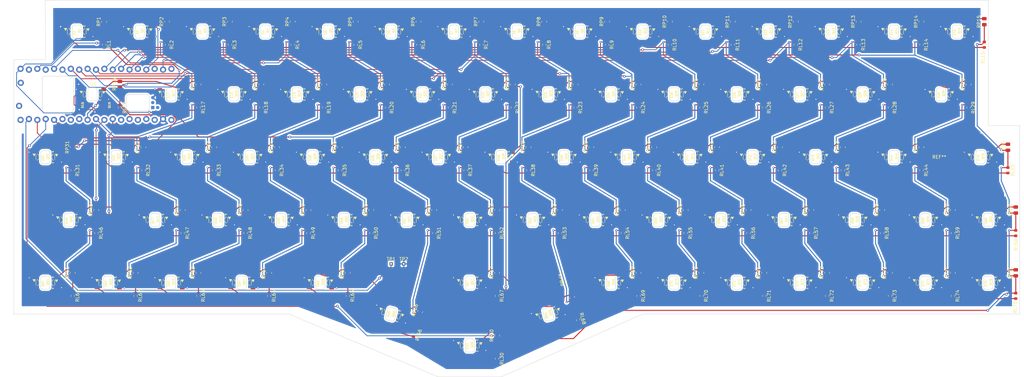
<source format=kicad_pcb>
(kicad_pcb (version 20211014) (generator pcbnew)
  (layers (0 "F.Cu" signal) (31 "B.Cu" signal) (34 "B.Paste" user) (35 "F.Paste" user) (36 "B.SilkS" user "B.Silkscreen") (37 "F.SilkS" user "F.Silkscreen") (38 "B.Mask" user) (39 "F.Mask" user) (44 "Edge.Cuts" user))
  (net 0 "")
  (net 1 "GND")
  (net 2 "Net-(D1-Pad2)")
  (net 3 "Net-(D2-Pad2)")
  (net 4 "Net-(D3-Pad2)")
  (net 5 "Net-(D4-Pad2)")
  (net 6 "Net-(D5-Pad2)")
  (net 7 "Net-(D6-Pad2)")
  (net 8 "Net-(D7-Pad2)")
  (net 9 "Net-(D8-Pad2)")
  (net 10 "Net-(D9-Pad2)")
  (net 11 "Net-(D10-Pad2)")
  (net 12 "Net-(D11-Pad2)")
  (net 13 "Net-(D12-Pad2)")
  (net 14 "Net-(D13-Pad2)")
  (net 15 "Net-(D14-Pad2)")
  (net 16 "Net-(D15-Pad2)")
  (net 17 "Net-(D16-Pad2)")
  (net 18 "Net-(D17-Pad2)")
  (net 19 "Net-(D18-Pad2)")
  (net 20 "Net-(D19-Pad2)")
  (net 21 "Net-(D20-Pad2)")
  (net 22 "Net-(D21-Pad2)")
  (net 23 "Net-(D22-Pad2)")
  (net 24 "Net-(D23-Pad2)")
  (net 25 "Net-(D24-Pad2)")
  (net 26 "Net-(D25-Pad2)")
  (net 27 "Net-(D26-Pad2)")
  (net 28 "Net-(D27-Pad2)")
  (net 29 "Net-(D28-Pad2)")
  (net 30 "Net-(D29-Pad2)")
  (net 31 "Net-(D30-Pad2)")
  (net 32 "Net-(D31-Pad2)")
  (net 33 "Net-(D32-Pad2)")
  (net 34 "Net-(D33-Pad2)")
  (net 35 "Net-(D34-Pad2)")
  (net 36 "Net-(D35-Pad2)")
  (net 37 "Net-(D36-Pad2)")
  (net 38 "Net-(D37-Pad2)")
  (net 39 "Net-(D38-Pad2)")
  (net 40 "Net-(D39-Pad2)")
  (net 41 "Net-(D40-Pad2)")
  (net 42 "Net-(D41-Pad2)")
  (net 43 "Net-(D42-Pad2)")
  (net 44 "Net-(D43-Pad2)")
  (net 45 "Net-(D44-Pad2)")
  (net 46 "Net-(D45-Pad2)")
  (net 47 "Net-(D46-Pad2)")
  (net 48 "Net-(D47-Pad2)")
  (net 49 "Net-(D48-Pad2)")
  (net 50 "Net-(D49-Pad2)")
  (net 51 "Net-(D50-Pad2)")
  (net 52 "Net-(D51-Pad2)")
  (net 53 "Net-(D52-Pad2)")
  (net 54 "Net-(D53-Pad2)")
  (net 55 "Net-(D54-Pad2)")
  (net 56 "Net-(D55-Pad2)")
  (net 57 "Net-(D56-Pad2)")
  (net 58 "Net-(D57-Pad2)")
  (net 59 "Net-(D58-Pad2)")
  (net 60 "Net-(D59-Pad2)")
  (net 61 "Net-(D60-Pad2)")
  (net 62 "Net-(D61-Pad2)")
  (net 63 "Net-(D62-Pad2)")
  (net 64 "Net-(D63-Pad2)")
  (net 65 "Net-(D64-Pad2)")
  (net 66 "Net-(D65-Pad2)")
  (net 67 "Net-(D66-Pad2)")
  (net 68 "Net-(D67-Pad2)")
  (net 69 "Net-(D68-Pad2)")
  (net 70 "Net-(D69-Pad2)")
  (net 71 "Net-(D70-Pad2)")
  (net 72 "Net-(D71-Pad2)")
  (net 73 "Net-(D72-Pad2)")
  (net 74 "Net-(D73-Pad2)")
  (net 75 "Net-(D74-Pad2)")
  (net 76 "Net-(D75-Pad2)")
  (net 77 "/row1")
  (net 78 "/row2")
  (net 79 "/row3")
  (net 80 "/row4")
  (net 81 "/row5")
  (net 82 "/col1")
  (net 83 "/col2")
  (net 84 "/col3")
  (net 85 "/col4")
  (net 86 "/col5")
  (net 87 "/col6")
  (net 88 "/col9")
  (net 89 "/col8")
  (net 90 "/col7")
  (net 91 "/col10")
  (net 92 "/col11")
  (net 93 "/col14")
  (net 94 "/col13")
  (net 95 "/col12")
  (net 96 "/col15")
  (net 97 "/Capslock_Led")
  (net 114 "+5V")
  (footprint "Resistor_SMD:R_0603_1608Metric" (layer "F.Cu") (at 301.19375 42.1 -90)
    (fp_text reference "RL45")
    (fp_text value "R_Led")
  )
  (footprint "Resistor_SMD:R_0603_1608Metric" (layer "F.Cu") (at 127.3625 61.15 -90)
    (fp_text reference "RL51")
    (fp_text value "R_Led")
  )
  (footprint "Resistor_SMD:R_0805_2012Metric" (layer "F.Cu") (at 184.5125 54.15 90)
    (fp_text reference "RP54")
    (fp_text value "R_PT")
  )
  (footprint "Resistor_SMD:R_0805_2012Metric" (layer "F.Cu") (at 70.212499 54.15 90)
    (fp_text reference "RP48")
    (fp_text value "R_PT")
  )
  (footprint "Resistor_SMD:R_0805_2012Metric" (layer "F.Cu") (at 101.16875 73.2 90)
    (fp_text reference "RP65")
    (fp_text value "R_PT")
  )
  (footprint "OpticalParts:Everlight_PT_PT12-21C_TR8" (layer "F.Cu") (at 155.8 0 90)
    (fp_text reference "Q8")
    (fp_text value "Q_Photo_NPN")
  )
  (footprint "Resistor_SMD:R_0805_2012Metric" (layer "F.Cu") (at 17.825 35.1 90)
    (fp_text reference "RP31")
    (fp_text value "R_PT")
  )
  (footprint "Resistor_SMD:R_0805_2012Metric" (layer "F.Cu") (at 263.09375 54.15 90)
    (fp_text reference "RP58")
    (fp_text value "R_PT")
  )
  (footprint "OpticalParts:Everlight_IR_IR12-21C_TR8" (layer "F.Cu") (at 134.7125 76.2 -90)
    (fp_text reference "D67")
    (fp_text value "IR_LED")
  )
  (footprint "OpticalParts:Gateron_Switch_Basic" (layer "F.Cu") (at 219.075 76.2)
    (fp_text reference "S71" hide)
    (fp_text value "Gateron_Optical")
    (fp_line (start 1.4 -1.3) (end 1.4 1.3) (layer "Edge.Cuts") (width 0.12))
    (fp_line (start -1.4 1.3) (end -1.4 -1.3) (layer "Edge.Cuts") (width 0.12))
    (fp_line (start -0.7 -2) (end 0.7 -2) (layer "Edge.Cuts") (width 0.12))
    (fp_line (start 0.7 2) (end -0.7 2) (layer "Edge.Cuts") (width 0.12))
    (fp_arc (start 0.7 -2) (mid 1.194975 -1.794975) (end 1.4 -1.3) (layer "Edge.Cuts") (width 0.12))
    (fp_arc (start -0.7 2) (mid -1.194975 1.794975) (end -1.4 1.3) (layer "Edge.Cuts") (width 0.12))
    (fp_arc (start -1.4 -1.3) (mid -1.194975 -1.794975) (end -0.7 -2) (layer "Edge.Cuts") (width 0.12))
    (fp_arc (start 1.4 1.3) (mid 1.194975 1.794975) (end 0.7 2) (layer "Edge.Cuts") (width 0.12))
  )
  (footprint "Resistor_SMD:R_0603_1608Metric" (layer "F.Cu") (at 84.5 4 -90)
    (fp_text reference "RL4")
    (fp_text value "R_Led")
  )
  (footprint "OpticalParts:Gateron_Switch_Basic" (layer "F.Cu") (at 166.6875 38.1)
    (fp_text reference "S39" hide)
    (fp_text value "Gateron_Optical")
    (fp_line (start -1.4 1.3) (end -1.4 -1.3) (layer "Edge.Cuts") (width 0.12))
    (fp_line (start -0.7 -2) (end 0.7 -2) (layer "Edge.Cuts") (width 0.12))
    (fp_line (start 0.7 2) (end -0.7 2) (layer "Edge.Cuts") (width 0.12))
    (fp_line (start 1.4 -1.3) (end 1.4 1.3) (layer "Edge.Cuts") (width 0.12))
    (fp_arc (start -1.4 -1.3) (mid -1.194975 -1.794975) (end -0.7 -2) (layer "Edge.Cuts") (width 0.12))
    (fp_arc (start -0.7 2) (mid -1.194975 1.794975) (end -1.4 1.3) (layer "Edge.Cuts") (width 0.12))
    (fp_arc (start 0.7 -2) (mid 1.194975 -1.794975) (end 1.4 -1.3) (layer "Edge.Cuts") (width 0.12))
    (fp_arc (start 1.4 1.3) (mid 1.194975 1.794975) (end 0.7 2) (layer "Edge.Cuts") (width 0.12))
  )
  (footprint "OpticalParts:Gateron_Switch_Basic" (layer "F.Cu") (at 9.525 38.1)
    (fp_text reference "S31" hide)
    (fp_text value "Gateron_Optical")
    (fp_line (start -1.4 1.3) (end -1.4 -1.3) (layer "Edge.Cuts") (width 0.12))
    (fp_line (start 1.4 -1.3) (end 1.4 1.3) (layer "Edge.Cuts") (width 0.12))
    (fp_line (start -0.7 -2) (end 0.7 -2) (layer "Edge.Cuts") (width 0.12))
    (fp_line (start 0.7 2) (end -0.7 2) (layer "Edge.Cuts") (width 0.12))
    (fp_arc (start -1.4 -1.3) (mid -1.194975 -1.794975) (end -0.7 -2) (layer "Edge.Cuts") (width 0.12))
    (fp_arc (start 0.7 -2) (mid 1.194975 -1.794975) (end 1.4 -1.3) (layer "Edge.Cuts") (width 0.12))
    (fp_arc (start 1.4 1.3) (mid 1.194975 1.794975) (end 0.7 2) (layer "Edge.Cuts") (width 0.12))
    (fp_arc (start -0.7 2) (mid -1.194975 1.794975) (end -1.4 1.3) (layer "Edge.Cuts") (width 0.12))
  )
  (footprint "Resistor_SMD:R_0805_2012Metric" (layer "F.Cu") (at 251.1875 35.1 90)
    (fp_text reference "RP43")
    (fp_text value "R_PT")
  )
  (footprint "OpticalParts:Everlight_IR_IR12-21C_TR8" (layer "F.Cu") (at 110.9 0 -90)
    (fp_text reference "D6")
    (fp_text value "IR_LED")
  )
  (footprint "OpticalParts:Gateron_Switch_Basic" (layer "F.Cu") (at 285.75 0)
    (fp_text reference "S15" hide)
    (fp_text value "Gateron_Optical")
    (fp_line (start -0.7 -2) (end 0.7 -2) (layer "Edge.Cuts") (width 0.12))
    (fp_line (start 1.4 -1.3) (end 1.4 1.3) (layer "Edge.Cuts") (width 0.12))
    (fp_line (start -1.4 1.3) (end -1.4 -1.3) (layer "Edge.Cuts") (width 0.12))
    (fp_line (start 0.7 2) (end -0.7 2) (layer "Edge.Cuts") (width 0.12))
    (fp_arc (start -0.7 2) (mid -1.194975 1.794975) (end -1.4 1.3) (layer "Edge.Cuts") (width 0.12))
    (fp_arc (start 1.4 1.3) (mid 1.194975 1.794975) (end 0.7 2) (layer "Edge.Cuts") (width 0.12))
    (fp_arc (start -1.4 -1.3) (mid -1.194975 -1.794975) (end -0.7 -2) (layer "Edge.Cuts") (width 0.12))
    (fp_arc (start 0.7 -2) (mid 1.194975 -1.794975) (end 1.4 -1.3) (layer "Edge.Cuts") (width 0.12))
  )
  (footprint "OpticalParts:Everlight_IR_IR12-21C_TR8" (layer "F.Cu") (at 196.625 19.05 -90)
    (fp_text reference "D25")
    (fp_text value "IR_LED")
  )
  (footprint "OpticalParts:Everlight_IR_IR12-21C_TR8" (layer "F.Cu") (at 234.725 19.05 -90)
    (fp_text reference "D27")
    (fp_text value "IR_LED")
  )
  (footprint "OpticalParts:Gateron_Switch_Basic" (layer "F.Cu") (at 280.9875 19.05)
    (fp_text reference "S29" hide)
    (fp_text value "Gateron_Optical")
    (fp_line (start -1.4 1.3) (end -1.4 -1.3) (layer "Edge.Cuts") (width 0.12))
    (fp_line (start 0.7 2) (end -0.7 2) (layer "Edge.Cuts") (width 0.12))
    (fp_line (start 1.4 -1.3) (end 1.4 1.3) (layer "Edge.Cuts") (width 0.12))
    (fp_line (start -0.7 -2) (end 0.7 -2) (layer "Edge.Cuts") (width 0.12))
    (fp_arc (start -1.4 -1.3) (mid -1.194975 -1.794975) (end -0.7 -2) (layer "Edge.Cuts") (width 0.12))
    (fp_arc (start -0.7 2) (mid -1.194975 1.794975) (end -1.4 1.3) (layer "Edge.Cuts") (width 0.12))
    (fp_arc (start 0.7 -2) (mid 1.194975 -1.794975) (end 1.4 -1.3) (layer "Edge.Cuts") (width 0.12))
    (fp_arc (start 1.4 1.3) (mid 1.194975 1.794975) (end 0.7 2) (layer "Edge.Cuts") (width 0.12))
  )
  (footprint "OpticalParts:Everlight_IR_IR12-21C_TR8" (layer "F.Cu") (at 15.65 0 -90)
    (fp_text reference "D1")
    (fp_text value "IR_LED")
  )
  (footprint "Resistor_SMD:R_0603_1608Metric" (layer "F.Cu") (at 217.85 4 -90)
    (fp_text reference "RL11")
    (fp_text value "R_Led")
  )
  (footprint "Resistor_SMD:R_0603_1608Metric" (layer "F.Cu") (at 189.275 80.2 -90)
    (fp_text reference "RL69")
    (fp_text value "R_Led")
  )
  (footprint "TestPoint:TestPoint_THTPad_1.0x1.0mm_Drill0.5mm" (layer "F.Cu") (at 114.3 70.485)
    (fp_text reference "TP1")
    (fp_text value "TestPoint")
  )
  (footprint "OpticalParts:Everlight_IR_IR12-21C_TR8" (layer "F.Cu") (at 111.015852 84.845015 -105)
    (fp_text reference "D66")
    (fp_text value "IR_LED")
  )
  (footprint "OpticalParts:Everlight_IR_IR12-21C_TR8" (layer "F.Cu") (at 163.2875 38.1 -90)
    (fp_text reference "D39")
    (fp_text value "IR_LED")
  )
  (footprint "OpticalParts:Everlight_IR_IR12-21C_TR8" (layer "F.Cu") (at 277.5875 19.05 -90)
    (fp_text reference "D29")
    (fp_text value "IR_LED")
  )
  (footprint "OpticalParts:Gateron_Switch_Basic" (layer "F.Cu") (at 42.8625 57.15)
    (fp_text reference "S47" hide)
    (fp_text value "Gateron_Optical")
    (fp_line (start 0.7 2) (end -0.7 2) (layer "Edge.Cuts") (width 0.12))
    (fp_line (start -0.7 -2) (end 0.7 -2) (layer "Edge.Cuts") (width 0.12))
    (fp_line (start 1.4 -1.3) (end 1.4 1.3) (layer "Edge.Cuts") (width 0.12))
    (fp_line (start -1.4 1.3) (end -1.4 -1.3) (layer "Edge.Cuts") (width 0.12))
    (fp_arc (start -1.4 -1.3) (mid -1.194975 -1.794975) (end -0.7 -2) (layer "Edge.Cuts") (width 0.12))
    (fp_arc (start -0.7 2) (mid -1.194975 1.794975) (end -1.4 1.3) (layer "Edge.Cuts") (width 0.12))
    (fp_arc (start 0.7 -2) (mid 1.194975 -1.794975) (end 1.4 -1.3) (layer "Edge.Cuts") (width 0.12))
    (fp_arc (start 1.4 1.3) (mid 1.194975 1.794975) (end 0.7 2) (layer "Edge.Cuts") (width 0.12))
  )
  (footprint "Resistor_SMD:R_0805_2012Metric" (layer "F.Cu") (at 89.2625 54.15 90)
    (fp_text reference "RP49")
    (fp_text value "R_PT")
  )
  (footprint "OpticalParts:Everlight_PT_PT12-21C_TR8" (layer "F.Cu") (at 51.025 76.2 90)
    (fp_text reference "Q63")
    (fp_text value "Q_Photo_NPN")
  )
  (footprint "Resistor_SMD:R_0603_1608Metric" (layer "F.Cu") (at 275 42.1 -90)
    (fp_text reference "RL44")
    (fp_text value "R_Led")
  )
  (footprint "Resistor_SMD:R_0603_1608Metric" (layer "F.Cu") (at 32.112499 23.05 -90)
    (fp_text reference "RL16")
    (fp_text value "R_Led")
  )
  (footprint "OpticalParts:Everlight_IR_IR12-21C_TR8" (layer "F.Cu") (at 89.46875 76.2 -90)
    (fp_text reference "D65")
    (fp_text value "IR_LED")
  )
  (footprint "OpticalParts:Gateron_Switch_Basic" (layer "F.Cu") (at 66.675 19.05)
    (fp_text reference "S18" hide)
    (fp_text value "Gateron_Optical")
    (fp_line (start -0.7 -2) (end 0.7 -2) (layer "Edge.Cuts") (width 0.12))
    (fp_line (start 0.7 2) (end -0.7 2) (layer "Edge.Cuts") (width 0.12))
    (fp_line (start 1.4 -1.3) (end 1.4 1.3) (layer "Edge.Cuts") (width 0.12))
    (fp_line (start -1.4 1.3) (end -1.4 -1.3) (layer "Edge.Cuts") (width 0.12))
    (fp_arc (start -1.4 -1.3) (mid -1.194975 -1.794975) (end -0.7 -2) (layer "Edge.Cuts") (width 0.12))
    (fp_arc (start -0.7 2) (mid -1.194975 1.794975) (end -1.4 1.3) (layer "Edge.Cuts") (width 0.12))
    (fp_arc (start 1.4 1.3) (mid 1.194975 1.794975) (end 0.7 2) (layer "Edge.Cuts") (width 0.12))
    (fp_arc (start 0.7 -2) (mid 1.194975 -1.794975) (end 1.4 -1.3) (layer "Edge.Cuts") (width 0.12))
  )
  (footprint "OpticalParts:Everlight_PT_PT12-21C_TR8" (layer "F.Cu") (at 193.9 0 90)
    (fp_text reference "Q10")
    (fp_text value "Q_Photo_NPN")
  )
  (footprint "OpticalParts:Everlight_PT_PT12-21C_TR8" (layer "F.Cu") (at 117.584148 86.604985 75)
    (fp_text reference "Q66")
    (fp_text value "Q_Photo_NPN")
  )
  (footprint "Resistor_SMD:R_0805_2012Metric" (layer "F.Cu") (at 65.45 -3 90)
    (fp_text reference "RP3")
    (fp_text value "R_PT")
  )
  (footprint "Resistor_SMD:R_0603_1608Metric" (layer "F.Cu") (at 236.9 4 -90)
    (fp_text reference "RL12")
    (fp_text value "R_Led")
  )
  (footprint "Resistor_SMD:R_0603_1608Metric" (layer "F.Cu") (at 146.4125 80.2 -90)
    (fp_text reference "RL67")
    (fp_text value "R_Led")
  )
  (footprint "Resistor_SMD:R_0603_1608Metric" (layer "F.Cu") (at 122.6 4 -90)
    (fp_text reference "RL6")
    (fp_text value "R_Led")
  )
  (footprint "Resistor_SMD:R_0805_2012Metric" (layer "F.Cu") (at 255.95 -3 90)
    (fp_text reference "RP13")
    (fp_text value "R_PT")
  )
  (footprint "Resistor_SMD:R_0805_2012Metric" (layer "F.Cu") (at 303.575 54.15 90)
    (fp_text reference "RP60")
    (fp_text value "R_PT")
  )
  (footprint "Resistor_SMD:R_0603_1608Metric" (layer "F.Cu") (at 222.6125 61.15 -90)
    (fp_text reference "RL56")
    (fp_text value "R_Led")
  )
  (footprint "OpticalParts:Gateron_Switch_Basic" (layer "F.Cu") (at 133.35 0)
    (fp_text reference "S7" hide)
    (fp_text value "Gateron_Optical")
    (fp_line (start -1.4 1.3) (end -1.4 -1.3) (layer "Edge.Cuts") (width 0.12))
    (fp_line (start 1.4 -1.3) (end 1.4 1.3) (layer "Edge.Cuts") (width 0.12))
    (fp_line (start 0.7 2) (end -0.7 2) (layer "Edge.Cuts") (width 0.12))
    (fp_line (start -0.7 -2) (end 0.7 -2) (layer "Edge.Cuts") (width 0.12))
    (fp_arc (start 0.7 -2) (mid 1.194975 -1.794975) (end 1.4 -1.3) (layer "Edge.Cuts") (width 0.12))
    (fp_arc (start -0.7 2) (mid -1.194975 1.794975) (end -1.4 1.3) (layer "Edge.Cuts") (width 0.12))
    (fp_arc (start 1.4 1.3) (mid 1.194975 1.794975) (end 0.7 2) (layer "Edge.Cuts") (width 0.12))
    (fp_arc (start -1.4 -1.3) (mid -1.194975 -1.794975) (end -0.7 -2) (layer "Edge.Cuts") (width 0.12))
  )
  (footprint "OpticalParts:Everlight_PT_PT12-21C_TR8" (layer "F.Cu") (at 179.612499 57.15 90)
    (fp_text reference "Q54")
    (fp_text value "Q_Photo_NPN")
  )
  (footprint "OpticalParts:Everlight_IR_IR12-21C_TR8" (layer "F.Cu") (at 39.4625 57.15 -90)
    (fp_text reference "D47")
    (fp_text value "IR_LED")
  )
  (footprint "Resistor_SMD:R_0805_2012Metric" (layer "F.Cu") (at 17.825 73.2 90)
    (fp_text reference "RP61")
    (fp_text value "R_PT")
  )
  (footprint "OpticalParts:Everlight_IR_IR12-21C_TR8" (layer "F.Cu") (at 34.7 0 -90)
    (fp_text reference "D2")
    (fp_text value "IR_LED")
  )
  (footprint "Resistor_SMD:R_0603_1608Metric" (layer "F.Cu") (at 89.2625 61.15 -90)
    (fp_text reference "RL49")
    (fp_text value "R_Led")
  )
  (footprint "OpticalParts:Everlight_PT_PT12-21C_TR8" (layer "F.Cu") (at 22.45 0 90)
    (fp_text reference "Q1")
    (fp_text value "Q_Photo_NPN")
  )
  (footprint "Resistor_SMD:R_0805_2012Metric" (layer "F.Cu") (at 303.575 73.2 90)
    (fp_text reference "RP75")
    (fp_text value "R_PT")
  )
  (footprint "Resistor_SMD:R_0603_1608Metric" (layer "F.Cu") (at 170.977461 87.440505 -75)
    (fp_text reference "RL68")
    (fp_text value "R_Led")
  )
  (footprint "Resistor_SMD:R_0603_1608Metric" (layer "F.Cu") (at 39.25625 42.1 -90)
    (fp_text reference "RL32")
    (fp_text value "R_Led")
  )
  (footprint "Resistor_SMD:R_0805_2012Metric" (layer "F.Cu") (at 123.093641 84.975421 75)
    (fp_text reference "RP66")
    (fp_text value "R_PT")
  )
  (footprint "OpticalParts:Everlight_PT_PT12-21C_TR8" (layer "F.Cu") (at 260.575 19.05 90)
    (fp_text reference "Q28")
    (fp_text value "Q_Photo_NPN")
  )
  (footprint "Resistor_SMD:R_0805_2012Metric" (layer "F.Cu") (at 127.3625 54.15 90)
    (fp_text reference "RP51")
    (fp_text value "R_PT")
  )
  (footprint "OpticalParts:Everlight_IR_IR12-21C_TR8" (layer "F.Cu") (at 172.812499 57.15 -90)
    (fp_text reference "D54")
    (fp_text value "IR_LED")
  )
  (footprint "OpticalParts:Gateron_Switch_Basic" (layer "F.Cu") (at 266.7 38.1)
    (fp_text reference "S44" hide)
    (fp_text value "Gateron_Optical")
    (fp_line (start 0.7 2) (end -0.7 2) (layer "Edge.Cuts") (width 0.12))
    (fp_line (start 1.4 -1.3) (end 1.4 1.3) (layer "Edge.Cuts") (width 0.12))
    (fp_line (start -1.4 1.3) (end -1.4 -1.3) (layer "Edge.Cuts") (width 0.12))
    (fp_line (start -0.7 -2) (end 0.7 -2) (layer "Edge.Cuts") (width 0.12))
    (fp_arc (start 0.7 -2) (mid 1.194975 -1.794975) (end 1.4 -1.3) (layer "Edge.Cuts") (width 0.12))
    (fp_arc (start -1.4 -1.3) (mid -1.194975 -1.794975) (end -0.7 -2) (layer "Edge.Cuts") (width 0.12))
    (fp_arc (start -0.7 2) (mid -1.194975 1.794975) (end -1.4 1.3) (layer "Edge.Cuts") (width 0.12))
    (fp_arc (start 1.4 1.3) (mid 1.194975 1.794975) (end 0.7 2) (layer "Edge.Cuts") (width 0.12))
  )
  (footprint "Resistor_SMD:R_0805_2012Metric" (layer "F.Cu") (at 217.85 -3 90)
    (fp_text reference "RP11")
    (fp_text value "R_PT")
  )
  (footprint "OpticalParts:Everlight_PT_PT12-21C_TR8" (layer "F.Cu") (at 284.3875 19.05 90)
    (fp_text reference "Q29")
    (fp_text value "Q_Photo_NPN")
  )
  (footprint "OpticalParts:Everlight_IR_IR12-21C_TR8" (layer "F.Cu") (at 63.275 19.05 -90)
    (fp_text reference "D18")
    (fp_text value "IR_LED")
  )
  (footprint "OpticalParts:Everlight_IR_IR12-21C_TR8" (layer "F.Cu") (at 234.725 76.2 -90)
    (fp_text reference "D72")
    (fp_text value "IR_LED")
  )
  (footprint "OpticalParts:Gateron_Switch_Basic" (layer "F.Cu") (at 242.8875 38.1)
    (fp_text reference "S43" hide)
    (fp_text value "Gateron_Optical")
    (fp_line (start -1.4 1.3) (end -1.4 -1.3) (layer "Edge.Cuts") (width 0.12))
    (fp_line (start 1.4 -1.3) (end 1.4 1.3) (layer "Edge.Cuts") (width 0.12))
    (fp_line (start 0.7 2) (end -0.7 2) (layer "Edge.Cuts") (width 0.12))
    (fp_line (start -0.7 -2) (end 0.7 -2) (layer "Edge.Cuts") (width 0.12))
    (fp_arc (start 0.7 -2) (mid 1.194975 -1.794975) (end 1.4 -1.3) (layer "Edge.Cuts") (width 0.12))
    (fp_arc (start -1.4 -1.3) (mid -1.194975 -1.794975) (end -0.7 -2) (layer "Edge.Cuts") (width 0.12))
    (fp_arc (start -0.7 2) (mid -1.194975 1.794975) (end -1.4 1.3) (layer "Edge.Cuts") (width 0.12))
    (fp_arc (start 1.4 1.3) (mid 1.194975 1.794975) (end 0.7 2) (layer "Edge.Cuts") (width 0.12))
  )
  (footprint "Resistor_SMD:R_0805_2012Metric" (layer "F.Cu") (at 55.925 16.05 90)
    (fp_text reference "RP17")
    (fp_text value "R_PT")
  )
  (footprint "OpticalParts:Everlight_PT_PT12-21C_TR8" (layer "F.Cu") (at 222.475 76.2 90)
    (fp_text reference "Q71")
    (fp_text value "Q_Photo_NPN")
  )
  (footprint "Resistor_SMD:R_0603_1608Metric" (layer "F.Cu") (at 79.7375 42.1 -90)
    (fp_text reference "RL34")
    (fp_text value "R_Led")
  )
  (footprint "OpticalParts:Gateron_Switch_Basic" (layer "F.Cu") (at 61.912499 57.15)
    (fp_text reference "S48" hide)
    (fp_text value "Gateron_Optical")
    (fp_line (start -1.4 1.3) (end -1.4 -1.3) (layer "Edge.Cuts") (width 0.12))
    (fp_line (start -0.7 -2) (end 0.7 -2) (layer "Edge.Cuts") (width 0.12))
    (fp_line (start 1.4 -1.3) (end 1.4 1.3) (layer "Edge.Cuts") (width 0.12))
    (fp_line (start 0.7 2) (end -0.7 2) (layer "Edge.Cuts") (width 0.12))
    (fp_arc (start 0.7 -2) (mid 1.194975 -1.794975) (end 1.4 -1.3) (layer "Edge.Cuts") (width 0.12))
    (fp_arc (start 1.4 1.3) (mid 1.194975 1.794975) (end 0.7 2) (layer "Edge.Cuts") (width 0.12))
    (fp_arc (start -1.4 -1.3) (mid -1.194975 -1.794975) (end -0.7 -2) (layer "Edge.Cuts") (width 0.12))
    (fp_arc (start -0.7 2) (mid -1.194975 1.794975) (end -1.4 1.3) (layer "Edge.Cuts") (width 0.12))
  )
  (footprint "Resistor_SMD:R_0603_1608Metric" (layer "F.Cu") (at 198.8 4 -90)
    (fp_text reference "RL10")
    (fp_text value "R_Led")
  )
  (footprint "Resistor_SMD:R_0603_1608Metric" (layer "F.Cu") (at 146.4125 99.25 -90)
    (fp_text reference "RL30")
    (fp_text value "R_Led")
  )
  (footprint "OpticalParts:Everlight_PT_PT12-21C_TR8" (layer "F.Cu") (at 184.375 19.05 90)
    (fp_text reference "Q24")
    (fp_text value "Q_Photo_NPN")
  )
  (footprint "OpticalParts:Gateron_Switch_Basic" (layer "F.Cu") (at 123.825 19.05)
    (fp_text reference "S21" hide)
    (fp_text value "Gateron_Optical")
    (fp_line (start -0.7 -2) (end 0.7 -2) (layer "Edge.Cuts") (width 0.12))
    (fp_line (start 1.4 -1.3) (end 1.4 1.3) (layer "Edge.Cuts") (width 0.12))
    (fp_line (start 0.7 2) (end -0.7 2) (layer "Edge.Cuts") (width 0.12))
    (fp_line (start -1.4 1.3) (end -1.4 -1.3) (layer "Edge.Cuts") (width 0.12))
    (fp_arc (start 1.4 1.3) (mid 1.194975 1.794975) (end 0.7 2) (layer "Edge.Cuts") (width 0.12))
    (fp_arc (start 0.7 -2) (mid 1.194975 -1.794975) (end 1.4 -1.3) (layer "Edge.Cuts") (width 0.12))
    (fp_arc (start -1.4 -1.3) (mid -1.194975 -1.794975) (end -0.7 -2) (layer "Edge.Cuts") (width 0.12))
    (fp_arc (start -0.7 2) (mid -1.194975 1.794975) (end -1.4 1.3) (layer "Edge.Cuts") (width 0.12))
  )
  (footprint "Resistor_SMD:R_0805_2012Metric" (layer "F.Cu") (at 146.4125 92.25 90)
    (fp_text reference "RP30")
    (fp_text value "R_PT")
  )
  (footprint "OpticalParts:Everlight_PT_PT12-21C_TR8" (layer "F.Cu") (at 258.19375 57.15 90)
    (fp_text reference "Q58")
    (fp_text value "Q_Photo_NPN")
  )
  (footprint "Resistor_SMD:R_0603_1608Metric" (layer "F.Cu") (at 141.65 4 -90)
    (fp_text reference "RL7")
    (fp_text value "R_Led")
  )
  (footprint "Resistor_SMD:R_0603_1608Metric" (layer "F.Cu") (at 74.975 23.05 -90)
    (fp_text reference "RL18")
    (fp_text value "R_Led")
  )
  (footprint "Resistor_SMD:R_0603_1608Metric" (layer "F.Cu") (at 194.0375 42.1 -90)
    (fp_text reference "RL40")
    (fp_text value "R_Led")
  )
  (footprint "OpticalParts:BlackPill_STLINK" (layer "F.Cu") (at 24.5745 19.05 90)
    (fp_text reference "U1")
    (fp_text value "BlackPill")
    (fp_line (start -4.5 -16) (end 4.5 -16) (layer "Edge.Cuts") (width 0.12))
    (fp_line (start 0 10.5) (end 0 15.5) (layer "Edge.Cuts") (width 0.12))
    (fp_line (start -4 9.5) (end -1 9.5) (layer "Edge.Cuts") (width 0.12))
    (fp_line (start -5.5 -7.5) (end -5.5 -15) (layer "Edge.Cuts") (width 0.12))
    (fp_line (start 4.5 -6.5) (end -4.5 -6.5) (layer "Edge.Cuts") (width 0.12))
    (fp_line (start -5 15.5) (end -5 10.5) (layer "Edge.Cuts") (width 0.12))
    (fp_line (start -1 16.5) (end -4 16.5) (layer "Edge.Cuts") (width 0.12))
    (fp_line (start 5.5 -15) (end 5.5 -7.5) (layer "Edge.Cuts") (width 0.12))
    (fp_arc (start -5.5 -15) (mid -5.207107 -15.707107) (end -4.5 -16) (layer "Edge.Cuts") (width 0.12))
    (fp_arc (start -5 10.5) (mid -4.707107 9.792893) (end -4 9.5) (layer "Edge.Cuts") (width 0.12))
    (fp_arc (start 4.5 -16) (mid 5.207107 -15.707107) (end 5.5 -15) (layer "Edge.Cuts") (width 0.12))
    (fp_arc (start -1 9.5) (mid -0.292893 9.792893) (end 0 10.5) (layer "Edge.Cuts") (width 0.12))
    (fp_arc (start 5.5 -7.5) (mid 5.207107 -6.792893) (end 4.5 -6.5) (layer "Edge.Cuts") (width 0.12))
    (fp_arc (start -4 16.5) (mid -4.707107 16.207107) (end -5 15.5) (layer "Edge.Cuts") (width 0.12))
    (fp_arc (start 0 15.5) (mid -0.292893 16.207107) (end -1 16.5) (layer "Edge.Cuts") (width 0.12))
    (fp_arc (start -4.5 -6.5) (mid -5.207107 -6.792893) (end -5.5 -7.5) (layer "Edge.Cuts") (width 0.12))
  )
  (footprint "OpticalParts:Gateron_Switch_Basic" (layer "F.Cu") (at 142.875 19.05)
    (fp_text reference "S22" hide)
    (fp_text value "Gateron_Optical")
    (fp_line (start 1.4 -1.3) (end 1.4 1.3) (layer "Edge.Cuts") (width 0.12))
    (fp_line (start 0.7 2) (end -0.7 2) (layer "Edge.Cuts") (width 0.12))
    (fp_line (start -1.4 1.3) (end -1.4 -1.3) (layer "Edge.Cuts") (width 0.12))
    (fp_line (start -0.7 -2) (end 0.7 -2) (layer "Edge.Cuts") (width 0.12))
    (fp_arc (start -1.4 -1.3) (mid -1.194975 -1.794975) (end -0.7 -2) (layer "Edge.Cuts") (width 0.12))
    (fp_arc (start 1.4 1.3) (mid 1.194975 1.794975) (end 0.7 2) (layer "Edge.Cuts") (width 0.12))
    (fp_arc (start 0.7 -2) (mid 1.194975 -1.794975) (end 1.4 -1.3) (layer "Edge.Cuts") (width 0.12))
    (fp_arc (start -0.7 2) (mid -1.194975 1.794975) (end -1.4 1.3) (layer "Edge.Cuts") (width 0.12))
  )
  (footprint "OpticalParts:Everlight_IR_IR12-21C_TR8" (layer "F.Cu") (at 225.2 0 -90)
    (fp_text reference "D12")
    (fp_text value "IR_LED")
  )
  (footprint "OpticalParts:Gateron_Switch_Basic" (layer "F.Cu") (at 295.275 57.15)
    (fp_text reference "S60" hide)
    (fp_text value "Gateron_Optical")
    (fp_line (start 1.4 -1.3) (end 1.4 1.3) (layer "Edge.Cuts") (width 0.12))
    (fp_line (start 0.7 2) (end -0.7 2) (layer "Edge.Cuts") (width 0.12))
    (fp_line (start -0.7 -2) (end 0.7 -2) (layer "Edge.Cuts") (width 0.12))
    (fp_line (start -1.4 1.3) (end -1.4 -1.3) (layer "Edge.Cuts") (width 0.12))
    (fp_arc (start -1.4 -1.3) (mid -1.194975 -1.794975) (end -0.7 -2) (layer "Edge.Cuts") (width 0.12))
    (fp_arc (start 0.7 -2) (mid 1.194975 -1.794975) (end 1.4 -1.3) (layer "Edge.Cuts") (width 0.12))
    (fp_arc (start -0.7 2) (mid -1.194975 1.794975) (end -1.4 1.3) (layer "Edge.Cuts") (width 0.12))
    (fp_arc (start 1.4 1.3) (mid 1.194975 1.794975) (end 0.7 2) (layer "Edge.Cuts") (width 0.12))
  )
  (footprint "Resistor_SMD:R_0805_2012Metric" (layer "F.Cu") (at 103.55 -3 90)
    (fp_text reference "RP5")
    (fp_text value "R_PT")
  )
  (footprint "OpticalParts:Gateron_Switch_Basic" (layer "F.Cu") (at 219.075 19.05)
    (fp_text reference "S26" hide)
    (fp_text value "Gateron_Optical")
    (fp_line (start 1.4 -1.3) (end 1.4 1.3) (layer "Edge.Cuts") (width 0.12))
    (fp_line (start 0.7 2) (end -0.7 2) (layer "Edge.Cuts") (width 0.12))
    (fp_line (start -1.4 1.3) (end -1.4 -1.3) (layer "Edge.Cuts") (width 0.12))
    (fp_line (start -0.7 -2) (end 0.7 -2) (layer "Edge.Cuts") (width 0.12))
    (fp_arc (start 0.7 -2) (mid 1.194975 -1.794975) (end 1.4 -1.3) (layer "Edge.Cuts") (width 0.12))
    (fp_arc (start 1.4 1.3) (mid 1.194975 1.794975) (end 0.7 2) (layer "Edge.Cuts") (width 0.12))
    (fp_arc (start -0.7 2) (mid -1.194975 1.794975) (end -1.4 1.3) (layer "Edge.Cuts") (width 0.12))
    (fp_arc (start -1.4 -1.3) (mid -1.194975 -1.794975) (end -0.7 -2) (layer "Edge.Cuts") (width 0.12))
  )
  (footprint "Resistor_SMD:R_0805_2012Metric" (layer "F.Cu") (at 246.425 73.2 90)
    (fp_text reference "RP72")
    (fp_text value "R_PT")
  )
  (footprint "Resistor_SMD:R_0805_2012Metric" (layer "F.Cu") (at 51.162499 54.15 90)
    (fp_text reference "RP47")
    (fp_text value "R_PT")
  )
  (footprint "Resistor_SMD:R_0603_1608Metric" (layer "F.Cu") (at 132.125 23.05 -90)
    (fp_text reference "RL21")
    (fp_text value "R_Led")
  )
  (footprint "OpticalParts:Everlight_PT_PT12-21C_TR8" (layer "F.Cu") (at 227.2375 38.1 90)
    (fp_text reference "Q42")
    (fp_text value "Q_Photo_NPN")
  )
  (footprint "Resistor_SMD:R_0805_2012Metric" (layer "F.Cu") (at 94.025 16.05 90)
    (fp_text reference "RP19")
    (fp_text value "R_PT")
  )
  (footprint "OpticalParts:Everlight_IR_IR12-21C_TR8" (layer "F.Cu") (at 27.55625 38.1 -90)
    (fp_text reference "D32")
    (fp_text value "IR_LED")
  )
  (footprint "OpticalParts:Everlight_IR_IR12-21C_TR8" (layer "F.Cu") (at 289.49375 38.1 -90)
    (fp_text reference "D45")
    (fp_text value "IR_LED")
  )
  (footprint "OpticalParts:Everlight_PT_PT12-21C_TR8" (layer "F.Cu") (at 151.0375 38.1 90)
    (fp_text reference "Q38")
    (fp_text value "Q_Photo_NPN")
  )
  (footprint "OpticalParts:Everlight_IR_IR12-21C_TR8" (layer "F.Cu") (at 187.1 0 -90)
    (fp_text reference "D10")
    (fp_text value "IR_LED")
  )
  (footprint "Resistor_SMD:R_0603_1608Metric" (layer "F.Cu") (at 70.212499 61.15 -90)
    (fp_text reference "RL48")
    (fp_text value "R_Led")
  )
  (footprint "Resistor_SMD:R_0603_1608Metric" (layer "F.Cu") (at 246.425 23.05 -90)
    (fp_text reference "RL27")
    (fp_text value "R_Led")
  )
  (footprint "OpticalParts:Everlight_PT_PT12-21C_TR8" (layer "F.Cu") (at 208.1875 38.1 90)
    (fp_text reference "Q41")
    (fp_text value "Q_Photo_NPN")
  )
  (footprint "Resistor_SMD:R_0805_2012Metric" (layer "F.Cu") (at 84.5 -3 90)
    (fp_text reference "RP4")
    (fp_text value "R_PT")
  )
  (footprint "OpticalParts:Everlight_PT_PT12-21C_TR8" (layer "F.Cu") (at 122.4625 57.15 90)
    (fp_text reference "Q51")
    (fp_text value "Q_Photo_NPN")
  )
  (footprint "OpticalParts:Gateron_Switch_Basic" (layer "F.Cu") (at 57.15 0)
    (fp_text reference "S3" hide)
    (fp_text value "Gateron_Optical")
    (fp_line (start -1.4 1.3) (end -1.4 -1.3) (layer "Edge.Cuts") (width 0.12))
    (fp_line (start 0.7 2) (end -0.7 2) (layer "Edge.Cuts") (width 0.12))
    (fp_line (start 1.4 -1.3) (end 1.4 1.3) (layer "Edge.Cuts") (width 0.12))
    (fp_line (start -0.7 -2) (end 0.7 -2) (layer "Edge.Cuts") (width 0.12))
    (fp_arc (start 0.7 -2) (mid 1.194975 -1.794975) (end 1.4 -1.3) (layer "Edge.Cuts") (width 0.12))
    (fp_arc (start -0.7 2) (mid -1.194975 1.794975) (end -1.4 1.3) (layer "Edge.Cuts") (width 0.12))
    (fp_arc (start -1.4 -1.3) (mid -1.194975 -1.794975) (end -0.7 -2) (layer "Edge.Cuts") (width 0.12))
    (fp_arc (start 1.4 1.3) (mid 1.194975 1.794975) (end 0.7 2) (layer "Edge.Cuts") (width 0.12))
  )
  (footprint "OpticalParts:Everlight_PT_PT12-21C_TR8" (layer "F.Cu") (at 74.8375 38.1 90)
    (fp_text reference "Q34")
    (fp_text value "Q_Photo_NPN")
  )
  (footprint "Resistor_SMD:R_0805_2012Metric" (layer "F.Cu") (at 170.225 16.05 90)
    (fp_text reference "RP23")
    (fp_text value "R_PT")
  )
  (footprint "OpticalParts:Everlight_PT_PT12-21C_TR8" (layer "F.Cu") (at 232 0 90)
    (fp_text reference "Q12")
    (fp_text value "Q_Photo_NPN")
  )
  (footprint "OpticalParts:Everlight_PT_PT12-21C_TR8" (layer "F.Cu") (at 34.35625 38.1 90)
    (fp_text reference "Q32")
    (fp_text value "Q_Photo_NPN")
  )
  (footprint "OpticalParts:Gateron_Switch_Basic" (layer "F.Cu") (at 28.575 76.2)
    (fp_text reference "S62" hide)
    (fp_text value "Gateron_Optical")
    (fp_line (start 0.7 2) (end -0.7 2) (layer "Edge.Cuts") (width 0.12))
    (fp_line (start 1.4 -1.3) (end 1.4 1.3) (layer "Edge.Cuts") (width 0.12))
    (fp_line (start -0.7 -2) (end 0.7 -2) (layer "Edge.Cuts") (width 0.12))
    (fp_line (start -1.4 1.3) (end -1.4 -1.3) (layer "Edge.Cuts") (width 0.12))
    (fp_arc (start -0.7 2) (mid -1.194975 1.794975) (end -1.4 1.3) (layer "Edge.Cuts") (width 0.12))
    (fp_arc (start -1.4 -1.3) (mid -1.194975 -1.794975) (end -0.7 -2) (layer "Edge.Cuts") (width 0.12))
    (fp_arc (start 0.7 -2) (mid 1.194975 -1.794975) (end 1.4 -1.3) (layer "Edge.Cuts") (width 0.12))
    (fp_arc (start 1.4 1.3) (mid 1.194975 1.794975) (end 0.7 2) (layer "Edge.Cuts") (width 0.12))
  )
  (footprint "OpticalParts:Everlight_PT_PT12-21C_TR8" (layer "F.Cu") (at 89.125 19.05 90)
    (fp_text reference "Q19")
    (fp_text value "Q_Photo_NPN")
  )
  (footprint "Resistor_SMD:R_0805_2012Metric" (layer "F.Cu") (at 24.96875 54.15 90)
    (fp_text reference "RP46")
    (fp_text value "R_PT")
  )
  (footprint "Resistor_SMD:R_0603_1608Metric" (layer "F.Cu") (at 65.45 4 -90)
    (fp_text reference "RL3")
    (fp_text value "R_Led")
  )
  (footprint "Resistor_SMD:R_0805_2012Metric" (layer "F.Cu") (at 275 35.1 90)
    (fp_text reference "RP44")
    (fp_text value "R_PT")
  )
  (footprint "Resistor_SMD:R_0805_2012Metric" (layer "F.Cu") (at 194.0375 35.1 90)
    (fp_text reference "RP40")
    (fp_text value "R_PT")
  )
  (footprint "Resistor_SMD:R_0805_2012Metric" (layer "F.Cu") (at 203.5625 54.15 90)
    (fp_text reference "RP55")
    (fp_text value "R_PT")
  )
  (footprint "Resistor_SMD:R_0603_1608Metric" (layer "F.Cu") (at 146.4125 61.15 -90)
    (fp_text reference "RL52")
    (fp_text value "R_Led")
  )
  (footprint "OpticalParts:Everlight_IR_IR12-21C_TR8" (layer "F.Cu") (at 282.35 0 -90)
    (fp_text reference "D15")
    (fp_text value "IR_LED")
  )
  (footprint "Resistor_SMD:R_0805_2012Metric" (layer "F.Cu") (at 146.4125 73.2 90)
    (fp_text reference "RP67")
    (fp_text value "R_PT")
  )
  (footprint "OpticalParts:Gateron_Switch_Basic" (layer "F.Cu") (at 109.5375 38.1)
    (fp_text reference "S36" hide)
    (fp_text value "Gateron_Optical")
    (fp_line (start -1.4 1.3) (end -1.4 -1.3) (layer "Edge.Cuts") (width 0.12))
    (fp_line (start -0.7 -2) (end 0.7 -2) (layer "Edge.Cuts") (width 0.12))
    (fp_line (start 0.7 2) (end -0.7 2) (layer "Edge.Cuts") (width 0.12))
    (fp_line (start 1.4 -1.3) (end 1.4 1.3) (layer "Edge.Cuts") (width 0.12))
    (fp_arc (start 0.7 -2) (mid 1.194975 -1.794975) (end 1.4 -1.3) (layer "Edge.Cuts") (width 0.12))
    (fp_arc (start 1.4 1.3) (mid 1.194975 1.794975) (end 0.7 2) (layer "Edge.Cuts") (width 0.12))
    (fp_arc (start -1.4 -1.3) (mid -1.194975 -1.794975) (end -0.7 -2) (layer "Edge.Cuts") (width 0.12))
    (fp_arc (start -0.7 2) (mid -1.194975 1.794975) (end -1.4 1.3) (layer "Edge.Cuts") (width 0.12))
  )
  (footprint "OpticalParts:Gateron_Switch_Basic" (layer "F.Cu") (at 247.65 0)
    (fp_text reference "S13" hide)
    (fp_text value "Gateron_Optical")
    (fp_line (start 0.7 2) (end -0.7 2) (layer "Edge.Cuts") (width 0.12))
    (fp_line (start 1.4 -1.3) (end 1.4 1.3) (layer "Edge.Cuts") (width 0.12))
    (fp_line (start -0.7 -2) (end 0.7 -2) (layer "Edge.Cuts") (width 0.12))
    (fp_line (start -1.4 1.3) (end -1.4 -1.3) (layer "Edge.Cuts") (width 0.12))
    (fp_arc (start 0.7 -2) (mid 1.194975 -1.794975) (end 1.4 -1.3) (layer "Edge.Cuts") (width 0.12))
    (fp_arc (start -0.7 2) (mid -1.194975 1.794975) (end -1.4 1.3) (layer "Edge.Cuts") (width 0.12))
    (fp_arc (start -1.4 -1.3) (mid -1.194975 -1.794975) (end -0.7 -2) (layer "Edge.Cuts") (width 0.12))
    (fp_arc (start 1.4 1.3) (mid 1.194975 1.794975) (end 0.7 2) (layer "Edge.Cuts") (width 0.12))
  )
  (footprint "OpticalParts:Everlight_PT_PT12-21C_TR8" (layer "F.Cu") (at 51.025 19.05 90)
    (fp_text reference "Q17")
    (fp_text value "Q_Photo_NPN")
  )
  (footprint "Resistor_SMD:R_0603_1608Metric" (layer "F.Cu") (at 294.05 4 -90)
    (fp_text reference "RL15")
    (fp_text value "R_Led")
  )
  (footprint "Resistor_SMD:R_0805_2012Metric" (layer "F.Cu") (at 155.9375 35.1 90)
    (fp_text reference "RP38")
    (fp_text value "R_PT")
  )
  (footprint "Resistor_SMD:R_0805_2012Metric" (layer "F.Cu") (at 132.125 16.05 90)
    (fp_text reference "RP21")
    (fp_text value "R_PT")
  )
  (footprint "OpticalParts:Everlight_PT_PT12-21C_TR8" (layer "F.Cu") (at 27.2125 19.05 90)
    (fp_text reference "Q16")
    (fp_text value "Q_Photo_NPN")
  )
  (footprint "OpticalParts:Everlight_PT_PT12-21C_TR8" (layer "F.Cu") (at 46.262499 57.15 90)
    (fp_text reference "Q47")
    (fp_text value "Q_Photo_NPN")
  )
  (footprint "Resistor_SMD:R_0805_2012Metric" (layer "F.Cu") (at 151.175 16.05 90)
    (fp_text reference "RP22")
    (fp_text value "R_PT")
  )
  (footprint "OpticalParts:Everlight_IR_IR12-21C_TR8" (layer "F.Cu") (at 149 0 -90)
    (fp_text reference "D8")
    (fp_text value "IR_LED")
  )
  (footprint "Resistor_SMD:R_0805_2012Metric" (layer "F.Cu") (at 74.975 16.05 90)
    (fp_text reference "RP18")
    (fp_text value "R_PT")
  )
  (footprint "OpticalParts:Gateron_Switch_Basic" (layer "F.Cu") (at 276.225 76.2)
    (fp_text reference "S74" hide)
    (fp_text value "Gateron_Optical")
    (fp_line (start 0.7 2) (end -0.7 2) (layer "Edge.Cuts") (width 0.12))
    (fp_line (start -0.7 -2) (end 0.7 -2) (layer "Edge.Cuts") (width 0.12))
    (fp_line (start -1.4 1.3) (end -1.4 -1.3) (layer "Edge.Cuts") (width 0.12))
    (fp_line (start 1.4 -1.3) (end 1.4 1.3) (layer "Edge.Cuts") (width 0.12))
    (fp_arc (start -1.4 -1.3) (mid -1.194975 -1.794975) (end -0.7 -2) (layer "Edge.Cuts") (width 0.12))
    (fp_arc (start 1.4 1.3) (mid 1.194975 1.794975) (end 0.7 2) (layer "Edge.Cuts") (width 0.12))
    (fp_arc (start -0.7 2) (mid -1.194975 1.794975) (end -1.4 1.3) (layer "Edge.Cuts") (width 0.12))
    (fp_arc (start 0.7 -2) (mid 1.194975 -1.794975) (end 1.4 -1.3) (layer "Edge.Cuts") (width 0.12))
  )
  (footprint "OpticalParts:Everlight_IR_IR12-21C_TR8" (layer "F.Cu") (at 72.8 0 -90)
    (fp_text reference "D4")
    (fp_text value "IR_LED")
  )
  (footprint "OpticalParts:Everlight_IR_IR12-21C_TR8" (layer "F.Cu") (at 101.375 19.05 -90)
    (fp_text reference "D20")
    (fp_text value "IR_LED")
  )
  (footprint "Resistor_SMD:R_0805_2012Metric" (layer "F.Cu") (at 265.475 16.05 90)
    (fp_text reference "RP28")
    (fp_text value "R_PT")
  )
  (footprint "OpticalParts:Everlight_IR_IR12-21C_TR8" (layer "F.Cu") (at 120.425 19.05 -90)
    (fp_text reference "D21")
    (fp_text value "IR_LED")
  )
  (footprint "OpticalParts:Everlight_PT_PT12-21C_TR8" (layer "F.Cu") (at 298.675 57.15 90)
    (fp_text reference "Q60")
    (fp_text value "Q_Photo_NPN")
  )
  (footprint "OpticalParts:Everlight_PT_PT12-21C_TR8" (layer "F.Cu") (at 141.5125 76.2 90)
    (fp_text reference "Q67")
    (fp_text value "Q_Photo_NPN")
  )
  (footprint "OpticalParts:Everlight_IR_IR12-21C_TR8" (layer "F.Cu") (at 20.4125 19.05 -90)
    (fp_text reference "D16")
    (fp_text value "IR_LED")
  )
  (footprint "OpticalParts:Everlight_IR_IR12-21C_TR8" (layer "F.Cu") (at 48.9875 38.1 -90)
    (fp_text reference "D33")
    (fp_text value "IR_LED")
  )
  (footprint "OpticalParts:Gateron_Switch_Basic" (layer "F.Cu") (at 80.9625 57.15)
    (fp_text reference "S49" hide)
    (fp_text value "Gateron_Optical")
    (fp_line (start 1.4 -1.3) (end 1.4 1.3) (layer "Edge.Cuts") (width 0.12))
    (fp_line (start -0.7 -2) (end 0.7 -2) (layer "Edge.Cuts") (width 0.12))
    (fp_line (start 0.7 2) (end -0.7 2) (layer "Edge.Cuts") (width 0.12))
    (fp_line (start -1.4 1.3) (end -1.4 -1.3) (layer "Edge.Cuts") (width 0.12))
    (fp_arc (start 1.4 1.3) (mid 1.194975 1.794975) (end 0.7 2) (layer "Edge.Cuts") (width 0.12))
    (fp_arc (start -0.7 2) (mid -1.194975 1.794975) (end -1.4 1.3) (layer "Edge.Cuts") (width 0.12))
    (fp_arc (start -1.4 -1.3) (mid -1.194975 -1.794975) (end -0.7 -2) (layer "Edge.Cuts") (width 0.12))
    (fp_arc (start 0.7 -2) (mid 1.194975 -1.794975) (end 1.4 -1.3) (layer "Edge.Cuts") (width 0.12))
  )
  (footprint "OpticalParts:Everlight_IR_IR12-21C_TR8" (layer "F.Cu") (at 134.7125 57.15 -90)
    (fp_text reference "D52")
    (fp_text value "IR_LED")
  )
  (footprint "OpticalParts:Everlight_PT_PT12-21C_TR8" (layer "F.Cu") (at 217.7125 57.15 90)
    (fp_text reference "Q56")
    (fp_text value "Q_Photo_NPN")
  )
  (footprint "Resistor_SMD:R_0603_1608Metric" (layer "F.Cu") (at 24.96875 61.15 -90)
    (fp_text reference "RL46")
    (fp_text value "R_Led")
  )
  (footprint "Resistor_SMD:R_0805_2012Metric" (layer "F.Cu") (at 246.425 16.05 90)
    (fp_text reference "RP27")
    (fp_text value "R_PT")
  )
  (footprint "OpticalParts:Everlight_IR_IR12-21C_TR8" (layer "F.Cu") (at 53.75 0 -90)
    (fp_text reference "D3")
    (fp_text value "IR_LED")
  )
  (footprint "OpticalParts:Gateron_Switch_Basic" (layer "F.Cu") (at 95.25 0)
    (fp_text reference "S5" hide)
    (fp_text value "Gateron_Optical")
    (fp_line (start -0.7 -2) (end 0.7 -2) (layer "Edge.Cuts") (width 0.12))
    (fp_line (start -1.4 1.3) (end -1.4 -1.3) (layer "Edge.Cuts") (width 0.12))
    (fp_line (start 0.7 2) (end -0.7 2) (layer "Edge.Cuts") (width 0.12))
    (fp_line (start 1.4 -1.3) (end 1.4 1.3) (layer "Edge.Cuts") (width 0.12))
    (fp_arc (start 1.4 1.3) (mid 1.194975 1.794975) (end 0.7 2) (layer "Edge.Cuts") (width 0.12))
    (fp_arc (start -1.4 -1.3) (mid -1.194975 -1.794975) (end -0.7 -2) (layer "Edge.Cuts") (width 0.12))
    (fp_arc (start -0.7 2) (mid -1.194975 1.794975) (end -1.4 1.3) (layer "Edge.Cuts") (width 0.12))
    (fp_arc (start 0.7 -2) (mid 1.194975 -1.794975) (end 1.4 -1.3) (layer "Edge.Cuts") (width 0.12))
  )
  (footprint "Resistor_SMD:R_0603_1608Metric" (layer "F.Cu") (at 108.3125 61.15 -90)
    (fp_text reference "RL50")
    (fp_text value "R_Led")
  )
  (footprint "Resistor_SMD:R_0805_2012Metric" (layer "F.Cu") (at 208.325 16.05 90)
    (fp_text reference "RP25")
    (fp_text value "R_PT")
  )
  (footprint "Resistor_SMD:R_0603_1608Metric" (layer "F.Cu") (at 303.575 80.2 -90)
    (fp_text reference "RL75")
    (fp_text value "R_Led")
  )
  (footprint "Resistor_SMD:R_0805_2012Metric" (layer "F.Cu") (at 108.3125 54.15 90)
    (fp_text reference "RP50")
    (fp_text value "R_PT")
  )
  (footprint "OpticalParts:Everlight_IR_IR12-21C_TR8" (layer "F.Cu") (at 168.05 0 -90)
    (fp_text reference "D9")
    (fp_text value "IR_LED")
  )
  (footprint "OpticalParts:Gateron_Switch_Basic" (layer "F.Cu") (at 176.212499 57.15)
    (fp_text reference "S54" hide)
    (fp_text value "Gateron_Optical")
    (fp_line (start 1.4 -1.3) (end 1.4 1.3) (layer "Edge.Cuts") (width 0.12))
    (fp_line (start -0.7 -2) (end 0.7 -2) (layer "Edge.Cuts") (width 0.12))
    (fp_line (start 0.7 2) (end -0.7 2) (layer "Edge.Cuts") (width 0.12))
    (fp_line (start -1.4 1.3) (end -1.4 -1.3) (layer "Edge.Cuts") (width 0.12))
    (fp_arc (start -1.4 -1.3) (mid -1.194975 -1.794975) (end -0.7 -2) (layer "Edge.Cuts") (width 0.12))
    (fp_arc (start -0.7 2) (mid -1.194975 1.794975) (end -1.4 1.3) (layer "Edge.Cuts") (width 0.12))
    (fp_arc (start 1.4 1.3) (mid 1.194975 1.794975) (end 0.7 2) (layer "Edge.Cuts") (width 0.12))
    (fp_arc (start 0.7 -2) (mid 1.194975 -1.794975) (end 1.4 -1.3) (layer "Edge.Cuts") (width 0.12))
  )
  (footprint "Resistor_SMD:R_0805_2012Metric" (layer "F.Cu") (at 117.8375 35.1 90)
    (fp_text reference "RP36")
    (fp_text value "R_PT")
  )
  (footprint "OpticalParts:Everlight_PT_PT12-21C_TR8" (layer "F.Cu") (at 12.925 76.2 90)
    (fp_text reference "Q61")
    (fp_text value "Q_Photo_NPN")
  )
  (footprint "OpticalParts:Gateron_Switch_Basic" (layer "F.Cu") (at 257.175 76.2)
    (fp_text reference "S73" hide)
    (fp_text value "Gateron_Optical")
    (fp_line (start 1.4 -1.3) (end 1.4 1.3) (layer "Edge.Cuts") (width 0.12))
    (fp_line (start -1.4 1.3) (end -1.4 -1.3) (layer "Edge.Cuts") (width 0.12))
    (fp_line (start -0.7 -2) (end 0.7 -2) (layer "Edge.Cuts") (width 0.12))
    (fp_line (start 0.7 2) (end -0.7 2) (layer "Edge.Cuts") (width 0.12))
    (fp_arc (start -0.7 2) (mid -1.194975 1.794975) (end -1.4 1.3) (layer "Edge.Cuts") (width 0.12))
    (fp_arc (start -1.4 -1.3) (mid -1.194975 -1.794975) (end -0.7 -2) (layer "Edge.Cuts") (width 0.12))
    (fp_arc (start 1.4 1.3) (mid 1.194975 1.794975) (end 0.7 2) (layer "Edge.Cuts") (width 0.12))
    (fp_arc (start 0.7 -2) (mid 1.194975 -1.794975) (end 1.4 -1.3) (layer "Edge.Cuts") (width 0.12))
  )
  (footprint "Resistor_SMD:R_0603_1608Metric" (layer "F.Cu") (at 155.9375 42.1 -90)
    (fp_text reference "RL38")
    (fp_text value "R_Led")
  )
  (footprint "OpticalParts:Gateron_Switch_Basic" (layer "F.Cu") (at 161.925 85.725 15)
    (fp_text reference "S68" hide)
    (fp_text value "Gateron_Optical")
    (fp_line (start 0.7 2) (end -0.7 2) (layer "Edge.Cuts") (width 0.12))
    (fp_line (start -1.4 1.3) (end -1.4 -1.3) (layer "Edge.Cuts") (width 0.12))
    (fp_line (start 1.4 -1.3) (end 1.4 1.3) (layer "Edge.Cuts") (width 0.12))
    (fp_line (start -0.7 -2) (end 0.7 -2) (layer "Edge.Cuts") (width 0.12))
    (fp_arc (start -1.4 -1.3) (mid -1.194975 -1.794975) (end -0.7 -2) (layer "Edge.Cuts") (width 0.12))
    (fp_arc (start -0.7 2) (mid -1.194975 1.794975) (end -1.4 1.3) (layer "Edge.Cuts") (width 0.12))
    (fp_arc (start 0.7 -2) (mid 1.194975 -1.794975) (end 1.4 -1.3) (layer "Edge.Cuts") (width 0.12))
    (fp_arc (start 1.4 1.3) (mid 1.194975 1.794975) (end 0.7 2) (layer "Edge.Cuts") (width 0.12))
  )
  (footprint "Fiducial:Fiducial_0.5mm_Mask1.5mm" (layer "F.Cu") (at 280.4 39.8)
    (fp_text reference "REF**")
    (fp_text value "Fiducial_0.5mm_Mask1.5mm")
  )
  (footprint "OpticalParts:Everlight_PT_PT12-21C_TR8" (layer "F.Cu") (at 260.575 76.2 90)
    (fp_text reference "Q73")
    (fp_text value "Q_Photo_NPN")
  )
  (footprint "OpticalParts:Gateron_Switch_Basic" (layer "F.Cu") (at 152.4 0)
    (fp_text reference "S8" hide)
    (fp_text value "Gateron_Optical")
    (fp_line (start 0.7 2) (end -0.7 2) (layer "Edge.Cuts") (width 0.12))
    (fp_line (start -0.7 -2) (end 0.7 -2) (layer "Edge.Cuts") (width 0.12))
    (fp_line (start -1.4 1.3) (end -1.4 -1.3) (layer "Edge.Cuts") (width 0.12))
    (fp_line (start 1.4 -1.3) (end 1.4 1.3) (layer "Edge.Cuts") (width 0.12))
    (fp_arc (start -0.7 2) (mid -1.194975 1.794975) (end -1.4 1.3) (layer "Edge.Cuts") (width 0.12))
    (fp_arc (start 1.4 1.3) (mid 1.194975 1.794975) (end 0.7 2) (layer "Edge.Cuts") (width 0.12))
    (fp_arc (start 0.7 -2) (mid 1.194975 -1.794975) (end 1.4 -1.3) (layer "Edge.Cuts") (width 0.12))
    (fp_arc (start -1.4 -1.3) (mid -1.194975 -1.794975) (end -0.7 -2) (layer "Edge.Cuts") (width 0.12))
  )
  (footprint "Resistor_SMD:R_0805_2012Metric" (layer "F.Cu") (at 265.475 73.2 90)
    (fp_text reference "RP73")
    (fp_text value "R_PT")
  )
  (footprint "OpticalParts:Gateron_Switch_Basic" (layer "F.Cu") (at 295.275 76.2)
    (fp_text reference "S75" hide)
    (fp_text value "Gateron_Optical")
    (fp_line (start -1.4 1.3) (end -1.4 -1.3) (layer "Edge.Cuts") (width 0.12))
    (fp_line (start 1.4 -1.3) (end 1.4 1.3) (layer "Edge.Cuts") (width 0.12))
    (fp_line (start 0.7 2) (end -0.7 2) (layer "Edge.Cuts") (width 0.12))
    (fp_line (start -0.7 -2) (end 0.7 -2) (layer "Edge.Cuts") (width 0.12))
    (fp_arc (start -1.4 -1.3) (mid -1.194975 -1.794975) (end -0.7 -2) (layer "Edge.Cuts") (width 0.12))
    (fp_arc (start 1.4 1.3) (mid 1.194975 1.794975) (end 0.7 2) (layer "Edge.Cuts") (width 0.12))
    (fp_arc (start -0.7 2) (mid -1.194975 1.794975) (end -1.4 1.3) (layer "Edge.Cuts") (width 0.12))
    (fp_arc (start 0.7 -2) (mid 1.194975 -1.794975) (end 1.4 -1.3) (layer "Edge.Cuts") (width 0.12))
  )
  (footprint "Resistor_SMD:R_0603_1608Metric" (layer "F.Cu") (at 241.6625 61.15 -90)
    (fp_text reference "RL57")
    (fp_text value "R_Led")
  )
  (footprint "OpticalParts:Gateron_Switch_Basic" (layer "F.Cu") (at 76.2 0)
    (fp_text reference "S4" hide)
    (fp_text value "Gateron_Optical")
    (fp_line (start -1.4 1.3) (end -1.4 -1.3) (layer "Edge.Cuts") (width 0.12))
    (fp_line (start 1.4 -1.3) (end 1.4 1.3) (layer "Edge.Cuts") (width 0.12))
    (fp_line (start 0.7 2) (end -0.7 2) (layer "Edge.Cuts") (width 0.12))
    (fp_line (start -0.7 -2) (end 0.7 -2) (layer "Edge.Cuts") (width 0.12))
    (fp_arc (start -0.7 2) (mid -1.194975 1.794975) (end -1.4 1.3) (layer "Edge.Cuts") (width 0.12))
    (fp_arc (start 1.4 1.3) (mid 1.194975 1.794975) (end 0.7 2) (layer "Edge.Cuts") (width 0.12))
    (fp_arc (start 0.7 -2) (mid 1.194975 -1.794975) (end 1.4 -1.3) (layer "Edge.Cuts") (width 0.12))
    (fp_arc (start -1.4 -1.3) (mid -1.194975 -1.794975) (end -0.7 -2) (layer "Edge.Cuts") (width 0.12))
  )
  (footprint "OpticalParts:Gateron_Switch_Basic" (layer "F.Cu") (at 266.7 0)
    (fp_text reference "S14" hide)
    (fp_text value "Gateron_Optical")
    (fp_line (start -0.7 -2) (end 0.7 -2) (layer "Edge.Cuts") (width 0.12))
    (fp_line (start -1.4 1.3) (end -1.4 -1.3) (layer "Edge.Cuts") (width 0.12))
    (fp_line (start 0.7 2) (end -0.7 2) (layer "Edge.Cuts") (width 0.12))
    (fp_line (start 1.4 -1.3) (end 1.4 1.3) (layer "Edge.Cuts") (width 0.12))
    (fp_arc (start -1.4 -1.3) (mid -1.194975 -1.794975) (end -0.7 -2) (layer "Edge.Cuts") (width 0.12))
    (fp_arc (start -0.7 2) (mid -1.194975 1.794975) (end -1.4 1.3) (layer "Edge.Cuts") (width 0.12))
    (fp_arc (start 1.4 1.3) (mid 1.194975 1.794975) (end 0.7 2) (layer "Edge.Cuts") (width 0.12))
    (fp_arc (start 0.7 -2) (mid 1.194975 -1.794975) (end 1.4 -1.3) (layer "Edge.Cuts") (width 0.12))
  )
  (footprint "Resistor_SMD:R_0805_2012Metric" (layer "F.Cu") (at 227.375 73.2 90)
    (fp_text reference "RP71")
    (fp_text value "R_PT")
  )
  (footprint "Resistor_SMD:R_0805_2012Metric" (layer "F.Cu") (at 241.6625 54.15 90)
    (fp_text reference "RP57")
    (fp_text value "R_PT")
  )
  (footprint "OpticalParts:Everlight_IR_IR12-21C_TR8" (layer "F.Cu") (at 125.1875 38.1 -90)
    (fp_text reference "D37")
    (fp_text value "IR_LED")
  )
  (footprint "OpticalParts:Everlight_IR_IR12-21C_TR8" (layer "F.Cu") (at 263.3 38.1 -90)
    (fp_text reference "D44")
    (fp_text value "IR_LED")
  )
  (footprint "Resistor_SMD:R_0603_1608Metric" (layer "F.Cu") (at 17.825 80.2 -90)
    (fp_text reference "RL61")
    (fp_text value "R_Led")
  )
  (footprint "OpticalParts:Everlight_IR_IR12-21C_TR8" (layer "F.Cu") (at 158.524999 19.05 -90)
    (fp_text reference "D23")
    (fp_text value "IR_LED")
  )
  (footprint "OpticalParts:Everlight_PT_PT12-21C_TR8" (layer "F.Cu") (at 289.15 0 90)
    (fp_text reference "Q15")
    (fp_text value "Q_Photo_NPN")
  )
  (footprint "Resistor_SMD:R_0603_1608Metric" (layer "F.Cu") (at 275 4 -90)
    (fp_text reference "RL14")
    (fp_text value "R_Led")
  )
  (footprint "OpticalParts:Everlight_PT_PT12-21C_TR8" (layer "F.Cu") (at 98.65 0 90)
    (fp_text reference "Q5")
    (fp_text value "Q_Photo_NPN")
  )
  (footprint "Resistor_SMD:R_0805_2012Metric" (layer "F.Cu") (at 136.8875 35.1 90)
    (fp_text reference "RP37")
    (fp_text value "R_PT")
  )
  (footprint "Resistor_SMD:R_0603_1608Metric" (layer "F.Cu") (at 284.525 61.15 -90)
    (fp_text reference "RL59")
    (fp_text value "R_Led")
  )
  (footprint "OpticalParts:Everlight_IR_IR12-21C_TR8" (layer "F.Cu") (at 191.862499 57.15 -90)
    (fp_text reference "D55")
    (fp_text value "IR_LED")
  )
  (footprint "OpticalParts:Everlight_IR_IR12-21C_TR8" (layer "F.Cu") (at 239.4875 38.1 -90)
    (fp_text reference "D43")
    (fp_text value "IR_LED")
  )
  (footprint "OpticalParts:Everlight_IR_IR12-21C_TR8" (layer "F.Cu") (at 144.2375 38.1 -90)
    (fp_text reference "D38")
    (fp_text value "IR_LED")
  )
  (footprint "OpticalParts:Gateron_Switch_Basic" (layer "F.Cu") (at 180.975 76.2)
    (fp_text reference "S69" hide)
    (fp_text value "Gateron_Optical")
    (fp_line (start 1.4 -1.3) (end 1.4 1.3) (layer "Edge.Cuts") (width 0.12))
    (fp_line (start -1.4 1.3) (end -1.4 -1.3) (layer "Edge.Cuts") (width 0.12))
    (fp_line (start 0.7 2) (end -0.7 2) (layer "Edge.Cuts") (width 0.12))
    (fp_line (start -0.7 -2) (end 0.7 -2) (layer "Edge.Cuts") (width 0.12))
    (fp_arc (start -1.4 -1.3) (mid -1.194975 -1.794975) (end -0.7 -2) (layer "Edge.Cuts") (width 0.12))
    (fp_arc (start -0.7 2) (mid -1.194975 1.794975) (end -1.4 1.3) (layer "Edge.Cuts") (width 0.12))
    (fp_arc (start 0.7 -2) (mid 1.194975 -1.794975) (end 1.4 -1.3) (layer "Edge.Cuts") (width 0.12))
    (fp_arc (start 1.4 1.3) (mid 1.194975 1.794975) (end 0.7 2) (layer "Edge.Cuts") (width 0.12))
  )
  (footprint "OpticalParts:Everlight_PT_PT12-21C_TR8" (layer "F.Cu") (at 12.925 38.1 90)
    (fp_text reference "Q31")
    (fp_text value "Q_Photo_NPN")
  )
  (footprint "OpticalParts:Everlight_PT_PT12-21C_TR8" (layer "F.Cu") (at 103.4125 57.15 90)
    (fp_text reference "Q50")
    (fp_text value "Q_Photo_NPN")
  )
  (footprint "Resistor_SMD:R_0603_1608Metric" (layer "F.Cu") (at 17.825 42.1 -90)
    (fp_text reference "RL31")
    (fp_text value "R_Led")
  )
  (footprint "Resistor_SMD:R_0603_1608Metric" (layer "F.Cu") (at 184.5125 61.15 -90)
    (fp_text reference "RL54")
    (fp_text value "R_Led")
  )
  (footprint "OpticalParts:Everlight_IR_IR12-21C_TR8" (layer "F.Cu") (at 44.225 19.05 -90)
    (fp_text reference "D17")
    (fp_text value "IR_LED")
  )
  (footprint "OpticalParts:Everlight_IR_IR12-21C_TR8" (layer "F.Cu") (at 96.6125 57.15 -90)
    (fp_text reference "D50")
    (fp_text value "IR_LED")
  )
  (footprint "OpticalParts:Everlight_IR_IR12-21C_TR8" (layer "F.Cu") (at 177.575 19.05 -90)
    (fp_text reference "D24")
    (fp_text value "IR_LED")
  )
  (footprint "OpticalParts:Everlight_PT_PT12-21C_TR8" (layer "F.Cu") (at 127.225 19.05 90)
    (fp_text reference "Q21")
    (fp_text value "Q_Photo_NPN")
  )
  (footprint "Resistor_SMD:R_0805_2012Metric" (layer "F.Cu") (at 275 -3 90)
    (fp_text reference "RP14")
    (fp_text value "R_PT")
  )
  (footprint "OpticalParts:Everlight_PT_PT12-21C_TR8" (layer "F.Cu") (at 70.075 19.05 90)
    (fp_text reference "Q18")
    (fp_text value "Q_Photo_NPN")
  )
  (footprint "OpticalParts:Everlight_PT_PT12-21C_TR8" (layer "F.Cu") (at 251.05 0 90)
    (fp_text reference "Q13")
    (fp_text value "Q_Photo_NPN")
  )
  (footprint "OpticalParts:Everlight_IR_IR12-21C_TR8" (layer "F.Cu") (at 87.0875 38.1 -90)
    (fp_text reference "D35")
    (fp_text value "IR_LED")
  )
  (footprint "OpticalParts:Gateron_Switch_Basic" (layer "F.Cu") (at 214.3125 57.15)
    (fp_text reference "S56" hide)
    (fp_text value "Gateron_Optical")
    (fp_line (start -0.7 -2) (end 0.7 -2) (layer "Edge.Cuts") (width 0.12))
    (fp_line (start 1.4 -1.3) (end 1.4 1.3) (layer "Edge.Cuts") (width 0.12))
    (fp_line (start -1.4 1.3) (end -1.4 -1.3) (layer "Edge.Cuts") (width 0.12))
    (fp_line (start 0.7 2) (end -0.7 2) (layer "Edge.Cuts") (width 0.12))
    (fp_arc (start 1.4 1.3) (mid 1.194975 1.794975) (end 0.7 2) (layer "Edge.Cuts") (width 0.12))
    (fp_arc (start -0.7 2) (mid -1.194975 1.794975) (end -1.4 1.3) (layer "Edge.Cuts") (width 0.12))
    (fp_arc (start -1.4 -1.3) (mid -1.194975 -1.794975) (end -0.7 -2) (layer "Edge.Cuts") (width 0.12))
    (fp_arc (start 0.7 -2) (mid 1.194975 -1.794975) (end 1.4 -1.3) (layer "Edge.Cuts") (width 0.12))
  )
  (footprint "OpticalParts:Everlight_IR_IR12-21C_TR8" (layer "F.Cu") (at 263.3 0 -90)
    (fp_text reference "D14")
    (fp_text value "IR_LED")
  )
  (footprint "OpticalParts:Gateron_Switch_Basic" (layer "F.Cu") (at 180.975 19.05)
    (fp_text reference "S24" hide)
    (fp_text value "Gateron_Optical")
    (fp_line (start 0.7 2) (end -0.7 2) (layer "Edge.Cuts") (width 0.12))
    (fp_line (start -1.4 1.3) (end -1.4 -1.3) (layer "Edge.Cuts") (width 0.12))
    (fp_line (start -0.7 -2) (end 0.7 -2) (layer "Edge.Cuts") (width 0.12))
    (fp_line (start 1.4 -1.3) (end 1.4 1.3) (layer "Edge.Cuts") (width 0.12))
    (fp_arc (start 0.7 -2) (mid 1.194975 -1.794975) (end 1.4 -1.3) (layer "Edge.Cuts") (width 0.12))
    (fp_arc (start -0.7 2) (mid -1.194975 1.794975) (end -1.4 1.3) (layer "Edge.Cuts") (width 0.12))
    (fp_arc (start 1.4 1.3) (mid 1.194975 1.794975) (end 0.7 2) (layer "Edge.Cuts") (width 0.12))
    (fp_arc (start -1.4 -1.3) (mid -1.194975 -1.794975) (end -0.7 -2) (layer "Edge.Cuts") (width 0.12))
  )
  (footprint "OpticalParts:Everlight_IR_IR12-21C_TR8" (layer "F.Cu") (at 129.949999 0 -90)
    (fp_text reference "D7")
    (fp_text value "IR_LED")
  )
  (footprint "Resistor_SMD:R_0805_2012Metric" (layer "F.Cu") (at 32.112499 16.05 90)
    (fp_text reference "RP16")
    (fp_text value "R_PT")
  )
  (footprint "OpticalParts:Everlight_IR_IR12-21C_TR8" (layer "F.Cu") (at 182.3375 38.1 -90)
    (fp_text reference "D40")
    (fp_text value "IR_LED")
  )
  (footprint "OpticalParts:Everlight_IR_IR12-21C_TR8" (layer "F.Cu") (at 229.9625 57.15 -90)
    (fp_text reference "D57")
    (fp_text value "IR_LED")
  )
  (footprint "Resistor_SMD:R_0805_2012Metric" (layer "F.Cu") (at 284.525 54.15 90)
    (fp_text reference "RP59")
    (fp_text value "R_PT")
  )
  (footprint "OpticalParts:Everlight_IR_IR12-21C_TR8" (layer "F.Cu") (at 134.7125 95.25 -90)
    (fp_text reference "D30")
    (fp_text value "IR_LED")
  )
  (footprint "OpticalParts:Everlight_IR_IR12-21C_TR8" (layer "F.Cu") (at 13.268749 57.15 -90)
    (fp_text reference "D46")
    (fp_text value "IR_LED")
  )
  (footprint "OpticalParts:Gateron_Switch_Basic" (layer "F.Cu") (at 30.95625 38.1)
    (fp_text reference "S32" hide)
    (fp_text value "Gateron_Optical")
    (fp_line (start -0.7 -2) (end 0.7 -2) (layer "Edge.Cuts") (width 0.12))
    (fp_line (start -1.4 1.3) (end -1.4 -1.3) (layer "Edge.Cuts") (width 0.12))
    (fp_line (start 1.4 -1.3) (end 1.4 1.3) (layer "Edge.Cuts") (width 0.12))
    (fp_line (start 0.7 2) (end -0.7 2) (layer "Edge.Cuts") (width 0.12))
    (fp_arc (start -0.7 2) (mid -1.194975 1.794975) (end -1.4 1.3) (layer "Edge.Cuts") (width 0.12))
    (fp_arc (start -1.4 -1.3) (mid -1.194975 -1.794975) (end -0.7 -2) (layer "Edge.Cuts") (width 0.12))
    (fp_arc (start 0.7 -2) (mid 1.194975 -1.794975) (end 1.4 -1.3) (layer "Edge.Cuts") (width 0.12))
    (fp_arc (start 1.4 1.3) (mid 1.194975 1.794975) (end 0.7 2) (layer "Edge.Cuts") (width 0.12))
  )
  (footprint "OpticalParts:Gateron_Switch_Basic" (layer "F.Cu") (at 128.5875 38.1)
    (fp_text reference "S37" hide)
    (fp_text value "Gateron_Optical")
    (fp_line (start -0.7 -2) (end 0.7 -2) (layer "Edge.Cuts") (width 0.12))
    (fp_line (start 1.4 -1.3) (end 1.4 1.3) (layer "Edge.Cuts") (width 0.12))
    (fp_line (start 0.7 2) (end -0.7 2) (layer "Edge.Cuts") (width 0.12))
    (fp_line (start -1.4 1.3) (end -1.4 -1.3) (layer "Edge.Cuts") (width 0.12))
    (fp_arc (start -0.7 2) (mid -1.194975 1.794975) (end -1.4 1.3) (layer "Edge.Cuts") (width 0.12))
    (fp_arc (start 1.4 1.3) (mid 1.194975 1.794975) (end 0.7 2) (layer "Edge.Cuts") (width 0.12))
    (fp_arc (start 0.7 -2) (mid 1.194975 -1.794975) (end 1.4 -1.3) (layer "Edge.Cuts") (width 0.12))
    (fp_arc (start -1.4 -1.3) (mid -1.194975 -1.794975) (end -0.7 -2) (layer "Edge.Cuts") (width 0.12))
  )
  (footprint "OpticalParts:Everlight_PT_PT12-21C_TR8" (layer "F.Cu") (at 241.525 76.2 90)
    (fp_text reference "Q72")
    (fp_text value "Q_Photo_NPN")
  )
  (footprint "Resistor_SMD:R_0603_1608Metric" (layer "F.Cu") (at 77.35625 80.2 -90)
    (fp_text reference "RL64")
    (fp_text value "R_Led")
  )
  (footprint "OpticalParts:Gateron_Switch_Basic" (layer "F.Cu") (at 138.1125 76.2)
    (fp_text reference "S67" hide)
    (fp_text value "Gateron_Optical")
    (fp_line (start 0.7 2) (end -0.7 2) (layer "Edge.Cuts") (width 0.12))
    (fp_line (start -1.4 1.3) (end -1.4 -1.3) (layer "Edge.Cuts") (width 0.12))
    (fp_line (start 1.4 -1.3) (end 1.4 1.3) (layer "Edge.Cuts") (width 0.12))
    (fp_line (start -0.7 -2) (end 0.7 -2) (layer "Edge.Cuts") (width 0.12))
    (fp_arc (start 1.4 1.3) (mid 1.194975 1.794975) (end 0.7 2) (layer "Edge.Cuts") (width 0.12))
    (fp_arc (start -0.7 2) (mid -1.194975 1.794975) (end -1.4 1.3) (layer "Edge.Cuts") (width 0.12))
    (fp_arc (start 0.7 -2) (mid 1.194975 -1.794975) (end 1.4 -1.3) (layer "Edge.Cuts") (width 0.12))
    (fp_arc (start -1.4 -1.3) (mid -1.194975 -1.794975) (end -0.7 -2) (layer "Edge.Cuts") (width 0.12))
  )
  (footprint "OpticalParts:Everlight_PT_PT12-21C_TR8" (layer "F.Cu") (at 246.2875 38.1 90)
    (fp_text reference "Q43")
    (fp_text value "Q_Photo_NPN")
  )
  (footprint "OpticalParts:Gateron_Switch_Basic" (layer "F.Cu") (at 204.7875 38.1)
    (fp_text reference "S41" hide)
    (fp_text value "Gateron_Optical")
    (fp_line (start 0.7 2) (end -0.7 2) (layer "Edge.Cuts") (width 0.12))
    (fp_line (start -1.4 1.3) (end -1.4 -1.3) (layer "Edge.Cuts") (width 0.12))
    (fp_line (start 1.4 -1.3) (end 1.4 1.3) (layer "Edge.Cuts") (width 0.12))
    (fp_line (start -0.7 -2) (end 0.7 -2) (layer "Edge.Cuts") (width 0.12))
    (fp_arc (start -1.4 -1.3) (mid -1.194975 -1.794975) (end -0.7 -2) (layer "Edge.Cuts") (width 0.12))
    (fp_arc (start -0.7 2) (mid -1.194975 1.794975) (end -1.4 1.3) (layer "Edge.Cuts") (width 0.12))
    (fp_arc (start 1.4 1.3) (mid 1.194975 1.794975) (end 0.7 2) (layer "Edge.Cuts") (width 0.12))
    (fp_arc (start 0.7 -2) (mid 1.194975 -1.794975) (end 1.4 -1.3) (layer "Edge.Cuts") (width 0.12))
  )
  (footprint "OpticalParts:Everlight_PT_PT12-21C_TR8" (layer "F.Cu") (at 279.625 57.15 90)
    (fp_text reference "Q59")
    (fp_text value "Q_Photo_NPN")
  )
  (footprint "Resistor_SMD:R_0603_1608Metric" (layer "F.Cu") (at 27.35 4 -90)
    (fp_text reference "RL1")
    (fp_text value "R_Led")
  )
  (footprint "Resistor_SMD:R_0805_2012Metric" (layer "F.Cu") (at 169.165727 80.679024 105)
    (fp_text reference "RP68")
    (fp_text value "R_PT")
  )
  (footprint "OpticalParts:Everlight_PT_PT12-21C_TR8" (layer "F.Cu") (at 79.6 0 90)
    (fp_text reference "Q4")
    (fp_text value "Q_Photo_NPN")
  )
  (footprint "Resistor_SMD:R_0603_1608Metric" (layer "F.Cu") (at 284.525 80.2 -90)
    (fp_text reference "RL74")
    (fp_text value "R_Led")
  )
  (footprint "OpticalParts:Everlight_PT_PT12-21C_TR8" (layer "F.Cu") (at 236.7625 57.15 90)
    (fp_text reference "Q57")
    (fp_text value "Q_Photo_NPN")
  )
  (footprint "OpticalParts:Gateron_Switch_Basic" (layer "F.Cu") (at 90.4875 38.1)
    (fp_text reference "S35" hide)
    (fp_text value "Gateron_Optical")
    (fp_line (start 0.7 2) (end -0.7 2) (layer "Edge.Cuts") (width 0.12))
    (fp_line (start -0.7 -2) (end 0.7 -2) (layer "Edge.Cuts") (width 0.12))
    (fp_line (start -1.4 1.3) (end -1.4 -1.3) (layer "Edge.Cuts") (width 0.12))
    (fp_line (start 1.4 -1.3) (end 1.4 1.3) (layer "Edge.Cuts") (width 0.12))
    (fp_arc (start 0.7 -2) (mid 1.194975 -1.794975) (end 1.4 -1.3) (layer "Edge.Cuts") (width 0.12))
    (fp_arc (start 1.4 1.3) (mid 1.194975 1.794975) (end 0.7 2) (layer "Edge.Cuts") (width 0.12))
    (fp_arc (start -1.4 -1.3) (mid -1.194975 -1.794975) (end -0.7 -2) (layer "Edge.Cuts") (width 0.12))
    (fp_arc (start -0.7 2) (mid -1.194975 1.794975) (end -1.4 1.3) (layer "Edge.Cuts") (width 0.12))
  )
  (footprint "Resistor_SMD:R_0603_1608Metric" (layer "F.Cu") (at 263.09375 61.15 -90)
    (fp_text reference "RL58")
    (fp_text value "R_Led")
  )
  (footprint "Resistor_SMD:R_0805_2012Metric" (layer "F.Cu") (at 160.7 -3 90)
    (fp_text reference "RP8")
    (fp_text value "R_PT")
  )
  (footprint "OpticalParts:Gateron_Switch_Basic" (layer "F.Cu") (at 161.924999 19.05)
    (fp_text reference "S23" hide)
    (fp_text value "Gateron_Optical")
    (fp_line (start 1.4 -1.3) (end 1.4 1.3) (layer "Edge.Cuts") (width 0.12))
    (fp_line (start 0.7 2) (end -0.7 2) (layer "Edge.Cuts") (width 0.12))
    (fp_line (start -0.7 -2) (end 0.7 -2) (layer "Edge.Cuts") (width 0.12))
    (fp_line (start -1.4 1.3) (end -1.4 -1.3) (layer "Edge.Cuts") (width 0.12))
    (fp_arc (start 1.4 1.3) (mid 1.194975 1.794975) (end 0.7 2) (layer "Edge.Cuts") (width 0.12))
    (fp_arc (start -1.4 -1.3) (mid -1.194975 -1.794975) (end -0.7 -2) (layer "Edge.Cuts") (width 0.12))
    (fp_arc (start 0.7 -2) (mid 1.194975 -1.794975) (end 1.4 -1.3) (layer "Edge.Cuts") (width 0.12))
    (fp_arc (start -0.7 2) (mid -1.194975 1.794975) (end -1.4 1.3) (layer "Edge.Cuts") (width 0.12))
  )
  (footprint "OpticalParts:Everlight_PT_PT12-21C_TR8" (layer "F.Cu") (at 298.674999 76.2 90)
    (fp_text reference "Q75")
    (fp_text value "Q_Photo_NPN")
  )
  (footprint "OpticalParts:Everlight_IR_IR12-21C_TR8" (layer "F.Cu") (at 153.7625 57.15 -90)
    (fp_text reference "D53")
    (fp_text value "IR_LED")
  )
  (footprint "Resistor_SMD:R_0805_2012Metric" (layer "F.Cu") (at 208.325 73.2 90)
    (fp_text reference "RP70")
    (fp_text value "R_PT")
  )
  (footprint "Resistor_SMD:R_0603_1608Metric" (layer "F.Cu") (at 46.4 4 -90)
    (fp_text reference "RL2")
    (fp_text value "R_Led")
  )
  (footprint "OpticalParts:Everlight_PT_PT12-21C_TR8" (layer "F.Cu") (at 189.1375 38.1 90)
    (fp_text reference "Q40")
    (fp_text value "Q_Photo_NPN")
  )
  (footprint "Resistor_SMD:R_0603_1608Metric" (layer "F.Cu") (at 60.6875 42.1 -90)
    (fp_text reference "RL33")
    (fp_text value "R_Led")
  )
  (footprint "Resistor_SMD:R_0603_1608Metric" (layer "F.Cu") (at 94.025 23.05 -90)
    (fp_text reference "RL19")
    (fp_text value "R_Led")
  )
  (footprint "Resistor_SMD:R_0805_2012Metric" (layer "F.Cu") (at 39.25625 35.1 90)
    (fp_text reference "RP32")
    (fp_text value "R_PT")
  )
  (footprint "OpticalParts:Everlight_PT_PT12-21C_TR8" (layer "F.Cu") (at 174.85 0 90)
    (fp_text reference "Q9")
    (fp_text value "Q_Photo_NPN")
  )
  (footprint "Resistor_SMD:R_0603_1608Metric" (layer "F.Cu") (at 36.875 80.2 -90)
    (fp_text reference "RL62")
    (fp_text value "R_Led")
  )
  (footprint "Resistor_SMD:R_0805_2012Metric" (layer "F.Cu") (at 98.7875 35.1 90)
    (fp_text reference "RP35")
    (fp_text value "R_PT")
  )
  (footprint "Resistor_SMD:R_0603_1608Metric" (layer "F.Cu") (at 208.325 80.2 -90)
    (fp_text reference "RL70")
    (fp_text value "R_Led")
  )
  (footprint "OpticalParts:Gateron_Switch_Basic" (layer "F.Cu") (at 119.0625 57.15)
    (fp_text reference "S51" hide)
    (fp_text value "Gateron_Optical")
    (fp_line (start 1.4 -1.3) (end 1.4 1.3) (layer "Edge.Cuts") (width 0.12))
    (fp_line (start 0.7 2) (end -0.7 2) (layer "Edge.Cuts") (width 0.12))
    (fp_line (start -1.4 1.3) (end -1.4 -1.3) (layer "Edge.Cuts") (width 0.12))
    (fp_line (start -0.7 -2) (end 0.7 -2) (layer "Edge.Cuts") (width 0.12))
    (fp_arc (start -0.7 2) (mid -1.194975 1.794975) (end -1.4 1.3) (layer "Edge.Cuts") (width 0.12))
    (fp_arc (start 1.4 1.3) (mid 1.194975 1.794975) (end 0.7 2) (layer "Edge.Cuts") (width 0.12))
    (fp_arc (start -1.4 -1.3) (mid -1.194975 -1.794975) (end -0.7 -2) (layer "Edge.Cuts") (width 0.12))
    (fp_arc (start 0.7 -2) (mid 1.194975 -1.794975) (end 1.4 -1.3) (layer "Edge.Cuts") (width 0.12))
  )
  (footprint "Resistor_SMD:R_0805_2012Metric" (layer "F.Cu") (at 236.9 -3 90)
    (fp_text reference "RP12")
    (fp_text value "R_PT")
  )
  (footprint "OpticalParts:Everlight_PT_PT12-21C_TR8" (layer "F.Cu") (at 141.5125 95.25 90)
    (fp_text reference "Q30")
    (fp_text value "Q_Photo_NPN")
  )
  (footprint "OpticalParts:Gateron_Switch_Basic" (layer "F.Cu") (at 92.86875 76.2)
    (fp_text reference "S65" hide)
    (fp_text value "Gateron_Optical")
    (fp_line (start 1.4 -1.3) (end 1.4 1.3) (layer "Edge.Cuts") (width 0.12))
    (fp_line (start 0.7 2) (end -0.7 2) (layer "Edge.Cuts") (width 0.12))
    (fp_line (start -1.4 1.3) (end -1.4 -1.3) (layer "Edge.Cuts") (width 0.12))
    (fp_line (start -0.7 -2) (end 0.7 -2) (layer "Edge.Cuts") (width 0.12))
    (fp_arc (start -0.7 2) (mid -1.194975 1.794975) (end -1.4 1.3) (layer "Edge.Cuts") (width 0.12))
    (fp_arc (start -1.4 -1.3) (mid -1.194975 -1.794975) (end -0.7 -2) (layer "Edge.Cuts") (width 0.12))
    (fp_arc (start 1.4 1.3) (mid 1.194975 1.794975) (end 0.7 2) (layer "Edge.Cuts") (width 0.12))
    (fp_arc (start 0.7 -2) (mid 1.194975 -1.794975) (end 1.4 -1.3) (layer "Edge.Cuts") (width 0.12))
  )
  (footprint "OpticalParts:Everlight_PT_PT12-21C_TR8" (layer "F.Cu") (at 146.275 19.05 90)
    (fp_text reference "Q22")
    (fp_text value "Q_Photo_NPN")
  )
  (footprint "OpticalParts:Everlight_IR_IR12-21C_TR8" (layer "F.Cu") (at 291.875 76.2 -90)
    (fp_text reference "D75")
    (fp_text value "IR_LED")
  )
  (footprint "OpticalParts:Gateron_Switch_Basic" (layer "F.Cu") (at 195.2625 57.15)
    (fp_text reference "S55" hide)
    (fp_text value "Gateron_Optical")
    (fp_line (start -0.7 -2) (end 0.7 -2) (layer "Edge.Cuts") (width 0.12))
    (fp_line (start -1.4 1.3) (end -1.4 -1.3) (layer "Edge.Cuts") (width 0.12))
    (fp_line (start 1.4 -1.3) (end 1.4 1.3) (layer "Edge.Cuts") (width 0.12))
    (fp_line (start 0.7 2) (end -0.7 2) (layer "Edge.Cuts") (width 0.12))
    (fp_arc (start -1.4 -1.3) (mid -1.194975 -1.794975) (end -0.7 -2) (layer "Edge.Cuts") (width 0.12))
    (fp_arc (start -0.7 2) (mid -1.194975 1.794975) (end -1.4 1.3) (layer "Edge.Cuts") (width 0.12))
    (fp_arc (start 0.7 -2) (mid 1.194975 -1.794975) (end 1.4 -1.3) (layer "Edge.Cuts") (width 0.12))
    (fp_arc (start 1.4 1.3) (mid 1.194975 1.794975) (end 0.7 2) (layer "Edge.Cuts") (width 0.12))
  )
  (footprint "Resistor_SMD:R_0805_2012Metric" (layer "F.Cu") (at 198.8 -3 90)
    (fp_text reference "RP10")
    (fp_text value "R_PT")
  )
  (footprint "Resistor_SMD:R_0603_1608Metric" (layer "F.Cu") (at 246.425 80.2 -90)
    (fp_text reference "RL72")
    (fp_text value "R_Led")
  )
  (footprint "OpticalParts:Gateron_Switch_Basic" (layer "F.Cu") (at 100.0125 57.15)
    (fp_text reference "S50" hide)
    (fp_text value "Gateron_Optical")
    (fp_line (start 1.4 -1.3) (end 1.4 1.3) (layer "Edge.Cuts") (width 0.12))
    (fp_line (start 0.7 2) (end -0.7 2) (layer "Edge.Cuts") (width 0.12))
    (fp_line (start -1.4 1.3) (end -1.4 -1.3) (layer "Edge.Cuts") (width 0.12))
    (fp_line (start -0.7 -2) (end 0.7 -2) (layer "Edge.Cuts") (width 0.12))
    (fp_arc (start 1.4 1.3) (mid 1.194975 1.794975) (end 0.7 2) (layer "Edge.Cuts") (width 0.12))
    (fp_arc (start -0.7 2) (mid -1.194975 1.794975) (end -1.4 1.3) (layer "Edge.Cuts") (width 0.12))
    (fp_arc (start 0.7 -2) (mid 1.194975 -1.794975) (end 1.4 -1.3) (layer "Edge.Cuts") (width 0.12))
    (fp_arc (start -1.4 -1.3) (mid -1.194975 -1.794975) (end -0.7 -2) (layer "Edge.Cuts") (width 0.12))
  )
  (footprint "OpticalParts:Everlight_PT_PT12-21C_TR8" (layer "F.Cu") (at 198.6625 57.15 90)
    (fp_text reference "Q55")
    (fp_text value "Q_Photo_NPN")
  )
  (footprint "OpticalParts:Everlight_IR_IR12-21C_TR8" (layer "F.Cu") (at 158.640852 86.604985 -75)
    (fp_text reference "D68")
    (fp_text value "IR_LED")
  )
  (footprint "OpticalParts:Everlight_PT_PT12-21C_TR8" (layer "F.Cu") (at 93.8875 38.1 90)
    (fp_text reference "Q35")
    (fp_text value "Q_Photo_NPN")
  )
  (footprint "OpticalParts:Everlight_PT_PT12-21C_TR8" (layer "F.Cu") (at 41.5 0 90)
    (fp_text reference "Q2")
    (fp_text value "Q_Photo_NPN")
  )
  (footprint "Resistor_SMD:R_0805_2012Metric" (layer "F.Cu") (at 284.525 73.2 90)
    (fp_text reference "RP74")
    (fp_text value "R_PT")
  )
  (footprint "OpticalParts:Everlight_IR_IR12-21C_TR8" (layer "F.Cu") (at 253.775 76.2 -90)
    (fp_text reference "D73")
    (fp_text value "IR_LED")
  )
  (footprint "OpticalParts:Gateron_Switch_Basic" (layer "F.Cu") (at 85.725 19.05)
    (fp_text reference "S19" hide)
    (fp_text value "Gateron_Optical")
    (fp_line (start 0.7 2) (end -0.7 2) (layer "Edge.Cuts") (width 0.12))
    (fp_line (start -0.7 -2) (end 0.7 -2) (layer "Edge.Cuts") (width 0.12))
    (fp_line (start 1.4 -1.3) (end 1.4 1.3) (layer "Edge.Cuts") (width 0.12))
    (fp_line (start -1.4 1.3) (end -1.4 -1.3) (layer "Edge.Cuts") (width 0.12))
    (fp_arc (start -1.4 -1.3) (mid -1.194975 -1.794975) (end -0.7 -2) (layer "Edge.Cuts") (width 0.12))
    (fp_arc (start -0.7 2) (mid -1.194975 1.794975) (end -1.4 1.3) (layer "Edge.Cuts") (width 0.12))
    (fp_arc (start 0.7 -2) (mid 1.194975 -1.794975) (end 1.4 -1.3) (layer "Edge.Cuts") (width 0.12))
    (fp_arc (start 1.4 1.3) (mid 1.194975 1.794975) (end 0.7 2) (layer "Edge.Cuts") (width 0.12))
  )
  (footprint "OpticalParts:Everlight_PT_PT12-21C_TR8" (layer "F.Cu") (at 184.375 76.2 90)
    (fp_text reference "Q69")
    (fp_text value "Q_Photo_NPN")
  )
  (footprint "OpticalParts:Everlight_IR_IR12-21C_TR8" (layer "F.Cu") (at 201.3875 38.1 -90)
    (fp_text reference "D41")
    (fp_text value "IR_LED")
  )
  (footprint "OpticalParts:Everlight_PT_PT12-21C_TR8" (layer "F.Cu") (at 108.175 19.05 90)
    (fp_text reference "Q20")
    (fp_text value "Q_Photo_NPN")
  )
  (footprint "Resistor_SMD:R_0603_1608Metric" (layer "F.Cu") (at 203.5625 61.15 -90)
    (fp_text reference "RL55")
    (fp_text value "R_Led")
  )
  (footprint "OpticalParts:Gateron_Switch_Basic" (layer "F.Cu") (at 238.125 76.2)
    (fp_text reference "S72" hide)
    (fp_text value "Gateron_Optical")
    (fp_line (start 1.4 -1.3) (end 1.4 1.3) (layer "Edge.Cuts") (width 0.12))
    (fp_line (start 0.7 2) (end -0.7 2) (layer "Edge.Cuts") (width 0.12))
    (fp_line (start -1.4 1.3) (end -1.4 -1.3) (layer "Edge.Cuts") (width 0.12))
    (fp_line (start -0.7 -2) (end 0.7 -2) (layer "Edge.Cuts") (width 0.12))
    (fp_arc (start -1.4 -1.3) (mid -1.194975 -1.794975) (end -0.7 -2) (layer "Edge.Cuts") (width 0.12))
    (fp_arc (start -0.7 2) (mid -1.194975 1.794975) (end -1.4 1.3) (layer "Edge.Cuts") (width 0.12))
    (fp_arc (start 1.4 1.3) (mid 1.194975 1.794975) (end 0.7 2) (layer "Edge.Cuts") (width 0.12))
    (fp_arc (start 0.7 -2) (mid 1.194975 -1.794975) (end 1.4 -1.3) (layer "Edge.Cuts") (width 0.12))
  )
  (footprint "Resistor_SMD:R_0603_1608Metric" (layer "F.Cu") (at 160.7 4 -90)
    (fp_text reference "RL8")
    (fp_text value "R_Led")
  )
  (footprint "OpticalParts:Gateron_Switch_Basic" (layer "F.Cu") (at 23.8125 19.05)
    (fp_text reference "S16" hide)
    (fp_text value "Gateron_Optical")
    (fp_line (start 1.4 -1.3) (end 1.4 1.3) (layer "Edge.Cuts") (width 0.12))
    (fp_line (start -0.7 -2) (end 0.7 -2) (layer "Edge.Cuts") (width 0.12))
    (fp_line (start -1.4 1.3) (end -1.4 -1.3) (layer "Edge.Cuts") (width 0.12))
    (fp_line (start 0.7 2) (end -0.7 2) (layer "Edge.Cuts") (width 0.12))
    (fp_arc (start -0.7 2) (mid -1.194975 1.794975) (end -1.4 1.3) (layer "Edge.Cuts") (width 0.12))
    (fp_arc (start 0.7 -2) (mid 1.194975 -1.794975) (end 1.4 -1.3) (layer "Edge.Cuts") (width 0.12))
    (fp_arc (start 1.4 1.3) (mid 1.194975 1.794975) (end 0.7 2) (layer "Edge.Cuts") (width 0.12))
    (fp_arc (start -1.4 -1.3) (mid -1.194975 -1.794975) (end -0.7 -2) (layer "Edge.Cuts") (width 0.12))
  )
  (footprint "OpticalParts:Everlight_IR_IR12-21C_TR8" (layer "F.Cu") (at 115.6625 57.15 -90)
    (fp_text reference "D51")
    (fp_text value "IR_LED")
  )
  (footprint "OpticalParts:Everlight_PT_PT12-21C_TR8" (layer "F.Cu") (at 222.475 19.05 90)
    (fp_text reference "Q26")
    (fp_text value "Q_Photo_NPN")
  )
  (footprint "OpticalParts:Everlight_IR_IR12-21C_TR8" (layer "F.Cu") (at 6.125 76.2 -90)
    (fp_text reference "D61")
    (fp_text value "IR_LED")
  )
  (footprint "OpticalParts:Everlight_PT_PT12-21C_TR8" (layer "F.Cu") (at 270.099999 0 90)
    (fp_text reference "Q14")
    (fp_text value "Q_Photo_NPN")
  )
  (footprint "OpticalParts:Everlight_PT_PT12-21C_TR8" (layer "F.Cu") (at 270.1 38.1 90)
    (fp_text reference "Q44")
    (fp_text value "Q_Photo_NPN")
  )
  (footprint "Resistor_SMD:R_0603_1608Metric" (layer "F.Cu") (at 103.55 4 -90)
    (fp_text reference "RL5")
    (fp_text value "R_Led")
  )
  (footprint "OpticalParts:Gateron_Switch_Basic" (layer "F.Cu") (at 185.7375 38.1)
    (fp_text reference "S40" hide)
    (fp_text value "Gateron_Optical")
    (fp_line (start 0.7 2) (end -0.7 2) (layer "Edge.Cuts") (width 0.12))
    (fp_line (start -0.7 -2) (end 0.7 -2) (layer "Edge.Cuts") (width 0.12))
    (fp_line (start -1.4 1.3) (end -1.4 -1.3) (layer "Edge.Cuts") (width 0.12))
    (fp_line (start 1.4 -1.3) (end 1.4 1.3) (layer "Edge.Cuts") (width 0.12))
    (fp_arc (start 0.7 -2) (mid 1.194975 -1.794975) (end 1.4 -1.3) (layer "Edge.Cuts") (width 0.12))
    (fp_arc (start -1.4 -1.3) (mid -1.194975 -1.794975) (end -0.7 -2) (layer "Edge.Cuts") (width 0.12))
    (fp_arc (start -0.7 2) (mid -1.194975 1.794975) (end -1.4 1.3) (layer "Edge.Cuts") (width 0.12))
    (fp_arc (start 1.4 1.3) (mid 1.194975 1.794975) (end 0.7 2) (layer "Edge.Cuts") (width 0.12))
  )
  (footprint "OpticalParts:Gateron_Switch_Basic" (layer "F.Cu") (at 16.66875 57.15)
    (fp_text reference "S46" hide)
    (fp_text value "Gateron_Optical")
    (fp_line (start -1.4 1.3) (end -1.4 -1.3) (layer "Edge.Cuts") (width 0.12))
    (fp_line (start -0.7 -2) (end 0.7 -2) (layer "Edge.Cuts") (width 0.12))
    (fp_line (start 0.7 2) (end -0.7 2) (layer "Edge.Cuts") (width 0.12))
    (fp_line (start 1.4 -1.3) (end 1.4 1.3) (layer "Edge.Cuts") (width 0.12))
    (fp_arc (start 0.7 -2) (mid 1.194975 -1.794975) (end 1.4 -1.3) (layer "Edge.Cuts") (width 0.12))
    (fp_arc (start -0.7 2) (mid -1.194975 1.794975) (end -1.4 1.3) (layer "Edge.Cuts") (width 0.12))
    (fp_arc (start -1.4 -1.3) (mid -1.194975 -1.794975) (end -0.7 -2) (layer "Edge.Cuts") (width 0.12))
    (fp_arc (start 1.4 1.3) (mid 1.194975 1.794975) (end 0.7 2) (layer "Edge.Cuts") (width 0.12))
  )
  (footprint "Resistor_SMD:R_0603_1608Metric" (layer "F.Cu") (at 232.1375 42.1 -90)
    (fp_text reference "RL42")
    (fp_text value "R_Led")
  )
  (footprint "OpticalParts:Everlight_IR_IR12-21C_TR8" (layer "F.Cu") (at 106.1375 38.1 -90)
    (fp_text reference "D36")
    (fp_text value "IR_LED")
  )
  (footprint "Resistor_SMD:R_0805_2012Metric" (layer "F.Cu") (at 113.075 16.05 90)
    (fp_text reference "RP20")
    (fp_text value "R_PT")
  )
  (footprint "OpticalParts:Gateron_Switch_Basic" (layer "F.Cu") (at 19.05 0)
    (fp_text reference "S1" hide)
    (fp_text value "Gateron_Optical")
    (fp_line (start 0.7 2) (end -0.7 2) (layer "Edge.Cuts") (width 0.12))
    (fp_line (start 1.4 -1.3) (end 1.4 1.3) (layer "Edge.Cuts") (width 0.12))
    (fp_line (start -1.4 1.3) (end -1.4 -1.3) (layer "Edge.Cuts") (width 0.12))
    (fp_line (start -0.7 -2) (end 0.7 -2) (layer "Edge.Cuts") (width 0.12))
    (fp_arc (start 0.7 -2) (mid 1.194975 -1.794975) (end 1.4 -1.3) (layer "Edge.Cuts") (width 0.12))
    (fp_arc (start -1.4 -1.3) (mid -1.194975 -1.794975) (end -0.7 -2) (layer "Edge.Cuts") (width 0.12))
    (fp_arc (start -0.7 2) (mid -1.194975 1.794975) (end -1.4 1.3) (layer "Edge.Cuts") (width 0.12))
    (fp_arc (start 1.4 1.3) (mid 1.194975 1.794975) (end 0.7 2) (layer "Edge.Cuts") (width 0.12))
  )
  (footprint "OpticalParts:Gateron_Switch_Basic" (layer "F.Cu") (at 200.025 76.2)
    (fp_text reference "S70" hide)
    (fp_text value "Gateron_Optical")
    (fp_line (start 1.4 -1.3) (end 1.4 1.3) (layer "Edge.Cuts") (width 0.12))
    (fp_line (start 0.7 2) (end -0.7 2) (layer "Edge.Cuts") (width 0.12))
    (fp_line (start -0.7 -2) (end 0.7 -2) (layer "Edge.Cuts") (width 0.12))
    (fp_line (start -1.4 1.3) (end -1.4 -1.3) (layer "Edge.Cuts") (width 0.12))
    (fp_arc (start -1.4 -1.3) (mid -1.194975 -1.794975) (end -0.7 -2) (layer "Edge.Cuts") (width 0.12))
    (fp_arc (start 0.7 -2) (mid 1.194975 -1.794975) (end 1.4 -1.3) (layer "Edge.Cuts") (width 0.12))
    (fp_arc (start -0.7 2) (mid -1.194975 1.794975) (end -1.4 1.3) (layer "Edge.Cuts") (width 0.12))
    (fp_arc (start 1.4 1.3) (mid 1.194975 1.794975) (end 0.7 2) (layer "Edge.Cuts") (width 0.12))
  )
  (footprint "OpticalParts:Gateron_Switch_Basic" (layer "F.Cu") (at 114.3 0)
    (fp_text reference "S6" hide)
    (fp_text value "Gateron_Optical")
    (fp_line (start -0.7 -2) (end 0.7 -2) (layer "Edge.Cuts") (width 0.12))
    (fp_line (start -1.4 1.3) (end -1.4 -1.3) (layer "Edge.Cuts") (width 0.12))
    (fp_line (start 1.4 -1.3) (end 1.4 1.3) (layer "Edge.Cuts") (width 0.12))
    (fp_line (start 0.7 2) (end -0.7 2) (layer "Edge.Cuts") (width 0.12))
    (fp_arc (start 1.4 1.3) (mid 1.194975 1.794975) (end 0.7 2) (layer "Edge.Cuts") (width 0.12))
    (fp_arc (start -0.7 2) (mid -1.194975 1.794975) (end -1.4 1.3) (layer "Edge.Cuts") (width 0.12))
    (fp_arc (start -1.4 -1.3) (mid -1.194975 -1.794975) (end -0.7 -2) (layer "Edge.Cuts") (width 0.12))
    (fp_arc (start 0.7 -2) (mid 1.194975 -1.794975) (end 1.4 -1.3) (layer "Edge.Cuts") (width 0.12))
  )
  (footprint "OpticalParts:Everlight_IR_IR12-21C_TR8" (layer "F.Cu") (at 210.9125 57.15 -90)
    (fp_text reference "D56")
    (fp_text value "IR_LED")
  )
  (footprint "Resistor_SMD:R_0603_1608Metric" (layer "F.Cu") (at 165.4625 61.15 -90)
    (fp_text reference "RL53")
    (fp_text value "R_Led")
  )
  (footprint "Resistor_SMD:R_0805_2012Metric" (layer "F.Cu") (at 213.0875 35.1 90)
    (fp_text reference "RP41")
    (fp_text value "R_PT")
  )
  (footprint "OpticalParts:Everlight_IR_IR12-21C_TR8" (layer "F.Cu") (at 244.25 0 -90)
    (fp_text reference "D13")
    (fp_text value "IR_LED")
  )
  (footprint "Resistor_SMD:R_0603_1608Metric" (layer "F.Cu") (at 51.162499 61.15 -90)
    (fp_text reference "RL47")
    (fp_text value "R_Led")
  )
  (footprint "OpticalParts:Everlight_PT_PT12-21C_TR8" (layer "F.Cu") (at 65.3125 57.15 90)
    (fp_text reference "Q48")
    (fp_text value "Q_Photo_NPN")
  )
  (footprint "OpticalParts:Gateron_Switch_Basic" (layer "F.Cu") (at 257.175 19.05)
    (fp_text reference "S28" hide)
    (fp_text value "Gateron_Optical")
    (fp_line (start -0.7 -2) (end 0.7 -2) (layer "Edge.Cuts") (width 0.12))
    (fp_line (start 1.4 -1.3) (end 1.4 1.3) (layer "Edge.Cuts") (width 0.12))
    (fp_line (start 0.7 2) (end -0.7 2) (layer "Edge.Cuts") (width 0.12))
    (fp_line (start -1.4 1.3) (end -1.4 -1.3) (layer "Edge.Cuts") (width 0.12))
    (fp_arc (start 1.4 1.3) (mid 1.194975 1.794975) (end 0.7 2) (layer "Edge.Cuts") (width 0.12))
    (fp_arc (start 0.7 -2) (mid 1.194975 -1.794975) (end 1.4 -1.3) (layer "Edge.Cuts") (width 0.12))
    (fp_arc (start -0.7 2) (mid -1.194975 1.794975) (end -1.4 1.3) (layer "Edge.Cuts") (width 0.12))
    (fp_arc (start -1.4 -1.3) (mid -1.194975 -1.794975) (end -0.7 -2) (layer "Edge.Cuts") (width 0.12))
  )
  (footprint "OpticalParts:Gateron_Switch_Basic" (layer "F.Cu") (at 292.89375 38.1)
    (fp_text reference "S45" hide)
    (fp_text value "Gateron_Optical")
    (fp_line (start -1.4 1.3) (end -1.4 -1.3) (layer "Edge.Cuts") (width 0.12))
    (fp_line (start 1.4 -1.3) (end 1.4 1.3) (layer "Edge.Cuts") (width 0.12))
    (fp_line (start 0.7 2) (end -0.7 2) (layer "Edge.Cuts") (width 0.12))
    (fp_line (start -0.7 -2) (end 0.7 -2) (layer "Edge.Cuts") (width 0.12))
    (fp_arc (start -0.7 2) (mid -1.194975 1.794975) (end -1.4 1.3) (layer "Edge.Cuts") (width 0.12))
    (fp_arc (start -1.4 -1.3) (mid -1.194975 -1.794975) (end -0.7 -2) (layer "Edge.Cuts") (width 0.12))
    (fp_arc (start 0.7 -2) (mid 1.194975 -1.794975) (end 1.4 -1.3) (layer "Edge.Cuts") (width 0.12))
    (fp_arc (start 1.4 1.3) (mid 1.194975 1.794975) (end 0.7 2) (layer "Edge.Cuts") (width 0.12))
  )
  (footprint "OpticalParts:Everlight_PT_PT12-21C_TR8" (layer "F.Cu") (at 60.55 0 90)
    (fp_text reference "Q3")
    (fp_text value "Q_Photo_NPN")
  )
  (footprint "Resistor_SMD:R_0805_2012Metric" (layer "F.Cu") (at 146.4125 54.15 90)
    (fp_text reference "RP52")
    (fp_text value "R_PT")
  )
  (footprint "OpticalParts:Gateron_Switch_Basic" (layer "F.Cu") (at 171.45 0)
    (fp_text reference "S9" hide)
    (fp_text value "Gateron_Optical")
    (fp_line (start -1.4 1.3) (end -1.4 -1.3) (layer "Edge.Cuts") (width 0.12))
    (fp_line (start 1.4 -1.3) (end 1.4 1.3) (layer "Edge.Cuts") (width 0.12))
    (fp_line (start -0.7 -2) (end 0.7 -2) (layer "Edge.Cuts") (width 0.12))
    (fp_line (start 0.7 2) (end -0.7 2) (layer "Edge.Cuts") (width 0.12))
    (fp_arc (start 1.4 1.3) (mid 1.194975 1.794975) (end 0.7 2) (layer "Edge.Cuts") (width 0.12))
    (fp_arc (start 0.7 -2) (mid 1.194975 -1.794975) (end 1.4 -1.3) (layer "Edge.Cuts") (width 0.12))
    (fp_arc (start -1.4 -1.3) (mid -1.194975 -1.794975) (end -0.7 -2) (layer "Edge.Cuts") (width 0.12))
    (fp_arc (start -0.7 2) (mid -1.194975 1.794975) (end -1.4 1.3) (layer "Edge.Cuts") (width 0.12))
  )
  (footprint "OpticalParts:Everlight_IR_IR12-21C_TR8" (layer "F.Cu") (at 220.4375 38.1 -90)
    (fp_text reference "D42")
    (fp_text value "IR_LED")
  )
  (footprint "OpticalParts:Everlight_PT_PT12-21C_TR8" (layer "F.Cu") (at 72.45625 76.2 90)
    (fp_text reference "Q64")
    (fp_text value "Q_Photo_NPN")
  )
  (footprint "Resistor_SMD:R_0603_1608Metric" (layer "F.Cu") (at 101.16875 80.2 -90)
    (fp_text reference "RL65")
    (fp_text value "R_Led")
  )
  (footprint "Resistor_SMD:R_0805_2012Metric" (layer "F.Cu") (at 36.875 73.2 90)
    (fp_text reference "RP62")
    (fp_text value "R_PT")
  )
  (footprint "OpticalParts:Gateron_Switch_Basic" (layer "F.Cu") (at 69.05625 76.2)
    (fp_text reference "S64" hide)
    (fp_text value "Gateron_Optical")
    (fp_line (start -0.7 -2) (end 0.7 -2) (layer "Edge.Cuts") (width 0.12))
    (fp_line (start 1.4 -1.3) (end 1.4 1.3) (layer "Edge.Cuts") (width 0.12))
    (fp_line (start -1.4 1.3) (end -1.4 -1.3) (layer "Edge.Cuts") (width 0.12))
    (fp_line (start 0.7 2) (end -0.7 2) (layer "Edge.Cuts") (width 0.12))
    (fp_arc (start -0.7 2) (mid -1.194975 1.794975) (end -1.4 1.3) (layer "Edge.Cuts") (width 0.12))
    (fp_arc (start 0.7 -2) (mid 1.194975 -1.794975) (end 1.4 -1.3) (layer "Edge.Cuts") (width 0.12))
    (fp_arc (start -1.4 -1.3) (mid -1.194975 -1.794975) (end -0.7 -2) (layer "Edge.Cuts") (width 0.12))
    (fp_arc (start 1.4 1.3) (mid 1.194975 1.794975) (end 0.7 2) (layer "Edge.Cuts") (width 0.12))
  )
  (footprint "OpticalParts:Everlight_IR_IR12-21C_TR8" (layer "F.Cu") (at 68.0375 38.1 -90)
    (fp_text reference "D34")
    (fp_text value "IR_LED")
  )
  (footprint "OpticalParts:Everlight_PT_PT12-21C_TR8" (layer "F.Cu") (at 131.9875 38.1 90)
    (fp_text reference "Q37")
    (fp_text value "Q_Photo_NPN")
  )
  (footprint "Resistor_SMD:R_0603_1608Metric" (layer "F.Cu") (at 117.8375 42.1 -90)
    (fp_text reference "RL36")
    (fp_text value "R_Led")
  )
  (footprint "Resistor_SMD:R_0603_1608Metric" (layer "F.Cu") (at 303.575 61.15 -90)
    (fp_text reference "RL60")
    (fp_text value "R_Led")
  )
  (footprint "OpticalParts:Gateron_Switch_Basic" (layer "F.Cu") (at 71.4375 38.1)
    (fp_text reference "S34" hide)
    (fp_text value "Gateron_Optical")
    (fp_line (start 1.4 -1.3) (end 1.4 1.3) (layer "Edge.Cuts") (width 0.12))
    (fp_line (start -0.7 -2) (end 0.7 -2) (layer "Edge.Cuts") (width 0.12))
    (fp_line (start 0.7 2) (end -0.7 2) (layer "Edge.Cuts") (width 0.12))
    (fp_line (start -1.4 1.3) (end -1.4 -1.3) (layer "Edge.Cuts") (width 0.12))
    (fp_arc (start 0.7 -2) (mid 1.194975 -1.794975) (end 1.4 -1.3) (layer "Edge.Cuts") (width 0.12))
    (fp_arc (start -1.4 -1.3) (mid -1.194975 -1.794975) (end -0.7 -2) (layer "Edge.Cuts") (width 0.12))
    (fp_arc (start 1.4 1.3) (mid 1.194975 1.794975) (end 0.7 2) (layer "Edge.Cuts") (width 0.12))
    (fp_arc (start -0.7 2) (mid -1.194975 1.794975) (end -1.4 1.3) (layer "Edge.Cuts") (width 0.12))
  )
  (footprint "Resistor_SMD:R_0805_2012Metric" (layer "F.Cu") (at 189.275 73.2 90)
    (fp_text reference "RP69")
    (fp_text value "R_PT")
  )
  (footprint "OpticalParts:Everlight_PT_PT12-21C_TR8" (layer "F.Cu") (at 203.425 76.2 90)
    (fp_text reference "Q70")
    (fp_text value "Q_Photo_NPN")
  )
  (footprint "Resistor_SMD:R_0603_1608Metric" (layer "F.Cu") (at 251.1875 42.1 -90)
    (fp_text reference "RL43")
    (fp_text value "R_Led")
  )
  (footprint "OpticalParts:Everlight_PT_PT12-21C_TR8" (layer "F.Cu") (at 241.525 19.05 90)
    (fp_text reference "Q27")
    (fp_text value "Q_Photo_NPN")
  )
  (footprint "OpticalParts:Everlight_PT_PT12-21C_TR8" (layer "F.Cu") (at 117.7 0 90)
    (fp_text reference "Q6")
    (fp_text value "Q_Photo_NPN")
  )
  (footprint "Resistor_SMD:R_0603_1608Metric" (layer "F.Cu") (at 208.325 23.05 -90)
    (fp_text reference "RL25")
    (fp_text value "R_Led")
  )
  (footprint "OpticalParts:Everlight_IR_IR12-21C_TR8" (layer "F.Cu") (at 6.125 38.1 -90)
    (fp_text reference "D31")
    (fp_text value "IR_LED")
  )
  (footprint "OpticalParts:Gateron_Switch_Basic" (layer "F.Cu") (at 47.625 19.05)
    (fp_text reference "S17" hide)
    (fp_text value "Gateron_Optical")
    (fp_line (start 0.7 2) (end -0.7 2) (layer "Edge.Cuts") (width 0.12))
    (fp_line (start 1.4 -1.3) (end 1.4 1.3) (layer "Edge.Cuts") (width 0.12))
    (fp_line (start -0.7 -2) (end 0.7 -2) (layer "Edge.Cuts") (width 0.12))
    (fp_line (start -1.4 1.3) (end -1.4 -1.3) (layer "Edge.Cuts") (width 0.12))
    (fp_arc (start 0.7 -2) (mid 1.194975 -1.794975) (end 1.4 -1.3) (layer "Edge.Cuts") (width 0.12))
    (fp_arc (start -0.7 2) (mid -1.194975 1.794975) (end -1.4 1.3) (layer "Edge.Cuts") (width 0.12))
    (fp_arc (start -1.4 -1.3) (mid -1.194975 -1.794975) (end -0.7 -2) (layer "Edge.Cuts") (width 0.12))
    (fp_arc (start 1.4 1.3) (mid 1.194975 1.794975) (end 0.7 2) (layer "Edge.Cuts") (width 0.12))
  )
  (footprint "Resistor_SMD:R_0805_2012Metric" (layer "F.Cu") (at 77.35625 73.2 90)
    (fp_text reference "RP64")
    (fp_text value "R_PT")
  )
  (footprint "Resistor_SMD:R_0805_2012Metric" (layer "F.Cu") (at 55.925 73.2 90)
    (fp_text reference "RP63")
    (fp_text value "R_PT")
  )
  (footprint "OpticalParts:Everlight_IR_IR12-21C_TR8" (layer "F.Cu") (at 251.39375 57.15 -90)
    (fp_text reference "D58")
    (fp_text value "IR_LED")
  )
  (footprint "Resistor_SMD:R_0603_1608Metric" (layer "F.Cu") (at 227.375 80.2 -90)
    (fp_text reference "RL71")
    (fp_text value "R_Led")
  )
  (footprint "Resistor_SMD:R_0805_2012Metric" (layer "F.Cu") (at 79.7375 35.1 90)
    (fp_text reference "RP34")
    (fp_text value "R_PT")
  )
  (footprint "Resistor_SMD:R_0805_2012Metric" (layer "F.Cu") (at 222.6125 54.15 90)
    (fp_text reference "RP56")
    (fp_text value "R_PT")
  )
  (footprint "OpticalParts:Gateron_Switch_Basic" (layer "F.Cu") (at 233.3625 57.15)
    (fp_text reference "S57" hide)
    (fp_text value "Gateron_Optical")
    (fp_line (start -0.7 -2) (end 0.7 -2) (layer "Edge.Cuts") (width 0.12))
    (fp_line (start -1.4 1.3) (end -1.4 -1.3) (layer "Edge.Cuts") (width 0.12))
    (fp_line (start 1.4 -1.3) (end 1.4 1.3) (layer "Edge.Cuts") (width 0.12))
    (fp_line (start 0.7 2) (end -0.7 2) (layer "Edge.Cuts") (width 0.12))
    (fp_arc (start 1.4 1.3) (mid 1.194975 1.794975) (end 0.7 2) (layer "Edge.Cuts") (width 0.12))
    (fp_arc (start -1.4 -1.3) (mid -1.194975 -1.794975) (end -0.7 -2) (layer "Edge.Cuts") (width 0.12))
    (fp_arc (start -0.7 2) (mid -1.194975 1.794975) (end -1.4 1.3) (layer "Edge.Cuts") (width 0.12))
    (fp_arc (start 0.7 -2) (mid 1.194975 -1.794975) (end 1.4 -1.3) (layer "Edge.Cuts") (width 0.12))
  )
  (footprint "Resistor_SMD:R_0603_1608Metric" (layer "F.Cu") (at 213.0875 42.1 -90)
    (fp_text reference "RL41")
    (fp_text value "R_Led")
  )
  (footprint "OpticalParts:Everlight_PT_PT12-21C_TR8" (layer "F.Cu") (at 55.7875 38.1 90)
    (fp_text reference "Q33")
    (fp_text value "Q_Photo_NPN")
  )
  (footprint "Resistor_SMD:R_0603_1608Metric" (layer "F.Cu") (at 174.9875 42.1 -90)
    (fp_text reference "RL39")
    (fp_text value "R_Led")
  )
  (footprint "OpticalParts:Everlight_IR_IR12-21C_TR8" (layer "F.Cu") (at 65.65625 76.2 -90)
    (fp_text reference "D64")
    (fp_text value "IR_LED")
  )
  (footprint "OpticalParts:Gateron_Switch_Basic" (layer "F.Cu") (at 138.1125 57.15)
    (fp_text reference "S52" hide)
    (fp_text value "Gateron_Optical")
    (fp_line (start 0.7 2) (end -0.7 2) (layer "Edge.Cuts") (width 0.12))
    (fp_line (start -1.4 1.3) (end -1.4 -1.3) (layer "Edge.Cuts") (width 0.12))
    (fp_line (start 1.4 -1.3) (end 1.4 1.3) (layer "Edge.Cuts") (width 0.12))
    (fp_line (start -0.7 -2) (end 0.7 -2) (layer "Edge.Cuts") (width 0.12))
    (fp_arc (start 1.4 1.3) (mid 1.194975 1.794975) (end 0.7 2) (layer "Edge.Cuts") (width 0.12))
    (fp_arc (start -0.7 2) (mid -1.194975 1.794975) (end -1.4 1.3) (layer "Edge.Cuts") (width 0.12))
    (fp_arc (start 0.7 -2) (mid 1.194975 -1.794975) (end 1.4 -1.3) (layer "Edge.Cuts") (width 0.12))
    (fp_arc (start -1.4 -1.3) (mid -1.194975 -1.794975) (end -0.7 -2) (layer "Edge.Cuts") (width 0.12))
  )
  (footprint "OpticalParts:Everlight_PT_PT12-21C_TR8" (layer "F.Cu") (at 136.75 0 90)
    (fp_text reference "Q7")
    (fp_text value "Q_Photo_NPN")
  )
  (footprint "Resistor_SMD:R_0805_2012Metric" (layer "F.Cu") (at 301.19375 35.1 90)
    (fp_text reference "RP45")
    (fp_text value "R_PT")
  )
  (footprint "OpticalParts:Gateron_Switch_Basic" (layer "F.Cu") (at 200.025 19.05)
    (fp_text reference "S25" hide)
    (fp_text value "Gateron_Optical")
    (fp_line (start -1.4 1.3) (end -1.4 -1.3) (layer "Edge.Cuts") (width 0.12))
    (fp_line (start 0.7 2) (end -0.7 2) (layer "Edge.Cuts") (width 0.12))
    (fp_line (start 1.4 -1.3) (end 1.4 1.3) (layer "Edge.Cuts") (width 0.12))
    (fp_line (start -0.7 -2) (end 0.7 -2) (layer "Edge.Cuts") (width 0.12))
    (fp_arc (start -0.7 2) (mid -1.194975 1.794975) (end -1.4 1.3) (layer "Edge.Cuts") (width 0.12))
    (fp_arc (start 1.4 1.3) (mid 1.194975 1.794975) (end 0.7 2) (layer "Edge.Cuts") (width 0.12))
    (fp_arc (start -1.4 -1.3) (mid -1.194975 -1.794975) (end -0.7 -2) (layer "Edge.Cuts") (width 0.12))
    (fp_arc (start 0.7 -2) (mid 1.194975 -1.794975) (end 1.4 -1.3) (layer "Edge.Cuts") (width 0.12))
  )
  (footprint "OpticalParts:Everlight_IR_IR12-21C_TR8" (layer "F.Cu") (at 82.325 19.05 -90)
    (fp_text reference "D19")
    (fp_text value "IR_LED")
  )
  (footprint "Resistor_SMD:R_0805_2012Metric" (layer "F.Cu") (at 141.65 -3 90)
    (fp_text reference "RP7")
    (fp_text value "R_PT")
  )
  (footprint "Resistor_SMD:R_0805_2012Metric" (layer "F.Cu") (at 227.375 16.05 90)
    (fp_text reference "RP26")
    (fp_text value "R_PT")
  )
  (footprint "OpticalParts:Everlight_PT_PT12-21C_TR8" (layer "F.Cu") (at 165.209148 84.845015 105)
    (fp_text reference "Q68")
    (fp_text value "Q_Photo_NPN")
  )
  (footprint "OpticalParts:Everlight_IR_IR12-21C_TR8" (layer "F.Cu") (at 77.5625 57.15 -90)
    (fp_text reference "D49")
    (fp_text value "IR_LED")
  )
  (footprint "OpticalParts:Everlight_PT_PT12-21C_TR8" (layer "F.Cu") (at 212.95 0 90)
    (fp_text reference "Q11")
    (fp_text value "Q_Photo_NPN")
  )
  (footprint "Resistor_SMD:R_0603_1608Metric" (layer "F.Cu") (at 55.925 23.05 -90)
    (fp_text reference "RL17")
    (fp_text value "R_Led")
  )
  (footprint "OpticalParts:Everlight_IR_IR12-21C_TR8" (layer "F.Cu") (at 272.825 76.2 -90)
    (fp_text reference "D74")
    (fp_text value "IR_LED")
  )
  (footprint "OpticalParts:Everlight_IR_IR12-21C_TR8" (layer "F.Cu") (at 91.85 0 -90)
    (fp_text reference "D5")
    (fp_text value "IR_LED")
  )
  (footprint "OpticalParts:Gateron_Switch_Basic" (layer "F.Cu") (at 114.3 85.725 -15)
    (fp_text reference "S66" hide)
    (fp_text value "Gateron_Optical")
    (fp_line (start -0.7 -2) (end 0.7 -2) (layer "Edge.Cuts") (width 0.12))
    (fp_line (start 1.4 -1.3) (end 1.4 1.3) (layer "Edge.Cuts") (width 0.12))
    (fp_line (start -1.4 1.3) (end -1.4 -1.3) (layer "Edge.Cuts") (width 0.12))
    (fp_line (start 0.7 2) (end -0.7 2) (layer "Edge.Cuts") (width 0.12))
    (fp_arc (start 0.7 -2) (mid 1.194975 -1.794975) (end 1.4 -1.3) (layer "Edge.Cuts") (width 0.12))
    (fp_arc (start -0.7 2) (mid -1.194975 1.794975) (end -1.4 1.3) (layer "Edge.Cuts") (width 0.12))
    (fp_arc (start 1.4 1.3) (mid 1.194975 1.794975) (end 0.7 2) (layer "Edge.Cuts") (width 0.12))
    (fp_arc (start -1.4 -1.3) (mid -1.194975 -1.794975) (end -0.7 -2) (layer "Edge.Cuts") (width 0.12))
  )
  (footprint "OpticalParts:Everlight_PT_PT12-21C_TR8" (layer "F.Cu") (at 160.5625 57.15 90)
    (fp_text reference "Q53")
    (fp_text value "Q_Photo_NPN")
  )
  (footprint "OpticalParts:Everlight_PT_PT12-21C_TR8" (layer "F.Cu") (at 20.068749 57.15 90)
    (fp_text reference "Q46")
    (fp_text value "Q_Photo_NPN")
  )
  (footprint "OpticalParts:Gateron_Switch_Basic" (layer "F.Cu") (at 157.1625 57.15)
    (fp_text reference "S53" hide)
    (fp_text value "Gateron_Optical")
    (fp_line (start 0.7 2) (end -0.7 2) (layer "Edge.Cuts") (width 0.12))
    (fp_line (start 1.4 -1.3) (end 1.4 1.3) (layer "Edge.Cuts") (width 0.12))
    (fp_line (start -0.7 -2) (end 0.7 -2) (layer "Edge.Cuts") (width 0.12))
    (fp_line (start -1.4 1.3) (end -1.4 -1.3) (layer "Edge.Cuts") (width 0.12))
    (fp_arc (start -0.7 2) (mid -1.194975 1.794975) (end -1.4 1.3) (layer "Edge.Cuts") (width 0.12))
    (fp_arc (start 0.7 -2) (mid 1.194975 -1.794975) (end 1.4 -1.3) (layer "Edge.Cuts") (width 0.12))
    (fp_arc (start -1.4 -1.3) (mid -1.194975 -1.794975) (end -0.7 -2) (layer "Edge.Cuts") (width 0.12))
    (fp_arc (start 1.4 1.3) (mid 1.194975 1.794975) (end 0.7 2) (layer "Edge.Cuts") (width 0.12))
  )
  (footprint "Resistor_SMD:R_0805_2012Metric" (layer "F.Cu") (at 174.9875 35.1 90)
    (fp_text reference "RP39")
    (fp_text value "R_PT")
  )
  (footprint "OpticalParts:Gateron_Switch_Basic" (layer "F.Cu") (at 104.775 19.05)
    (fp_text reference "S20" hide)
    (fp_text value "Gateron_Optical")
    (fp_line (start -1.4 1.3) (end -1.4 -1.3) (layer "Edge.Cuts") (width 0.12))
    (fp_line (start 1.4 -1.3) (end 1.4 1.3) (layer "Edge.Cuts") (width 0.12))
    (fp_line (start -0.7 -2) (end 0.7 -2) (layer "Edge.Cuts") (width 0.12))
    (fp_line (start 0.7 2) (end -0.7 2) (layer "Edge.Cuts") (width 0.12))
    (fp_arc (start -1.4 -1.3) (mid -1.194975 -1.794975) (end -0.7 -2) (layer "Edge.Cuts") (width 0.12))
    (fp_arc (start 0.7 -2) (mid 1.194975 -1.794975) (end 1.4 -1.3) (layer "Edge.Cuts") (width 0.12))
    (fp_arc (start -0.7 2) (mid -1.194975 1.794975) (end -1.4 1.3) (layer "Edge.Cuts") (width 0.12))
    (fp_arc (start 1.4 1.3) (mid 1.194975 1.794975) (end 0.7 2) (layer "Edge.Cuts") (width 0.12))
  )
  (footprint "Resistor_SMD:R_0603_1608Metric" (layer "F.Cu") (at 289.2875 23.05 -90)
    (fp_text reference "RL29")
    (fp_text value "R_Led")
  )
  (footprint "OpticalParts:Gateron_Switch_Basic" (layer "F.Cu") (at 238.125 19.05)
    (fp_text reference "S27" hide)
    (fp_text value "Gateron_Optical")
    (fp_line (start 1.4 -1.3) (end 1.4 1.3) (layer "Edge.Cuts") (width 0.12))
    (fp_line (start -1.4 1.3) (end -1.4 -1.3) (layer "Edge.Cuts") (width 0.12))
    (fp_line (start 0.7 2) (end -0.7 2) (layer "Edge.Cuts") (width 0.12))
    (fp_line (start -0.7 -2) (end 0.7 -2) (layer "Edge.Cuts") (width 0.12))
    (fp_arc (start -0.7 2) (mid -1.194975 1.794975) (end -1.4 1.3) (layer "Edge.Cuts") (width 0.12))
    (fp_arc (start -1.4 -1.3) (mid -1.194975 -1.794975) (end -0.7 -2) (layer "Edge.Cuts") (width 0.12))
    (fp_arc (start 1.4 1.3) (mid 1.194975 1.794975) (end 0.7 2) (layer "Edge.Cuts") (width 0.12))
    (fp_arc (start 0.7 -2) (mid 1.194975 -1.794975) (end 1.4 -1.3) (layer "Edge.Cuts") (width 0.12))
  )
  (footprint "OpticalParts:Gateron_Switch_Basic" (layer "F.Cu") (at 52.3875 38.1)
    (fp_text reference "S33" hide)
    (fp_text value "Gateron_Optical")
    (fp_line (start -0.7 -2) (end 0.7 -2) (layer "Edge.Cuts") (width 0.12))
    (fp_line (start 0.7 2) (end -0.7 2) (layer "Edge.Cuts") (width 0.12))
    (fp_line (start -1.4 1.3) (end -1.4 -1.3) (layer "Edge.Cuts") (width 0.12))
    (fp_line (start 1.4 -1.3) (end 1.4 1.3) (layer "Edge.Cuts") (width 0.12))
    (fp_arc (start 0.7 -2) (mid 1.194975 -1.794975) (end 1.4 -1.3) (layer "Edge.Cuts") (width 0.12))
    (fp_arc (start -0.7 2) (mid -1.194975 1.794975) (end -1.4 1.3) (layer "Edge.Cuts") (width 0.12))
    (fp_arc (start -1.4 -1.3) (mid -1.194975 -1.794975) (end -0.7 -2) (layer "Edge.Cuts") (width 0.12))
    (fp_arc (start 1.4 1.3) (mid 1.194975 1.794975) (end 0.7 2) (layer "Edge.Cuts") (width 0.12))
  )
  (footprint "Resistor_SMD:R_0603_1608Metric" (layer "F.Cu") (at 189.275 23.05 -90)
    (fp_text reference "RL24")
    (fp_text value "R_Led")
  )
  (footprint "Resistor_SMD:R_0805_2012Metric" (layer "F.Cu") (at 189.275 16.05 90)
    (fp_text reference "RP24")
    (fp_text value "R_PT")
  )
  (footprint "Resistor_SMD:R_0603_1608Metric" (layer "F.Cu") (at 121.281908 91.736901 -105)
    (fp_text reference "RL66")
    (fp_text value "R_Led")
  )
  (footprint "OpticalParts:Everlight_PT_PT12-21C_TR8" (layer "F.Cu") (at 279.625 76.2 90)
    (fp_text reference "Q74")
    (fp_text value "Q_Photo_NPN")
  )
  (footprint "OpticalParts:Everlight_PT_PT12-21C_TR8" (layer "F.Cu") (at 170.0875 38.1 90)
    (fp_text reference "Q39")
    (fp_text value "Q_Photo_NPN")
  )
  (footprint "Resistor_SMD:R_0603_1608Metric" (layer "F.Cu") (at 179.75 4 -90)
    (fp_text reference "RL9")
    (fp_text value "R_Led")
  )
  (footprint "Resistor_SMD:R_0603_1608Metric" (layer "F.Cu") (at 265.475 80.2 -90)
    (fp_text reference "RL73")
    (fp_text value "R_Led")
  )
  (footprint "Resistor_SMD:R_0603_1608Metric" (layer "F.Cu") (at 98.7875 42.1 -90)
    (fp_text reference "RL35")
    (fp_text value "R_Led")
  )
  (footprint "Resistor_SMD:R_0603_1608Metric" (layer "F.Cu") (at 170.225 23.05 -90)
    (fp_text reference "RL23")
    (fp_text value "R_Led")
  )
  (footprint "Resistor_SMD:R_0805_2012Metric" (layer "F.Cu") (at 232.1375 35.1 90)
    (fp_text reference "RP42")
    (fp_text value "R_PT")
  )
  (footprint "OpticalParts:Everlight_IR_IR12-21C_TR8" (layer "F.Cu") (at 253.775 19.05 -90)
    (fp_text reference "D28")
    (fp_text value "IR_LED")
  )
  (footprint "OpticalParts:Everlight_IR_IR12-21C_TR8" (layer "F.Cu") (at 215.675 76.2 -90)
    (fp_text reference "D71")
    (fp_text value "IR_LED")
  )
  (footprint "OpticalParts:Gateron_Switch_Basic" (layer "F.Cu") (at 47.625 76.2)
    (fp_text reference "S63" hide)
    (fp_text value "Gateron_Optical")
    (fp_line (start -1.4 1.3) (end -1.4 -1.3) (layer "Edge.Cuts") (width 0.12))
    (fp_line (start 0.7 2) (end -0.7 2) (layer "Edge.Cuts") (width 0.12))
    (fp_line (start -0.7 -2) (end 0.7 -2) (layer "Edge.Cuts") (width 0.12))
    (fp_line (start 1.4 -1.3) (end 1.4 1.3) (layer "Edge.Cuts") (width 0.12))
    (fp_arc (start 1.4 1.3) (mid 1.194975 1.794975) (end 0.7 2) (layer "Edge.Cuts") (width 0.12))
    (fp_arc (start 0.7 -2) (mid 1.194975 -1.794975) (end 1.4 -1.3) (layer "Edge.Cuts") (width 0.12))
    (fp_arc (start -1.4 -1.3) (mid -1.194975 -1.794975) (end -0.7 -2) (layer "Edge.Cuts") (width 0.12))
    (fp_arc (start -0.7 2) (mid -1.194975 1.794975) (end -1.4 1.3) (layer "Edge.Cuts") (width 0.12))
  )
  (footprint "OpticalParts:Gateron_Switch_Basic" (layer "F.Cu") (at 223.8375 38.1)
    (fp_text reference "S42" hide)
    (fp_text value "Gateron_Optical")
    (fp_line (start 1.4 -1.3) (end 1.4 1.3) (layer "Edge.Cuts") (width 0.12))
    (fp_line (start -1.4 1.3) (end -1.4 -1.3) (layer "Edge.Cuts") (width 0.12))
    (fp_line (start 0.7 2) (end -0.7 2) (layer "Edge.Cuts") (width 0.12))
    (fp_line (start -0.7 -2) (end 0.7 -2) (layer "Edge.Cuts") (width 0.12))
    (fp_arc (start 1.4 1.3) (mid 1.194975 1.794975) (end 0.7 2) (layer "Edge.Cuts") (width 0.12))
    (fp_arc (start 0.7 -2) (mid 1.194975 -1.794975) (end 1.4 -1.3) (layer "Edge.Cuts") (width 0.12))
    (fp_arc (start -0.7 2) (mid -1.194975 1.794975) (end -1.4 1.3) (layer "Edge.Cuts") (width 0.12))
    (fp_arc (start -1.4 -1.3) (mid -1.194975 -1.794975) (end -0.7 -2) (layer "Edge.Cuts") (width 0.12))
  )
  (footprint "OpticalParts:Everlight_IR_IR12-21C_TR8" (layer "F.Cu") (at 44.225 76.2 -90)
    (fp_text reference "D63")
    (fp_text value "IR_LED")
  )
  (footprint "OpticalParts:Everlight_IR_IR12-21C_TR8" (layer "F.Cu") (at 215.674999 19.05 -90)
    (fp_text reference "D26")
    (fp_text value "IR_LED")
  )
  (footprint "Resistor_SMD:R_0603_1608Metric" (layer "F.Cu") (at 136.8875 42.1 -90)
    (fp_text reference "RL37")
    (fp_text value "R_Led")
  )
  (footprint "OpticalParts:Everlight_IR_IR12-21C_TR8" (layer "F.Cu") (at 291.875 57.15 -90)
    (fp_text reference "D60")
    (fp_text value "IR_LED")
  )
  (footprint "OpticalParts:Everlight_IR_IR12-21C_TR8" (layer "F.Cu") (at 196.625 76.2 -90)
    (fp_text reference "D70")
    (fp_text value "IR_LED")
  )
  (footprint "TestPoint:TestPoint_THTPad_1.0x1.0mm_Drill0.5mm" (layer "F.Cu") (at 118.11 70.485)
    (fp_text reference "TP2")
    (fp_text value "TestPoint")
  )
  (footprint "OpticalParts:Everlight_PT_PT12-21C_TR8" (layer "F.Cu") (at 112.9375 38.1 90)
    (fp_text reference "Q36")
    (fp_text value "Q_Photo_NPN")
  )
  (footprint "Resistor_SMD:R_0805_2012Metric" (layer "F.Cu") (at 165.4625 54.15 90)
    (fp_text reference "RP53")
    (fp_text value "R_PT")
  )
  (footprint "OpticalParts:Gateron_Switch_Basic" (layer "F.Cu") (at 209.55 0)
    (fp_text reference "S11" hide)
    (fp_text value "Gateron_Optical")
    (fp_line (start -1.4 1.3) (end -1.4 -1.3) (layer "Edge.Cuts") (width 0.12))
    (fp_line (start 0.7 2) (end -0.7 2) (layer "Edge.Cuts") (width 0.12))
    (fp_line (start 1.4 -1.3) (end 1.4 1.3) (layer "Edge.Cuts") (width 0.12))
    (fp_line (start -0.7 -2) (end 0.7 -2) (layer "Edge.Cuts") (width 0.12))
    (fp_arc (start 1.4 1.3) (mid 1.194975 1.794975) (end 0.7 2) (layer "Edge.Cuts") (width 0.12))
    (fp_arc (start -0.7 2) (mid -1.194975 1.794975) (end -1.4 1.3) (layer "Edge.Cuts") (width 0.12))
    (fp_arc (start -1.4 -1.3) (mid -1.194975 -1.794975) (end -0.7 -2) (layer "Edge.Cuts") (width 0.12))
    (fp_arc (start 0.7 -2) (mid 1.194975 -1.794975) (end 1.4 -1.3) (layer "Edge.Cuts") (width 0.12))
  )
  (footprint "OpticalParts:Everlight_IR_IR12-21C_TR8" (layer "F.Cu") (at 177.575 76.2 -90)
    (fp_text reference "D69")
    (fp_text value "IR_LED")
  )
  (footprint "OpticalParts:Everlight_PT_PT12-21C_TR8" (layer "F.Cu") (at 296.29375 38.1 90)
    (fp_text reference "Q45")
    (fp_text value "Q_Photo_NPN")
  )
  (footprint "Resistor_SMD:R_0805_2012Metric" (layer "F.Cu") (at 27.35 -3 90)
    (fp_text reference "RP1")
    (fp_text value "R_PT")
  )
  (footprint "Resistor_SMD:R_0805_2012Metric" (layer "F.Cu") (at 122.6 -3 90)
    (fp_text reference "RP6")
    (fp_text value "R_PT")
  )
  (footprint "Resistor_SMD:R_0805_2012Metric" (layer "F.Cu") (at 60.6875 35.1 90)
    (fp_text reference "RP33")
    (fp_text value "R_PT")
  )
  (footprint "Resistor_SMD:R_0805_2012Metric" (layer "F.Cu") (at 46.4 -3 90)
    (fp_text reference "RP2")
    (fp_text value "R_PT")
  )
  (footprint "OpticalParts:Gateron_Switch_Basic" (layer "F.Cu") (at 138.1125 95.25)
    (fp_text reference "S30" hide)
    (fp_text value "Gateron_Optical")
    (fp_line (start -1.4 1.3) (end -1.4 -1.3) (layer "Edge.Cuts") (width 0.12))
    (fp_line (start 0.7 2) (end -0.7 2) (layer "Edge.Cuts") (width 0.12))
    (fp_line (start -0.7 -2) (end 0.7 -2) (layer "Edge.Cuts") (width 0.12))
    (fp_line (start 1.4 -1.3) (end 1.4 1.3) (layer "Edge.Cuts") (width 0.12))
    (fp_arc (start 0.7 -2) (mid 1.194975 -1.794975) (end 1.4 -1.3) (layer "Edge.Cuts") (width 0.12))
    (fp_arc (start -1.4 -1.3) (mid -1.194975 -1.794975) (end -0.7 -2) (layer "Edge.Cuts") (width 0.12))
    (fp_arc (start -0.7 2) (mid -1.194975 1.794975) (end -1.4 1.3) (layer "Edge.Cuts") (width 0.12))
    (fp_arc (start 1.4 1.3) (mid 1.194975 1.794975) (end 0.7 2) (layer "Edge.Cuts") (width 0.12))
  )
  (footprint "Resistor_SMD:R_0603_1608Metric" (layer "F.Cu") (at 113.075 23.05 -90)
    (fp_text reference "RL20")
    (fp_text value "R_Led")
  )
  (footprint "OpticalParts:Gateron_Switch_Basic" (layer "F.Cu") (at 276.225 57.15)
    (fp_text reference "S59" hide)
    (fp_text value "Gateron_Optical")
    (fp_line (start 1.4 -1.3) (end 1.4 1.3) (layer "Edge.Cuts") (width 0.12))
    (fp_line (start -0.7 -2) (end 0.7 -2) (layer "Edge.Cuts") (width 0.12))
    (fp_line (start 0.7 2) (end -0.7 2) (layer "Edge.Cuts") (width 0.12))
    (fp_line (start -1.4 1.3) (end -1.4 -1.3) (layer "Edge.Cuts") (width 0.12))
    (fp_arc (start -0.7 2) (mid -1.194975 1.794975) (end -1.4 1.3) (layer "Edge.Cuts") (width 0.12))
    (fp_arc (start 0.7 -2) (mid 1.194975 -1.794975) (end 1.4 -1.3) (layer "Edge.Cuts") (width 0.12))
    (fp_arc (start 1.4 1.3) (mid 1.194975 1.794975) (end 0.7 2) (layer "Edge.Cuts") (width 0.12))
    (fp_arc (start -1.4 -1.3) (mid -1.194975 -1.794975) (end -0.7 -2) (layer "Edge.Cuts") (width 0.12))
  )
  (footprint "OpticalParts:Everlight_PT_PT12-21C_TR8" (layer "F.Cu") (at 203.425 19.05 90)
    (fp_text reference "Q25")
    (fp_text value "Q_Photo_NPN")
  )
  (footprint "OpticalParts:Everlight_PT_PT12-21C_TR8" (layer "F.Cu") (at 31.975 76.2 90)
    (fp_text reference "Q62")
    (fp_text value "Q_Photo_NPN")
  )
  (footprint "OpticalParts:Everlight_PT_PT12-21C_TR8" (layer "F.Cu") (at 141.5125 57.15 90)
    (fp_text reference "Q52")
    (fp_text value "Q_Photo_NPN")
  )
  (footprint "OpticalParts:Everlight_IR_IR12-21C_TR8" (layer "F.Cu") (at 58.512499 57.15 -90)
    (fp_text reference "D48")
    (fp_text value "IR_LED")
  )
  (footprint "OpticalParts:Gateron_Switch_Basic" (layer "F.Cu") (at 254.79375 57.15)
    (fp_text reference "S58" hide)
    (fp_text value "Gateron_Optical")
    (fp_line (start 1.4 -1.3) (end 1.4 1.3) (layer "Edge.Cuts") (width 0.12))
    (fp_line (start -0.7 -2) (end 0.7 -2) (layer "Edge.Cuts") (width 0.12))
    (fp_line (start 0.7 2) (end -0.7 2) (layer "Edge.Cuts") (width 0.12))
    (fp_line (start -1.4 1.3) (end -1.4 -1.3) (layer "Edge.Cuts") (width 0.12))
    (fp_arc (start 1.4 1.3) (mid 1.194975 1.794975) (end 0.7 2) (layer "Edge.Cuts") (width 0.12))
    (fp_arc (start 0.7 -2) (mid 1.194975 -1.794975) (end 1.4 -1.3) (layer "Edge.Cuts") (width 0.12))
    (fp_arc (start -1.4 -1.3) (mid -1.194975 -1.794975) (end -0.7 -2) (layer "Edge.Cuts") (width 0.12))
    (fp_arc (start -0.7 2) (mid -1.194975 1.794975) (end -1.4 1.3) (layer "Edge.Cuts") (width 0.12))
  )
  (footprint "OpticalParts:Gateron_Switch_Basic" (layer "F.Cu") (at 147.6375 38.1)
    (fp_text reference "S38" hide)
    (fp_text value "Gateron_Optical")
    (fp_line (start -0.7 -2) (end 0.7 -2) (layer "Edge.Cuts") (width 0.12))
    (fp_line (start 0.7 2) (end -0.7 2) (layer "Edge.Cuts") (width 0.12))
    (fp_line (start 1.4 -1.3) (end 1.4 1.3) (layer "Edge.Cuts") (width 0.12))
    (fp_line (start -1.4 1.3) (end -1.4 -1.3) (layer "Edge.Cuts") (width 0.12))
    (fp_arc (start -1.4 -1.3) (mid -1.194975 -1.794975) (end -0.7 -2) (layer "Edge.Cuts") (width 0.12))
    (fp_arc (start 1.4 1.3) (mid 1.194975 1.794975) (end 0.7 2) (layer "Edge.Cuts") (width 0.12))
    (fp_arc (start -0.7 2) (mid -1.194975 1.794975) (end -1.4 1.3) (layer "Edge.Cuts") (width 0.12))
    (fp_arc (start 0.7 -2) (mid 1.194975 -1.794975) (end 1.4 -1.3) (layer "Edge.Cuts") (width 0.12))
  )
  (footprint "Resistor_SMD:R_0805_2012Metric" (layer "F.Cu") (at 294.05 -3 90)
    (fp_text reference "RP15")
    (fp_text value "R_PT")
  )
  (footprint "OpticalParts:Everlight_IR_IR12-21C_TR8" (layer "F.Cu") (at 25.175 76.2 -90)
    (fp_text reference "D62")
    (fp_text value "IR_LED")
  )
  (footprint "OpticalParts:Everlight_IR_IR12-21C_TR8" (layer "F.Cu") (at 206.15 0 -90)
    (fp_text reference "D11")
    (fp_text value "IR_LED")
  )
  (footprint "OpticalParts:Everlight_PT_PT12-21C_TR8" (layer "F.Cu") (at 84.3625 57.15 90)
    (fp_text reference "Q49")
    (fp_text value "Q_Photo_NPN")
  )
  (footprint "Resistor_SMD:R_0603_1608Metric" (layer "F.Cu") (at 55.925 80.2 -90)
    (fp_text reference "RL63")
    (fp_text value "R_Led")
  )
  (footprint "Resistor_SMD:R_0603_1608Metric" (layer "F.Cu") (at 227.375 23.05 -90)
    (fp_text reference "RL26")
    (fp_text value "R_Led")
  )
  (footprint "OpticalParts:Gateron_Switch_Basic" (layer "F.Cu") (at 190.5 0)
    (fp_text reference "S10" hide)
    (fp_text value "Gateron_Optical")
    (fp_line (start -1.4 1.3) (end -1.4 -1.3) (layer "Edge.Cuts") (width 0.12))
    (fp_line (start 0.7 2) (end -0.7 2) (layer "Edge.Cuts") (width 0.12))
    (fp_line (start -0.7 -2) (end 0.7 -2) (layer "Edge.Cuts") (width 0.12))
    (fp_line (start 1.4 -1.3) (end 1.4 1.3) (layer "Edge.Cuts") (width 0.12))
    (fp_arc (start 1.4 1.3) (mid 1.194975 1.794975) (end 0.7 2) (layer "Edge.Cuts") (width 0.12))
    (fp_arc (start 0.7 -2) (mid 1.194975 -1.794975) (end 1.4 -1.3) (layer "Edge.Cuts") (width 0.12))
    (fp_arc (start -0.7 2) (mid -1.194975 1.794975) (end -1.4 1.3) (layer "Edge.Cuts") (width 0.12))
    (fp_arc (start -1.4 -1.3) (mid -1.194975 -1.794975) (end -0.7 -2) (layer "Edge.Cuts") (width 0.12))
  )
  (footprint "OpticalParts:Gateron_Switch_Basic" (layer "F.Cu") (at 38.1 0)
    (fp_text reference "S2" hide)
    (fp_text value "Gateron_Optical")
    (fp_line (start -1.4 1.3) (end -1.4 -1.3) (layer "Edge.Cuts") (width 0.12))
    (fp_line (start 1.4 -1.3) (end 1.4 1.3) (layer "Edge.Cuts") (width 0.12))
    (fp_line (start 0.7 2) (end -0.7 2) (layer "Edge.Cuts") (width 0.12))
    (fp_line (start -0.7 -2) (end 0.7 -2) (layer "Edge.Cuts") (width 0.12))
    (fp_arc (start 0.7 -2) (mid 1.194975 -1.794975) (end 1.4 -1.3) (layer "Edge.Cuts") (width 0.12))
    (fp_arc (start 1.4 1.3) (mid 1.194975 1.794975) (end 0.7 2) (layer "Edge.Cuts") (width 0.12))
    (fp_arc (start -0.7 2) (mid -1.194975 1.794975) (end -1.4 1.3) (layer "Edge.Cuts") (width 0.12))
    (fp_arc (start -1.4 -1.3) (mid -1.194975 -1.794975) (end -0.7 -2) (layer "Edge.Cuts") (width 0.12))
  )
  (footprint "Resistor_SMD:R_0603_1608Metric" (layer "F.Cu") (at 151.175 23.05 -90)
    (fp_text reference "RL22")
    (fp_text value "R_Led")
  )
  (footprint "OpticalParts:Everlight_PT_PT12-21C_TR8" (layer "F.Cu") (at 96.26875 76.2 90)
    (fp_text reference "Q65")
    (fp_text value "Q_Photo_NPN")
  )
  (footprint "OpticalParts:Gateron_Switch_Basic" (layer "F.Cu") (at 228.6 0)
    (fp_text reference "S12" hide)
    (fp_text value "Gateron_Optical")
    (fp_line (start 0.7 2) (end -0.7 2) (layer "Edge.Cuts") (width 0.12))
    (fp_line (start -0.7 -2) (end 0.7 -2) (layer "Edge.Cuts") (width 0.12))
    (fp_line (start 1.4 -1.3) (end 1.4 1.3) (layer "Edge.Cuts") (width 0.12))
    (fp_line (start -1.4 1.3) (end -1.4 -1.3) (layer "Edge.Cuts") (width 0.12))
    (fp_arc (start 1.4 1.3) (mid 1.194975 1.794975) (end 0.7 2) (layer "Edge.Cuts") (width 0.12))
    (fp_arc (start -1.4 -1.3) (mid -1.194975 -1.794975) (end -0.7 -2) (layer "Edge.Cuts") (width 0.12))
    (fp_arc (start -0.7 2) (mid -1.194975 1.794975) (end -1.4 1.3) (layer "Edge.Cuts") (width 0.12))
    (fp_arc (start 0.7 -2) (mid 1.194975 -1.794975) (end 1.4 -1.3) (layer "Edge.Cuts") (width 0.12))
  )
  (footprint "OpticalParts:Gateron_Switch_Basic" (layer "F.Cu") (at 9.525 76.2)
    (fp_text reference "S61" hide)
    (fp_text value "Gateron_Optical")
    (fp_line (start -1.4 1.3) (end -1.4 -1.3) (layer "Edge.Cuts") (width 0.12))
    (fp_line (start 1.4 -1.3) (end 1.4 1.3) (layer "Edge.Cuts") (width 0.12))
    (fp_line (start -0.7 -2) (end 0.7 -2) (layer "Edge.Cuts") (width 0.12))
    (fp_line (start 0.7 2) (end -0.7 2) (layer "Edge.Cuts") (width 0.12))
    (fp_arc (start -0.7 2) (mid -1.194975 1.794975) (end -1.4 1.3) (layer "Edge.Cuts") (width 0.12))
    (fp_arc (start 0.7 -2) (mid 1.194975 -1.794975) (end 1.4 -1.3) (layer "Edge.Cuts") (width 0.12))
    (fp_arc (start -1.4 -1.3) (mid -1.194975 -1.794975) (end -0.7 -2) (layer "Edge.Cuts") (width 0.12))
    (fp_arc (start 1.4 1.3) (mid 1.194975 1.794975) (end 0.7 2) (layer "Edge.Cuts") (width 0.12))
  )
  (footprint "OpticalParts:Everlight_IR_IR12-21C_TR8" (layer "F.Cu") (at 139.475 19.05 -90)
    (fp_text reference "D22")
    (fp_text value "IR_LED")
  )
  (footprint "Resistor_SMD:R_0805_2012Metric" (layer "F.Cu") (at 289.2875 16.05 90)
    (fp_text reference "RP29")
    (fp_text value "R_PT")
  )
  (footprint "Resistor_SMD:R_0805_2012Metric" (layer "F.Cu") (at 179.75 -3 90)
    (fp_text reference "RP9")
    (fp_text value "R_PT")
  )
  (footprint "OpticalParts:Everlight_IR_IR12-21C_TR8" (layer "F.Cu") (at 272.825 57.15 -90)
    (fp_text reference "D59")
    (fp_text value "IR_LED")
  )
  (footprint "Resistor_SMD:R_0603_1608Metric" (layer "F.Cu") (at 265.475 23.05 -90)
    (fp_text reference "RL28")
    (fp_text value "R_Led")
  )
  (footprint "Resistor_SMD:R_0603_1608Metric" (layer "F.Cu") (at 255.95 4 -90)
    (fp_text reference "RL13")
    (fp_text value "R_Led")
  )
  (footprint "OpticalParts:Everlight_PT_PT12-21C_TR8" (layer "F.Cu") (at 165.325 19.05 90)
    (fp_text reference "Q23")
    (fp_text value "Q_Photo_NPN")
  )
  (gr_line (start 128.5875 104.775) (end 83.34375 85.725) (layer "Edge.Cuts") (width 0.1))
  (gr_line (start 9.525 -9.525) (end 9.6 8.5) (layer "Edge.Cuts") (width 0.1))
  (gr_line (start 147.6375 104.775) (end 190.5 85.725) (layer "Edge.Cuts") (width 0.1))
  (gr_line (start 0 8.5) (end 9.6 8.5) (layer "Edge.Cuts") (width 0.1))
  (gr_line (start 295.275 28.575) (end 295.275 -9.525) (layer "Edge.Cuts") (width 0.1))
  (gr_line (start 147.6375 104.775) (end 128.5875 104.775) (layer "Edge.Cuts") (width 0.1))
  (gr_line (start 83.34375 85.725) (end 0 85.725) (layer "Edge.Cuts") (width 0.1))
  (gr_line (start 304.8 28.575) (end 295.275 28.575) (layer "Edge.Cuts") (width 0.1))
  (gr_line (start 9.525 -9.525) (end 295.275 -9.525) (layer "Edge.Cuts") (width 0.1))
  (gr_line (start 304.8 85.725) (end 304.8 28.575) (layer "Edge.Cuts") (width 0.1))
  (gr_line (start 0 85.725) (end 0 9.525) (layer "Edge.Cuts") (width 0.1))
  (gr_line (start 0 9.525) (end 0 8.5) (layer "Edge.Cuts") (width 0.1))
  (gr_line (start 190.5 85.725) (end 304.8 85.725) (layer "Edge.Cuts") (width 0.1))
  (segment (start 149 -1.5) (end 147.5 -1.5) (width 0.3) (layer "F.Cu") (net 1))
  (segment (start 103.4125 58.65) (end 104.9125 58.65) (width 0.3) (layer "F.Cu") (net 1))
  (segment (start 70.075 20.55) (end 71.575 20.55) (width 0.3) (layer "F.Cu") (net 1))
  (segment (start 282.35 -1.5) (end 280.85 -1.5) (width 0.3) (layer "F.Cu") (net 1))
  (segment (start 208.1875 39.6) (end 209.6875 39.6) (width 0.3) (layer "F.Cu") (net 1))
  (segment (start 44.225 74.7) (end 42.725 74.7) (width 0.3) (layer "F.Cu") (net 1))
  (segment (start 215.675 74.7) (end 214.175 74.7) (width 0.3) (layer "F.Cu") (net 1))
  (segment (start 253.775 74.7) (end 252.275 74.7) (width 0.3) (layer "F.Cu") (net 1))
  (segment (start 189.1375 39.6) (end 190.6375 39.6) (width 0.3) (layer "F.Cu") (net 1))
  (segment (start 68.0375 36.6) (end 66.5375 36.6) (width 0.3) (layer "F.Cu") (net 1))
  (segment (start 251.39375 55.65) (end 249.89375 55.65) (width 0.3) (layer "F.Cu") (net 1))
  (segment (start 22.45 1.5) (end 23.95 1.5) (width 0.3) (layer "F.Cu") (net 1))
  (segment (start 212.95 1.5) (end 214.45 1.5) (width 0.3) (layer "F.Cu") (net 1))
  (segment (start 115.6625 55.65) (end 114.1625 55.65) (width 0.3) (layer "F.Cu") (net 1))
  (segment (start 27.2125 20.55) (end 28.7125 20.55) (width 0.3) (layer "F.Cu") (net 1))
  (segment (start 18.19952 22.08952) (end 18.19952 19.76298) (width 0.25) (layer "F.Cu") (net 1))
  (segment (start 220.4375 36.6) (end 218.9375 36.6) (width 0.3) (layer "F.Cu") (net 1))
  (segment (start 44.225 17.55) (end 42.725 17.55) (width 0.3) (layer "F.Cu") (net 1))
  (segment (start 72.45625 77.7) (end 73.95625 77.7) (width 0.3) (layer "F.Cu") (net 1))
  (segment (start 272.825 74.7) (end 271.325 74.7) (width 0.3) (layer "F.Cu") (net 1))
  (segment (start 12.925 39.6) (end 14.425 39.6) (width 0.3) (layer "F.Cu") (net 1))
  (segment (start 146.275 20.55) (end 147.775 20.55) (width 0.3) (layer "F.Cu") (net 1))
  (segment (start 232 1.5) (end 233.5 1.5) (width 0.3) (layer "F.Cu") (net 1))
  (segment (start 253.775 17.55) (end 252.275 17.55) (width 0.3) (layer "F.Cu") (net 1))
  (segment (start 170.0875 39.6) (end 171.5875 39.6) (width 0.3) (layer "F.Cu") (net 1))
  (segment (start 46.262499 58.65) (end 47.762499 58.65) (width 0.3) (layer "F.Cu") (net 1))
  (segment (start 260.575 77.7) (end 262.075 77.7) (width 0.3) (layer "F.Cu") (net 1))
  (segment (start 51.025 77.7) (end 52.525 77.7) (width 0.3) (layer "F.Cu") (net 1))
  (segment (start 291.875 55.65) (end 290.375 55.65) (width 0.3) (layer "F.Cu") (net 1))
  (segment (start 106.1375 36.6) (end 104.6375 36.6) (width 0.3) (layer "F.Cu") (net 1))
  (segment (start 48.9875 36.6) (end 47.4875 36.6) (width 0.3) (layer "F.Cu") (net 1))
  (segment (start 151.0375 39.6) (end 152.5375 39.6) (width 0.3) (layer "F.Cu") (net 1))
  (segment (start 117.195919 88.053874) (end 118.644807 88.442102) (width 0.3) (layer "F.Cu") (net 1))
  (segment (start 55.7875 39.6) (end 57.2875 39.6) (width 0.3) (layer "F.Cu") (net 1))
  (segment (start 129.949999 -1.5) (end 128.449999 -1.5) (width 0.3) (layer "F.Cu") (net 1))
  (segment (start 93.8875 39.6) (end 95.3875 39.6) (width 0.3) (layer "F.Cu") (net 1))
  (segment (start 239.4875 36.6) (end 237.9875 36.6) (width 0.3) (layer "F.Cu") (net 1))
  (segment (start 210.9125 55.65) (end 209.4125 55.65) (width 0.3) (layer "F.Cu") (net 1))
  (segment (start 96.26875 77.7) (end 97.76875 77.7) (width 0.3) (layer "F.Cu") (net 1))
  (segment (start 168.05 -1.5) (end 166.55 -1.5) (width 0.3) (layer "F.Cu") (net 1))
  (segment (start 203.425 77.7) (end 204.925 77.7) (width 0.3) (layer "F.Cu") (net 1))
  (segment (start 41.5 1.5) (end 43 1.5) (width 0.3) (layer "F.Cu") (net 1))
  (segment (start 65.65625 74.7) (end 64.15625 74.7) (width 0.3) (layer "F.Cu") (net 1))
  (segment (start 163.2875 36.6) (end 161.7875 36.6) (width 0.3) (layer "F.Cu") (net 1))
  (segment (start 34.7 -1.5) (end 33.2 -1.5) (width 0.3) (layer "F.Cu") (net 1))
  (segment (start 215.674999 17.55) (end 214.174999 17.55) (width 0.3) (layer "F.Cu") (net 1))
  (segment (start 91.85 -1.5) (end 90.35 -1.5) (width 0.3) (layer "F.Cu") (net 1))
  (segment (start 82.325 17.55) (end 80.825 17.55) (width 0.3) (layer "F.Cu") (net 1))
  (segment (start 165.325 20.55) (end 166.825 20.55) (width 0.3) (layer "F.Cu") (net 1))
  (segment (start 246.2875 39.6) (end 247.7875 39.6) (width 0.3) (layer "F.Cu") (net 1))
  (segment (start 191.862499 55.65) (end 190.362499 55.65) (width 0.3) (layer "F.Cu") (net 1))
  (segment (start 110.9 -1.5) (end 109.4 -1.5) (width 0.3) (layer "F.Cu") (net 1))
  (segment (start 108.175 20.55) (end 109.675 20.55) (width 0.3) (layer "F.Cu") (net 1))
  (segment (start 244.25 -1.5) (end 242.75 -1.5) (width 0.3) (layer "F.Cu") (net 1))
  (segment (start 79.6 1.5) (end 81.1 1.5) (width 0.3) (layer "F.Cu") (net 1))
  (segment (start 89.125 20.55) (end 90.625 20.55) (width 0.3) (layer "F.Cu") (net 1))
  (segment (start 111.404081 83.396126) (end 109.955192 83.007897) (width 0.3) (layer "F.Cu") (net 1))
  (segment (start 134.7125 93.75) (end 133.2125 93.75) (width 0.3) (layer "F.Cu") (net 1))
  (segment (start 258.19375 58.65) (end 259.69375 58.65) (width 0.3) (layer "F.Cu") (net 1))
  (segment (start 12.925 77.7) (end 14.425 77.7) (width 0.3) (layer "F.Cu") (net 1))
  (segment (start 298.675 58.65) (end 300.175 58.65) (width 0.3) (layer "F.Cu") (net 1))
  (segment (start 155.8 1.5) (end 157.3 1.5) (width 0.3) (layer "F.Cu") (net 1))
  (segment (start 58.512499 55.65) (end 57.012499 55.65) (width 0.3) (layer "F.Cu") (net 1))
  (segment (start 263.3 36.6) (end 261.8 36.6) (width 0.3) (layer "F.Cu") (net 1))
  (segment (start 236.7625 58.65) (end 238.2625 58.65) (width 0.3) (layer "F.Cu") (net 1))
  (segment (start 65.3125 58.65) (end 66.8125 58.65) (width 0.3) (layer "F.Cu") (net 1))
  (segment (start 165.597377 86.293904) (end 167.046265 85.905675) (width 0.3) (layer "F.Cu") (net 1))
  (segment (start 289.15 1.5) (end 290.65 1.5) (width 0.3) (layer "F.Cu") (net 1))
  (segment (start 127.225 20.55) (end 128.725 20.55) (width 0.3) (layer "F.Cu") (net 1))
  (segment (start 60.55 1.5) (end 62.05 1.5) (width 0.3) (layer "F.Cu") (net 1))
  (segment (start 184.375 77.7) (end 185.875 77.7) (width 0.3) (layer "F.Cu") (net 1))
  (segment (start 201.3875 36.6) (end 199.8875 36.6) (width 0.3) (layer "F.Cu") (net 1))
  (segment (start 136.75 1.5) (end 138.25 1.5) (width 0.3) (layer "F.Cu") (net 1))
  (segment (start 13.268749 55.65) (end 11.768749 55.65) (width 0.3) (layer "F.Cu") (net 1))
  (segment (start 198.6625 58.65) (end 200.1625 58.65) (width 0.3) (layer "F.Cu") (net 1))
  (segment (start 158.524999 17.55) (end 157.024999 17.55) (width 0.3) (layer "F.Cu") (net 1))
  (segment (start 203.425 20.55) (end 204.925 20.55) (width 0.3) (layer "F.Cu") (net 1))
  (segment (start 19.79 23.68) (end 23.834175 23.68) (width 0.25) (layer "F.Cu") (net 1))
  (segment (start 131.9875 39.6) (end 133.4875 39.6) (width 0.3) (layer "F.Cu") (net 1))
  (segment (start 260.575 20.55) (end 262.075 20.55) (width 0.3) (layer "F.Cu") (net 1))
  (segment (start 263.3 -1.5) (end 261.8 -1.5) (width 0.3) (layer "F.Cu") (net 1))
  (segment (start 98.65 1.5) (end 100.15 1.5) (width 0.3) (layer "F.Cu") (net 1))
  (segment (start 279.625 77.7) (end 281.125 77.7) (width 0.3) (layer "F.Cu") (net 1))
  (segment (start 222.475 20.55) (end 223.975 20.55) (width 0.3) (layer "F.Cu") (net 1))
  (segment (start 20.068749 58.65) (end 21.568749 58.65) (width 0.3) (layer "F.Cu") (net 1))
  (segment (start 270.099999 1.5) (end 271.599999 1.5) (width 0.3) (layer "F.Cu") (net 1))
  (segment (start 206.15 -1.5) (end 204.65 -1.5) (width 0.3) (layer "F.Cu") (net 1))
  (segment (start 227.2375 39.6) (end 228.7375 39.6) (width 0.3) (layer "F.Cu") (net 1))
  (segment (start 72.8 -1.5) (end 71.3 -1.5) (width 0.3) (layer "F.Cu") (net 1))
  (segment (start 222.475 77.7) (end 223.975 77.7) (width 0.3) (layer "F.Cu") (net 1))
  (segment (start 84.3625 58.65) (end 85.8625 58.65) (width 0.3) (layer "F.Cu") (net 1))
  (segment (start 120.425 17.55) (end 118.925 17.55) (width 0.3) (layer "F.Cu") (net 1))
  (segment (start 179.612499 58.65) (end 181.112499 58.65) (width 0.3) (layer "F.Cu") (net 1))
  (segment (start 270.1 39.6) (end 271.6 39.6) (width 0.3) (layer "F.Cu") (net 1))
  (segment (start 241.525 20.55) (end 243.025 20.55) (width 0.3) (layer "F.Cu") (net 1))
  (segment (start 160.5625 58.65) (end 162.0625 58.65) (width 0.3) (layer "F.Cu") (net 1))
  (segment (start 139.475 17.55) (end 137.975 17.55) (width 0.3) (layer "F.Cu") (net 1))
  (segment (start 291.875 74.7) (end 290.375 74.7) (width 0.3) (layer "F.Cu") (net 1))
  (segment (start 196.625 17.55) (end 195.125 17.55) (width 0.3) (layer "F.Cu") (net 1))
  (segment (start 51.025 20.55) (end 52.525 20.55) (width 0.3) (layer "F.Cu") (net 1))
  (segment (start 39.4625 55.65) (end 37.9625 55.65) (width 0.3) (layer "F.Cu") (net 1))
  (segment (start 234.725 17.55) (end 233.225 17.55) (width 0.3) (layer "F.Cu") (net 1))
  (segment (start 20.4125 17.55) (end 18.9125 17.55) (width 0.3) (layer "F.Cu") (net 1))
  (segment (start 53.75 -1.5) (end 52.25 -1.5) (width 0.3) (layer "F.Cu") (net 1))
  (segment (start 19.79 23.68) (end 18.19952 22.08952) (width 0.25) (layer "F.Cu") (net 1))
  (segment (start 141.5125 58.65) (end 143.0125 58.65) (width 0.3) (layer "F.Cu") (net 1))
  (segment (start 184.375 20.55) (end 185.875 20.55) (width 0.3) (layer "F.Cu") (net 1))
  (segment (start 196.625 74.7) (end 195.125 74.7) (width 0.3) (layer "F.Cu") (net 1))
  (segment (start 23.834175 23.68) (end 24.547711 24.393536) (width 0.25) (layer "F.Cu") (net 1))
  (segment (start 241.525 77.7) (end 243.025 77.7) (width 0.3) (layer "F.Cu") (net 1))
  (segment (start 101.375 17.55) (end 99.875 17.55) (width 0.3) (layer "F.Cu") (net 1))
  (segment (start 20.4125 17.55) (end 20.4125 16.7925) (width 0.3) (layer "F.Cu") (net 1))
  (segment (start 144.2375 36.6) (end 142.7375 36.6) (width 0.3) (layer "F.Cu") (net 1))
  (segment (start 177.575 74.7) (end 176.075 74.7) (width 0.3) (layer "F.Cu") (net 1))
  (segment (start 27.55625 36.6) (end 26.05625 36.6) (width 0.3) (layer "F.Cu") (net 1))
  (segment (start 153.7625 55.65) (end 152.2625 55.65) (width 0.3) (layer "F.Cu") (net 1))
  (segment (start 272.825 55.65) (end 271.325 55.65) (width 0.3) (layer "F.Cu") (net 1))
  (segment (start 277.5875 17.55) (end 276.0875 17.55) (width 0.3) (layer "F.Cu") (net 1))
  (segment (start 296.29375 39.6) (end 297.79375 39.6) (width 0.3) (layer "F.Cu") (net 1))
  (segment (start 6.125 74.7) (end 4.625 74.7) (width 0.3) (layer "F.Cu") (net 1))
  (segment (start 122.4625 58.65) (end 123.9625 58.65) (width 0.3) (layer "F.Cu") (net 1))
  (segment (start 217.7125 58.65) (end 219.2125 58.65) (width 0.3) (layer "F.Cu") (net 1))
  (segment (start 125.1875 36.6) (end 123.6875 36.6) (width 0.3) (layer "F.Cu") (net 1))
  (segment (start 251.05 1.5) (end 252.55 1.5) (width 0.3) (layer "F.Cu") (net 1))
  (segment (start 18.19952 19.76298) (end 20.4125 17.55) (width 0.25) (layer "F.Cu") (net 1))
  (segment (start 229.9625 55.65) (end 228.4625 55.65) (width 0.3) (layer "F.Cu") (net 1))
  (segment (start 15.65 -1.5) (end 14.15 -1.5) (width 0.3) (layer "F.Cu") (net 1))
  (segment (start 177.575 17.55) (end 176.075 17.55) (width 0.3) (layer "F.Cu") (net 1))
  (segment (start 134.7125 55.65) (end 133.2125 55.65) (width 0.3) (layer "F.Cu") (net 1))
  (segment (start 141.5125 77.7) (end 143.0125 77.7) (width 0.3) (layer "F.Cu") (net 1))
  (segment (start 31.975 77.7) (end 33.475 77.7) (width 0.3) (layer "F.Cu") (net 1))
  (segment (start 112.9375 39.6) (end 114.4375 39.6) (width 0.3) (layer "F.Cu") (net 1))
  (segment (start 172.812499 55.65) (end 171.312499 55.65) (width 0.3) (layer "F.Cu") (net 1))
  (segment (start 298.674999 77.7) (end 300.174999 77.7) (width 0.3) (layer "F.Cu") (net 1))
  (segment (start 182.3375 36.6) (end 180.8375 36.6) (width 0.3) (layer "F.Cu") (net 1))
  (segment (start 96.6125 55.65) (end 95.1125 55.65) (width 0.3) (layer "F.Cu") (net 1))
  (segment (start 284.3875 20.55) (end 285.8875 20.55) (width 0.3) (layer "F.Cu") (net 1))
  (segment (start 117.7 1.5) (end 119.2 1.5) (width 0.3) (layer "F.Cu") (net 1))
  (segment (start 289.49375 36.6) (end 287.99375 36.6) (width 0.3) (layer "F.Cu") (net 1))
  (segment (start 141.5125 96.75) (end 143.0125 96.75) (width 0.3) (layer "F.Cu") (net 1))
  (segment (start 74.8375 39.6) (end 76.3375 39.6) (width 0.3) (layer "F.Cu") (net 1))
  (segment (start 77.5625 55.65) (end 76.0625 55.65) (width 0.3) (layer "F.Cu") (net 1))
  (segment (start 279.625 58.65) (end 281.125 58.65) (width 0.3) (layer "F.Cu") (net 1))
  (segment (start 25.175 74.7) (end 23.675 74.7) (width 0.3) (layer "F.Cu") (net 1))
  (segment (start 234.725 74.7) (end 233.225 74.7) (width 0.3) (layer "F.Cu") (net 1))
  (segment (start 174.85 1.5) (end 176.35 1.5) (width 0.3) (layer "F.Cu") (net 1))
  (segment (start 193.9 1.5) (end 195.4 1.5) (width 0.3) (layer "F.Cu") (net 1))
  (segment (start 134.7125 74.7) (end 133.2125 74.7) (width 0.3) (layer "F.Cu") (net 1))
  (segment (start 158.252623 85.156096) (end 156.803734 85.544324) (width 0.3) (layer "F.Cu") (net 1))
  (segment (start 63.275 17.55) (end 61.775 17.55) (width 0.3) (layer "F.Cu") (net 1))
  (segment (start 89.46875 74.7) (end 87.96875 74.7) (width 0.3) (layer "F.Cu") (net 1))
  (segment (start 6.125 36.6) (end 4.625 36.6) (width 0.3) (layer "F.Cu") (net 1))
  (segment (start 87.0875 36.6) (end 85.5875 36.6) (width 0.3) (layer "F.Cu") (net 1))
  (segment (start 225.2 -1.5) (end 223.7 -1.5) (width 0.3) (layer "F.Cu") (net 1))
  (segment (start 20.4125 16.7925) (end 19.61 15.99) (width 0.3) (layer "F.Cu") (net 1))
  (segment (start 34.35625 39.6) (end 35.85625 39.6) (width 0.3) (layer "F.Cu") (net 1))
  (segment (start 187.1 -1.5) (end 185.6 -1.5) (width 0.3) (layer "F.Cu") (net 1))
  (via (at 271.599999 1.5) (size 0.6) (drill 0.3) (layers "F.Cu" "B.Cu") (net 1))
  (via (at 143.0125 77.7) (size 0.6) (drill 0.3) (layers "F.Cu" "B.Cu") (net 1))
  (via (at 21.568749 58.65) (size 0.6) (drill 0.3) (layers "F.Cu" "B.Cu") (net 1))
  (via (at 138.25 1.5) (size 0.6) (drill 0.3) (layers "F.Cu" "B.Cu") (net 1))
  (via (at 14.15 -1.5) (size 0.8) (drill 0.4) (layers "F.Cu" "B.Cu") (net 1))
  (via (at 133.2125 55.65) (size 0.6) (drill 0.3) (layers "F.Cu" "B.Cu") (net 1))
  (via (at 33.475 77.7) (size 0.6) (drill 0.3) (layers "F.Cu" "B.Cu") (net 1))
  (via (at 26.05625 36.6) (size 0.6) (drill 0.3) (layers "F.Cu" "B.Cu") (net 1))
  (via (at 133.2125 93.75) (size 0.6) (drill 0.3) (layers "F.Cu" "B.Cu") (net 1))
  (via (at 209.6875 39.6) (size 0.6) (drill 0.3) (layers "F.Cu" "B.Cu") (net 1))
  (via (at 233.225 74.7) (size 0.6) (drill 0.3) (layers "F.Cu" "B.Cu") (net 1))
  (via (at 261.8 -1.5) (size 0.6) (drill 0.3) (layers "F.Cu" "B.Cu") (net 1))
  (via (at 24.547711 24.393536) (size 0.8) (drill 0.4) (layers "F.Cu" "B.Cu") (net 1))
  (via (at 247.7875 39.6) (size 0.6) (drill 0.3) (layers "F.Cu" "B.Cu") (net 1))
  (via (at 71.3 -1.5) (size 0.6) (drill 0.3) (layers "F.Cu" "B.Cu") (net 1))
  (via (at 97.76875 77.7) (size 0.6) (drill 0.3) (layers "F.Cu" "B.Cu") (net 1))
  (via (at 249.89375 55.65) (size 0.6) (drill 0.3) (layers "F.Cu" "B.Cu") (net 1))
  (via (at 285.8875 20.55) (size 0.6) (drill 0.3) (layers "F.Cu" "B.Cu") (net 1))
  (via (at 228.7375 39.6) (size 0.6) (drill 0.3) (layers "F.Cu" "B.Cu") (net 1))
  (via (at 143.0125 58.65) (size 0.6) (drill 0.3) (layers "F.Cu" "B.Cu") (net 1))
  (via (at 195.125 74.7) (size 0.6) (drill 0.3) (layers "F.Cu" "B.Cu") (net 1))
  (via (at 276.0875 17.55) (size 0.6) (drill 0.3) (layers "F.Cu" "B.Cu") (net 1))
  (via (at 290.375 74.7) (size 0.6) (drill 0.3) (layers "F.Cu" "B.Cu") (net 1))
  (via (at 104.6375 36.6) (size 0.6) (drill 0.3) (layers "F.Cu" "B.Cu") (net 1))
  (via (at 28.7125 20.55) (size 0.6) (drill 0.3) (layers "F.Cu" "B.Cu") (net 1))
  (via (at 180.8375 36.6) (size 0.6) (drill 0.3) (layers "F.Cu" "B.Cu") (net 1))
  (via (at 147.775 20.55) (size 0.6) (drill 0.3) (layers "F.Cu" "B.Cu") (net 1))
  (via (at 262.075 20.55) (size 0.6) (drill 0.3) (layers "F.Cu" "B.Cu") (net 1))
  (via (at 259.69375 58.65) (size 0.6) (drill 0.3) (layers "F.Cu" "B.Cu") (net 1))
  (via (at 233.5 1.5) (size 0.6) (drill 0.3) (layers "F.Cu" "B.Cu") (net 1))
  (via (at 300.174999 77.7) (size 0.6) (drill 0.3) (layers "F.Cu" "B.Cu") (net 1))
  (via (at 281.125 58.65) (size 0.6) (drill 0.3) (layers "F.Cu" "B.Cu") (net 1))
  (via (at 128.725 20.55) (size 0.6) (drill 0.3) (layers "F.Cu" "B.Cu") (net 1))
  (via (at 99.875 17.55) (size 0.6) (drill 0.3) (layers "F.Cu" "B.Cu") (net 1))
  (via (at 300.175 58.65) (size 0.6) (drill 0.3) (layers "F.Cu" "B.Cu") (net 1))
  (via (at 223.975 20.55) (size 0.6) (drill 0.3) (layers "F.Cu" "B.Cu") (net 1))
  (via (at 33.2 -1.5) (size 0.6) (drill 0.3) (layers "F.Cu" "B.Cu") (net 1))
  (via (at 23.675 74.7) (size 0.6) (drill 0.3) (layers "F.Cu" "B.Cu") (net 1))
  (via (at 176.075 74.7) (size 0.6) (drill 0.3) (layers "F.Cu" "B.Cu") (net 1))
  (via (at 176.075 17.55) (size 0.6) (drill 0.3) (layers "F.Cu" "B.Cu") (net 1))
  (via (at 152.5375 39.6) (size 0.6) (drill 0.3) (layers "F.Cu" "B.Cu") (net 1))
  (via (at 137.975 17.55) (size 0.6) (drill 0.3) (layers "F.Cu" "B.Cu") (net 1))
  (via (at 223.975 77.7) (size 0.6) (drill 0.3) (layers "F.Cu" "B.Cu") (net 1))
  (via (at 71.575 20.55) (size 0.6) (drill 0.3) (layers "F.Cu" "B.Cu") (net 1))
  (via (at 162.0625 58.65) (size 0.6) (drill 0.3) (layers "F.Cu" "B.Cu") (net 1))
  (via (at 237.9875 36.6) (size 0.6) (drill 0.3) (layers "F.Cu" "B.Cu") (net 1))
  (via (at 209.4125 55.65) (size 0.6) (drill 0.3) (layers "F.Cu" "B.Cu") (net 1))
  (via (at 195.4 1.5) (size 0.6) (drill 0.3) (layers "F.Cu" "B.Cu") (net 1))
  (via (at 109.675 20.55) (size 0.6) (drill 0.3) (layers "F.Cu" "B.Cu") (net 1))
  (via (at 262.075 77.7) (size 0.6) (drill 0.3) (layers "F.Cu" "B.Cu") (net 1))
  (via (at 47.4875 36.6) (size 0.6) (drill 0.3) (layers "F.Cu" "B.Cu") (net 1))
  (via (at 37.9625 55.65) (size 0.6) (drill 0.3) (layers "F.Cu" "B.Cu") (net 1))
  (via (at 252.275 17.55) (size 0.6) (drill 0.3) (layers "F.Cu" "B.Cu") (net 1))
  (via (at 11.768749 55.65) (size 0.6) (drill 0.3) (layers "F.Cu" "B.Cu") (net 1))
  (via (at 14.425 39.6) (size 0.6) (drill 0.3) (layers "F.Cu" "B.Cu") (net 1))
  (via (at 238.2625 58.65) (size 0.6) (drill 0.3) (layers "F.Cu" "B.Cu") (net 1))
  (via (at 73.95625 77.7) (size 0.6) (drill 0.3) (layers "F.Cu" "B.Cu") (net 1))
  (via (at 156.803734 85.544324) (size 0.6) (drill 0.3) (layers "F.Cu" "B.Cu") (net 1))
  (via (at 95.1125 55.65) (size 0.6) (drill 0.3) (layers "F.Cu" "B.Cu") (net 1))
  (via (at 123.6875 36.6) (size 0.6) (drill 0.3) (layers "F.Cu" "B.Cu") (net 1))
  (via (at 219.2125 58.65) (size 0.6) (drill 0.3) (layers "F.Cu" "B.Cu") (net 1))
  (via (at 287.99375 36.6) (size 0.6) (drill 0.3) (layers "F.Cu" "B.Cu") (net 1))
  (via (at 76.3375 39.6) (size 0.6) (drill 0.3) (layers "F.Cu" "B.Cu") (net 1))
  (via (at 128.449999 -1.5) (size 0.6) (drill 0.3) (layers "F.Cu" "B.Cu") (net 1))
  (via (at 47.762499 58.65) (size 0.6) (drill 0.3) (layers "F.Cu" "B.Cu") (net 1))
  (via (at 14.425 77.7) (size 0.6) (drill 0.3) (layers "F.Cu" "B.Cu") (net 1))
  (via (at 195.125 17.55) (size 0.6) (drill 0.3) (layers "F.Cu" "B.Cu") (net 1))
  (via (at 4.625 74.7) (size 0.6) (drill 0.3) (layers "F.Cu" "B.Cu") (net 1))
  (via (at 243.025 77.7) (size 0.6) (drill 0.3) (layers "F.Cu" "B.Cu") (net 1))
  (via (at 52.525 20.55) (size 0.6) (drill 0.3) (layers "F.Cu" "B.Cu") (net 1))
  (via (at 80.825 17.55) (size 0.6) (drill 0.3) (layers "F.Cu" "B.Cu") (net 1))
  (via (at 90.625 20.55) (size 0.6) (drill 0.3) (layers "F.Cu" "B.Cu") (net 1))
  (via (at 4.625 36.6) (size 0.6) (drill 0.3) (layers "F.Cu" "B.Cu") (net 1))
  (via (at 200.1625 58.65) (size 0.6) (drill 0.3) (layers "F.Cu" "B.Cu") (net 1))
  (via (at 123.9625 58.65) (size 0.6) (drill 0.3) (layers "F.Cu" "B.Cu") (net 1))
  (via (at 176.35 1.5) (size 0.6) (drill 0.3) (layers "F.Cu" "B.Cu") (net 1))
  (via (at 214.174999 17.55) (size 0.6) (drill 0.3) (layers "F.Cu" "B.Cu") (net 1))
  (via (at 104.9125 58.65) (size 0.6) (drill 0.3) (layers "F.Cu" "B.Cu") (net 1))
  (via (at 81.1 1.5) (size 0.6) (drill 0.3) (layers "F.Cu" "B.Cu") (net 1))
  (via (at 252.55 1.5) (size 0.6) (drill 0.3) (layers "F.Cu" "B.Cu") (net 1))
  (via (at 190.362499 55.65) (size 0.6) (drill 0.3) (layers "F.Cu" "B.Cu") (net 1))
  (via (at 161.7875 36.6) (size 0.6) (drill 0.3) (layers "F.Cu" "B.Cu") (net 1))
  (via (at 118.925 17.55) (size 0.6) (drill 0.3) (layers "F.Cu" "B.Cu") (net 1))
  (via (at 290.65 1.5) (size 0.6) (drill 0.3) (layers "F.Cu" "B.Cu") (net 1))
  (via (at 85.8625 58.65) (size 0.6) (drill 0.3) (layers "F.Cu" "B.Cu") (net 1))
  (via (at 76.0625 55.65) (size 0.6) (drill 0.3) (layers "F.Cu" "B.Cu") (net 1))
  (via (at 204.925 20.55) (size 0.6) (drill 0.3) (layers "F.Cu" "B.Cu") (net 1))
  (via (at 171.5875 39.6) (size 0.6) (drill 0.3) (layers "F.Cu" "B.Cu") (net 1))
  (via (at 199.8875 36.6) (size 0.6) (drill 0.3) (layers "F.Cu" "B.Cu") (net 1))
  (via (at 100.15 1.5) (size 0.6) (drill 0.3) (layers "F.Cu" "B.Cu") (net 1))
  (via (at 185.875 77.7) (size 0.6) (drill 0.3) (layers "F.Cu" "B.Cu") (net 1))
  (via (at 143.0125 96.75) (size 0.6) (drill 0.3) (layers "F.Cu" "B.Cu") (net 1))
  (via (at 95.3875 39.6) (size 0.6) (drill 0.3) (layers "F.Cu" "B.Cu") (net 1))
  (via (at 297.79375 39.6) (size 0.6) (drill 0.3) (layers "F.Cu" "B.Cu") (net 1))
  (via (at 271.6 39.6) (size 0.6) (drill 0.3) (layers "F.Cu" "B.Cu") (net 1))
  (via (at 90.35 -1.5) (size 0.6) (drill 0.3) (layers "F.Cu" "B.Cu") (net 1))
  (via (at 281.125 77.7) (size 0.6) (drill 0.3) (layers "F.Cu" "B.Cu") (net 1))
  (via (at 185.875 20.55) (size 0.6) (drill 0.3) (layers "F.Cu" "B.Cu") (net 1))
  (via (at 252.275 74.7) (size 0.6) (drill 0.3) (layers "F.Cu" "B.Cu") (net 1))
  (via (at 19.79 23.68) (size 0.8) (drill 0.4) (layers "F.Cu" "B.Cu") (net 1))
  (via (at 85.5875 36.6) (size 0.6) (drill 0.3) (layers "F.Cu" "B.Cu") (net 1))
  (via (at 204.65 -1.5) (size 0.6) (drill 0.3) (layers "F.Cu" "B.Cu") (net 1))
  (via (at 147.5 -1.5) (size 0.6) (drill 0.3) (layers "F.Cu" "B.Cu") (net 1))
  (via (at 185.6 -1.5) (size 0.6) (drill 0.3) (layers "F.Cu" "B.Cu") (net 1))
  (via (at 64.15625 74.7) (size 0.6) (drill 0.3) (layers "F.Cu" "B.Cu") (net 1))
  (via (at 52.25 -1.5) (size 0.6) (drill 0.3) (layers "F.Cu" "B.Cu") (net 1))
  (via (at 114.4375 39.6) (size 0.6) (drill 0.3) (layers "F.Cu" "B.Cu") (net 1))
  (via (at 181.112499 58.65) (size 0.6) (drill 0.3) (layers "F.Cu" "B.Cu") (net 1))
  (via (at 157.024999 17.55) (size 0.6) (drill 0.3) (layers "F.Cu" "B.Cu") (net 1))
  (via (at 218.9375 36.6) (size 0.6) (drill 0.3) (layers "F.Cu" "B.Cu") (net 1))
  (via (at 214.175 74.7) (size 0.6) (drill 0.3) (layers "F.Cu" "B.Cu") (net 1))
  (via (at 142.7375 36.6) (size 0.6) (drill 0.3) (layers "F.Cu" "B.Cu") (net 1))
  (via (at 66.8125 58.65) (size 0.6) (drill 0.3) (layers "F.Cu" "B.Cu") (net 1))
  (via (at 166.55 -1.5) (size 0.6) (drill 0.3) (layers "F.Cu" "B.Cu") (net 1))
  (via (at 243.025 20.55) (size 0.6) (drill 0.3) (layers "F.Cu" "B.Cu") (net 1))
  (via (at 171.312499 55.65) (size 0.6) (drill 0.3) (layers "F.Cu" "B.Cu") (net 1))
  (via (at 114.1625 55.65) (size 0.6) (drill 0.3) (layers "F.Cu" "B.Cu") (net 1))
  (via (at 223.7 -1.5) (size 0.6) (drill 0.3) (layers "F.Cu" "B.Cu") (net 1))
  (via (at 133.2125 74.7) (size 0.6) (drill 0.3) (layers "F.Cu" "B.Cu") (net 1))
  (via (at 19.61 15.99) (size 0.8) (drill 0.4) (layers "F.Cu" "B.Cu") (net 1))
  (via (at 61.775 17.55) (size 0.6) (drill 0.3) (layers "F.Cu" "B.Cu") (net 1))
  (via (at 152.2625 55.65) (size 0.6) (drill 0.3) (layers "F.Cu" "B.Cu") (net 1))
  (via (at 109.4 -1.5) (size 0.6) (drill 0.3) (layers "F.Cu" "B.Cu") (net 1))
  (via (at 66.5375 36.6) (size 0.6) (drill 0.3) (layers "F.Cu" "B.Cu") (net 1))
  (via (at 23.95 1.5) (size 0.6) (drill 0.3) (layers "F.Cu" "B.Cu") (net 1))
  (via (at 35.85625 39.6) (size 0.6) (drill 0.3) (layers "F.Cu" "B.Cu") (net 1))
  (via (at 261.8 36.6) (size 0.6) (drill 0.3) (layers "F.Cu" "B.Cu") (net 1))
  (via (at 109.955192 83.007897) (size 0.6) (drill 0.3) (layers "F.Cu" "B.Cu") (net 1))
  (via (at 87.96875 74.7) (size 0.6) (drill 0.3) (layers "F.Cu" "B.Cu") (net 1))
  (via (at 233.225 17.55) (size 0.6) (drill 0.3) (layers "F.Cu" "B.Cu") (net 1))
  (via (at 204.925 77.7) (size 0.6) (drill 0.3) (layers "F.Cu" "B.Cu") (net 1))
  (via (at 166.825 20.55) (size 0.6) (drill 0.3) (layers "F.Cu" "B.Cu") (net 1))
  (via (at 57.012499 55.65) (size 0.6) (drill 0.3) (layers "F.Cu" "B.Cu") (net 1))
  (via (at 214.45 1.5) (size 0.6) (drill 0.3) (layers "F.Cu" "B.Cu") (net 1))
  (via (at 157.3 1.5) (size 0.6) (drill 0.3) (layers "F.Cu" "B.Cu") (net 1))
  (via (at 43 1.5) (size 0.6) (drill 0.3) (layers "F.Cu" "B.Cu") (net 1))
  (via (at 271.325 74.7) (size 0.6) (drill 0.3) (layers "F.Cu" "B.Cu") (net 1))
  (via (at 190.6375 39.6) (size 0.6) (drill 0.3) (layers "F.Cu" "B.Cu") (net 1))
  (via (at 167.046265 85.905675) (size 0.6) (drill 0.3) (layers "F.Cu" "B.Cu") (net 1))
  (via (at 118.644807 88.442102) (size 0.6) (drill 0.3) (layers "F.Cu" "B.Cu") (net 1))
  (via (at 42.725 74.7) (size 0.6) (drill 0.3) (layers "F.Cu" "B.Cu") (net 1))
  (via (at 271.325 55.65) (size 0.6) (drill 0.3) (layers "F.Cu" "B.Cu") (net 1))
  (via (at 242.75 -1.5) (size 0.6) (drill 0.3) (layers "F.Cu" "B.Cu") (net 1))
  (via (at 228.4625 55.65) (size 0.6) (drill 0.3) (layers "F.Cu" "B.Cu") (net 1))
  (via (at 133.4875 39.6) (size 0.6) (drill 0.3) (layers "F.Cu" "B.Cu") (net 1))
  (via (at 62.05 1.5) (size 0.6) (drill 0.3) (layers "F.Cu" "B.Cu") (net 1))
  (via (at 57.2875 39.6) (size 0.6) (drill 0.3) (layers "F.Cu" "B.Cu") (net 1))
  (via (at 42.725 17.55) (size 0.6) (drill 0.3) (layers "F.Cu" "B.Cu") (net 1))
  (via (at 119.2 1.5) (size 0.6) (drill 0.3) (layers "F.Cu" "B.Cu") (net 1))
  (via (at 18.9125 17.55) (size 0.6) (drill 0.3) (layers "F.Cu" "B.Cu") (net 1))
  (via (at 290.375 55.65) (size 0.6) (drill 0.3) (layers "F.Cu" "B.Cu") (net 1))
  (via (at 280.85 -1.5) (size 0.6) (drill 0.3) (layers "F.Cu" "B.Cu") (net 1))
  (via (at 52.525 77.7) (size 0.6) (drill 0.3) (layers "F.Cu" "B.Cu") (net 1))
  (segment (start 2.0145 11.303) (end 0.810189 12.507311) (width 0.25) (layer "B.Cu") (net 1))
  (segment (start 0.810189 16.420189) (end 9.08 24.69) (width 0.25) (layer "B.Cu") (net 1))
  (segment (start 45.1945 26.543) (end 51.1875 20.55) (width 0.25) (layer "B.Cu") (net 1))
  (segment (start 11.221113 9.843169) (end 18.939262 2.12502) (width 0.25) (layer "B.Cu") (net 1))
  (segment (start 18.78 24.69) (end 19.79 23.68) (width 0.25) (layer "B.Cu") (net 1))
  (segment (start 18.939262 2.12502) (end 29.57498 2.12502) (width 0.25) (layer "B.Cu") (net 1))
  (segment (start 29.57498 2.12502) (end 33.2 -1.5) (width 0.25) (layer "B.Cu") (net 1))
  (segment (start 24.868964 24.393536) (end 28.7125 20.55) (width 0.25) (layer "B.Cu") (net 1))
  (segment (start 24.547711 24.393536) (end 24.868964 24.393536) (width 0.25) (layer "B.Cu") (net 1))
  (segment (start 9.08 24.69) (end 18.78 24.69) (width 0.25) (layer "B.Cu") (net 1))
  (segment (start 3.474331 9.843169) (end 11.221113 9.843169) (width 0.25) (layer "B.Cu") (net 1))
  (segment (start 43 17.55) (end 42.725 17.55) (width 0.25) (layer "B.Cu") (net 1))
  (segment (start 0.810189 12.507311) (end 0.810189 16.420189) (width 0.25) (layer "B.Cu") (net 1))
  (segment (start 51.1875 20.55) (end 52.525 20.55) (width 0.25) (layer "B.Cu") (net 1))
  (segment (start 2.0145 11.303) (end 3.474331 9.843169) (width 0.25) (layer "B.Cu") (net 1))
  (segment (start 27.35 4.825) (end 20.35 4.825) (width 0.3) (layer "F.Cu") (net 2))
  (segment (start 20.35 4.825) (end 15.65 1.5) (width 0.3) (layer "F.Cu") (net 2))
  (segment (start 39.4 4.825) (end 34.7 1.5) (width 0.3) (layer "F.Cu") (net 3))
  (segment (start 46.4 4.825) (end 39.4 4.825) (width 0.3) (layer "F.Cu") (net 3))
  (segment (start 58.45 4.825) (end 53.75 1.5) (width 0.3) (layer "F.Cu") (net 4))
  (segment (start 65.45 4.825) (end 58.45 4.825) (width 0.3) (layer "F.Cu") (net 4))
  (segment (start 84.5 4.825) (end 77.5 4.825) (width 0.3) (layer "F.Cu") (net 5))
  (segment (start 77.5 4.825) (end 72.8 1.5) (width 0.3) (layer "F.Cu") (net 5))
  (segment (start 103.55 4.825) (end 96.55 4.825) (width 0.3) (layer "F.Cu") (net 6))
  (segment (start 96.55 4.825) (end 91.85 1.5) (width 0.3) (layer "F.Cu") (net 6))
  (segment (start 115.6 4.825) (end 110.9 1.5) (width 0.3) (layer "F.Cu") (net 7))
  (segment (start 122.6 4.825) (end 115.6 4.825) (width 0.3) (layer "F.Cu") (net 7))
  (segment (start 141.65 4.825) (end 134.65 4.825) (width 0.3) (layer "F.Cu") (net 8))
  (segment (start 134.65 4.825) (end 129.949999 1.5) (width 0.3) (layer "F.Cu") (net 8))
  (segment (start 160.7 4.825) (end 153.7 4.825) (width 0.3) (layer "F.Cu") (net 9))
  (segment (start 153.7 4.825) (end 149 1.5) (width 0.3) (layer "F.Cu") (net 9))
  (segment (start 179.75 4.825) (end 172.75 4.825) (width 0.3) (layer "F.Cu") (net 10))
  (segment (start 172.75 4.825) (end 168.05 1.5) (width 0.3) (layer "F.Cu") (net 10))
  (segment (start 191.8 4.825) (end 187.1 1.5) (width 0.3) (layer "F.Cu") (net 11))
  (segment (start 198.8 4.825) (end 191.8 4.825) (width 0.3) (layer "F.Cu") (net 11))
  (segment (start 217.85 4.825) (end 210.85 4.825) (width 0.3) (layer "F.Cu") (net 12))
  (segment (start 210.85 4.825) (end 206.15 1.5) (width 0.3) (layer "F.Cu") (net 12))
  (segment (start 236.9 4.825) (end 229.9 4.825) (width 0.3) (layer "F.Cu") (net 13))
  (segment (start 229.9 4.825) (end 225.2 1.5) (width 0.3) (layer "F.Cu") (net 13))
  (segment (start 248.95 4.825) (end 244.25 1.5) (width 0.3) (layer "F.Cu") (net 14))
  (segment (start 255.95 4.825) (end 248.95 4.825) (width 0.3) (layer "F.Cu") (net 14))
  (segment (start 268 4.825) (end 263.3 1.5) (width 0.3) (layer "F.Cu") (net 15))
  (segment (start 275 4.825) (end 268 4.825) (width 0.3) (layer "F.Cu") (net 15))
  (segment (start 294.05 4.825) (end 287.05 4.825) (width 0.3) (layer "F.Cu") (net 16))
  (segment (start 287.05 4.825) (end 282.35 1.5) (width 0.3) (layer "F.Cu") (net 16))
  (segment (start 25.112499 23.875) (end 20.4125 20.55) (width 0.3) (layer "F.Cu") (net 17))
  (segment (start 32.112499 23.875) (end 25.112499 23.875) (width 0.3) (layer "F.Cu") (net 17))
  (segment (start 55.925 23.875) (end 48.925 23.875) (width 0.3) (layer "F.Cu") (net 18))
  (segment (start 48.925 23.875) (end 44.225 20.55) (width 0.3) (layer "F.Cu") (net 18))
  (segment (start 67.975 23.875) (end 63.275 20.55) (width 0.3) (layer "F.Cu") (net 19))
  (segment (start 74.975 23.875) (end 67.975 23.875) (width 0.3) (layer "F.Cu") (net 19))
  (segment (start 94.025 23.875) (end 87.025 23.875) (width 0.3) (layer "F.Cu") (net 20))
  (segment (start 87.025 23.875) (end 82.325 20.55) (width 0.3) (layer "F.Cu") (net 20))
  (segment (start 113.075 23.875) (end 106.075 23.875) (width 0.3) (layer "F.Cu") (net 21))
  (segment (start 106.075 23.875) (end 101.375 20.55) (width 0.3) (layer "F.Cu") (net 21))
  (segment (start 132.125 23.875) (end 125.125 23.875) (width 0.3) (layer "F.Cu") (net 22))
  (segment (start 125.125 23.875) (end 120.425 20.55) (width 0.3) (layer "F.Cu") (net 22))
  (segment (start 151.175 23.875) (end 144.175 23.875) (width 0.3) (layer "F.Cu") (net 23))
  (segment (start 144.175 23.875) (end 139.475 20.55) (width 0.3) (layer "F.Cu") (net 23))
  (segment (start 170.225 23.875) (end 163.225 23.875) (width 0.3) (layer "F.Cu") (net 24))
  (segment (start 163.225 23.875) (end 158.524999 20.55) (width 0.3) (layer "F.Cu") (net 24))
  (segment (start 189.275 23.875) (end 182.275 23.875) (width 0.3) (layer "F.Cu") (net 25))
  (segment (start 182.275 23.875) (end 177.575 20.55) (width 0.3) (layer "F.Cu") (net 25))
  (segment (start 201.325 23.875) (end 196.625 20.55) (width 0.3) (layer "F.Cu") (net 26))
  (segment (start 208.325 23.875) (end 201.325 23.875) (width 0.3) (layer "F.Cu") (net 26))
  (segment (start 227.375 23.875) (end 220.375 23.875) (width 0.3) (layer "F.Cu") (net 27))
  (segment (start 220.375 23.875) (end 215.674999 20.55) (width 0.3) (layer "F.Cu") (net 27))
  (segment (start 246.425 23.875) (end 239.425 23.875) (width 0.3) (layer "F.Cu") (net 28))
  (segment (start 239.425 23.875) (end 234.725 20.55) (width 0.3) (layer "F.Cu") (net 28))
  (segment (start 265.475 23.875) (end 258.475 23.875) (width 0.3) (layer "F.Cu") (net 29))
  (segment (start 258.475 23.875) (end 253.775 20.55) (width 0.3) (layer "F.Cu") (net 29))
  (segment (start 289.2875 23.875) (end 282.2875 23.875) (width 0.3) (layer "F.Cu") (net 30))
  (segment (start 282.2875 23.875) (end 277.5875 20.55) (width 0.3) (layer "F.Cu") (net 30))
  (segment (start 139.4125 100.075) (end 134.7125 96.75) (width 0.3) (layer "F.Cu") (net 31))
  (segment (start 146.4125 100.075) (end 139.4125 100.075) (width 0.3) (layer "F.Cu") (net 31))
  (segment (start 10.825 42.925) (end 6.125 39.6) (width 0.3) (layer "F.Cu") (net 32))
  (segment (start 17.825 42.925) (end 10.825 42.925) (width 0.3) (layer "F.Cu") (net 32))
  (segment (start 39.25625 42.925) (end 32.25625 42.925) (width 0.3) (layer "F.Cu") (net 33))
  (segment (start 32.25625 42.925) (end 27.55625 39.6) (width 0.3) (layer "F.Cu") (net 33))
  (segment (start 60.6875 42.925) (end 53.6875 42.925) (width 0.3) (layer "F.Cu") (net 34))
  (segment (start 53.6875 42.925) (end 48.9875 39.6) (width 0.3) (layer "F.Cu") (net 34))
  (segment (start 72.7375 42.925) (end 68.0375 39.6) (width 0.3) (layer "F.Cu") (net 35))
  (segment (start 79.7375 42.925) (end 72.7375 42.925) (width 0.3) (layer "F.Cu") (net 35))
  (segment (start 98.7875 42.925) (end 91.7875 42.925) (width 0.3) (layer "F.Cu") (net 36))
  (segment (start 91.7875 42.925) (end 87.0875 39.6) (width 0.3) (layer "F.Cu") (net 36))
  (segment (start 117.8375 42.925) (end 110.8375 42.925) (width 0.3) (layer "F.Cu") (net 37))
  (segment (start 110.8375 42.925) (end 106.1375 39.6) (width 0.3) (layer "F.Cu") (net 37))
  (segment (start 136.8875 42.925) (end 129.8875 42.925) (width 0.3) (layer "F.Cu") (net 38))
  (segment (start 129.8875 42.925) (end 125.1875 39.6) (width 0.3) (layer "F.Cu") (net 38))
  (segment (start 155.9375 42.925) (end 148.9375 42.925) (width 0.3) (layer "F.Cu") (net 39))
  (segment (start 148.9375 42.925) (end 144.2375 39.6) (width 0.3) (layer "F.Cu") (net 39))
  (segment (start 174.9875 42.925) (end 167.9875 42.925) (width 0.3) (layer "F.Cu") (net 40))
  (segment (start 167.9875 42.925) (end 163.2875 39.6) (width 0.3) (layer "F.Cu") (net 40))
  (segment (start 194.0375 42.925) (end 187.0375 42.925) (width 0.3) (layer "F.Cu") (net 41))
  (segment (start 187.0375 42.925) (end 182.3375 39.6) (width 0.3) (layer "F.Cu") (net 41))
  (segment (start 213.0875 42.925) (end 206.0875 42.925) (width 0.3) (layer "F.Cu") (net 42))
  (segment (start 206.0875 42.925) (end 201.3875 39.6) (width 0.3) (layer "F.Cu") (net 42))
  (segment (start 232.1375 42.925) (end 225.1375 42.925) (width 0.3) (layer "F.Cu") (net 43))
  (segment (start 225.1375 42.925) (end 220.4375 39.6) (width 0.3) (layer "F.Cu") (net 43))
  (segment (start 244.1875 42.925) (end 239.4875 39.6) (width 0.3) (layer "F.Cu") (net 44))
  (segment (start 251.1875 42.925) (end 244.1875 42.925) (width 0.3) (layer "F.Cu") (net 44))
  (segment (start 268 42.925) (end 263.3 39.6) (width 0.3) (layer "F.Cu") (net 45))
  (segment (start 275 42.925) (end 268 42.925) (width 0.3) (layer "F.Cu") (net 45))
  (segment (start 294.19375 42.925) (end 289.49375 39.6) (width 0.3) (layer "F.Cu") (net 46))
  (segment (start 301.19375 42.925) (end 294.19375 42.925) (width 0.3) (layer "F.Cu") (net 46))
  (segment (start 24.96875 61.975) (end 17.96875 61.975) (width 0.3) (layer "F.Cu") (net 47))
  (segment (start 17.96875 61.975) (end 13.268749 58.65) (width 0.3) (layer "F.Cu") (net 47))
  (segment (start 51.162499 61.975) (end 44.162499 61.975) (width 0.3) (layer "F.Cu") (net 48))
  (segment (start 44.162499 61.975) (end 39.4625 58.65) (width 0.3) (layer "F.Cu") (net 48))
  (segment (start 70.212499 61.975) (end 63.212499 61.975) (width 0.3) (layer "F.Cu") (net 49))
  (segment (start 63.212499 61.975) (end 58.512499 58.65) (width 0.3) (layer "F.Cu") (net 49))
  (segment (start 82.2625 61.975) (end 77.5625 58.65) (width 0.3) (layer "F.Cu") (net 50))
  (segment (start 89.2625 61.975) (end 82.2625 61.975) (width 0.3) (layer "F.Cu") (net 50))
  (segment (start 101.3125 61.975) (end 96.6125 58.65) (width 0.3) (layer "F.Cu") (net 51))
  (segment (start 108.3125 61.975) (end 101.3125 61.975) (width 0.3) (layer "F.Cu") (net 51))
  (segment (start 120.3625 61.975) (end 115.6625 58.65) (width 0.3) (layer "F.Cu") (net 52))
  (segment (start 127.3625 61.975) (end 120.3625 61.975) (width 0.3) (layer "F.Cu") (net 52))
  (segment (start 139.4125 61.975) (end 134.7125 58.65) (width 0.3) (layer "F.Cu") (net 53))
  (segment (start 146.4125 61.975) (end 139.4125 61.975) (width 0.3) (layer "F.Cu") (net 53))
  (segment (start 165.4625 61.975) (end 158.4625 61.975) (width 0.3) (layer "F.Cu") (net 54))
  (segment (start 158.4625 61.975) (end 153.7625 58.65) (width 0.3) (layer "F.Cu") (net 54))
  (segment (start 184.5125 61.975) (end 177.5125 61.975) (width 0.3) (layer "F.Cu") (net 55))
  (segment (start 177.5125 61.975) (end 172.812499 58.65) (width 0.3) (layer "F.Cu") (net 55))
  (segment (start 196.5625 61.975) (end 191.862499 58.65) (width 0.3) (layer "F.Cu") (net 56))
  (segment (start 203.5625 61.975) (end 196.5625 61.975) (width 0.3) (layer "F.Cu") (net 56))
  (segment (start 215.6125 61.975) (end 210.9125 58.65) (width 0.3) (layer "F.Cu") (net 57))
  (segment (start 222.6125 61.975) (end 215.6125 61.975) (width 0.3) (layer "F.Cu") (net 57))
  (segment (start 234.6625 61.975) (end 229.9625 58.65) (width 0.3) (layer "F.Cu") (net 58))
  (segment (start 241.6625 61.975) (end 234.6625 61.975) (width 0.3) (layer "F.Cu") (net 58))
  (segment (start 256.09375 61.975) (end 251.39375 58.65) (width 0.3) (layer "F.Cu") (net 59))
  (segment (start 263.09375 61.975) (end 256.09375 61.975) (width 0.3) (layer "F.Cu") (net 59))
  (segment (start 277.525 61.975) (end 272.825 58.65) (width 0.3) (layer "F.Cu") (net 60))
  (segment (start 284.525 61.975) (end 277.525 61.975) (width 0.3) (layer "F.Cu") (net 60))
  (segment (start 303.575 61.975) (end 296.575 61.975) (width 0.3) (layer "F.Cu") (net 61))
  (segment (start 296.575 61.975) (end 291.875 58.65) (width 0.3) (layer "F.Cu") (net 61))
  (segment (start 17.825 81.025) (end 10.825 81.025) (width 0.3) (layer "F.Cu") (net 62))
  (segment (start 10.825 81.025) (end 6.125 77.7) (width 0.3) (layer "F.Cu") (net 62))
  (segment (start 29.875 81.025) (end 25.175 77.7) (width 0.3) (layer "F.Cu") (net 63))
  (segment (start 36.875 81.025) (end 29.875 81.025) (width 0.3) (layer "F.Cu") (net 63))
  (segment (start 48.925 81.025) (end 44.225 77.7) (width 0.3) (layer "F.Cu") (net 64))
  (segment (start 55.925 81.025) (end 48.925 81.025) (width 0.3) (layer "F.Cu") (net 64))
  (segment (start 77.35625 81.025) (end 70.35625 81.025) (width 0.3) (layer "F.Cu") (net 65))
  (segment (start 70.35625 81.025) (end 65.65625 77.7) (width 0.3) (layer "F.Cu") (net 65))
  (segment (start 101.16875 81.025) (end 94.16875 81.025) (width 0.3) (layer "F.Cu") (net 66))
  (segment (start 94.16875 81.025) (end 89.46875 77.7) (width 0.3) (layer "F.Cu") (net 66))
  (segment (start 121.068382 92.53379) (end 114.306901 90.722056) (width 0.3) (layer "F.Cu") (net 67))
  (segment (start 114.306901 90.722056) (end 110.627623 86.293904) (width 0.3) (layer "F.Cu") (net 67))
  (segment (start 139.4125 81.025) (end 134.7125 77.7) (width 0.3) (layer "F.Cu") (net 68))
  (segment (start 146.4125 81.025) (end 139.4125 81.025) (width 0.3) (layer "F.Cu") (net 68))
  (segment (start 171.190987 88.237394) (end 164.429506 90.049127) (width 0.3) (layer "F.Cu") (net 69))
  (segment (start 164.429506 90.049127) (end 159.029081 88.053874) (width 0.3) (layer "F.Cu") (net 69))
  (segment (start 182.275 81.025) (end 177.575 77.7) (width 0.3) (layer "F.Cu") (net 70))
  (segment (start 189.275 81.025) (end 182.275 81.025) (width 0.3) (layer "F.Cu") (net 70))
  (segment (start 201.325 81.025) (end 196.625 77.7) (width 0.3) (layer "F.Cu") (net 71))
  (segment (start 208.325 81.025) (end 201.325 81.025) (width 0.3) (layer "F.Cu") (net 71))
  (segment (start 220.375 81.025) (end 215.675 77.7) (width 0.3) (layer "F.Cu") (net 72))
  (segment (start 227.375 81.025) (end 220.375 81.025) (width 0.3) (layer "F.Cu") (net 72))
  (segment (start 246.425 81.025) (end 239.425 81.025) (width 0.3) (layer "F.Cu") (net 73))
  (segment (start 239.425 81.025) (end 234.725 77.7) (width 0.3) (layer "F.Cu") (net 73))
  (segment (start 258.475 81.025) (end 253.775 77.7) (width 0.3) (layer "F.Cu") (net 74))
  (segment (start 265.475 81.025) (end 258.475 81.025) (width 0.3) (layer "F.Cu") (net 74))
  (segment (start 284.525 81.025) (end 277.525 81.025) (width 0.3) (layer "F.Cu") (net 75))
  (segment (start 277.525 81.025) (end 272.825 77.7) (width 0.3) (layer "F.Cu") (net 75))
  (segment (start 296.575 81.025) (end 291.875 77.7) (width 0.3) (layer "F.Cu") (net 76))
  (segment (start 303.575 81.025) (end 296.575 81.025) (width 0.3) (layer "F.Cu") (net 76))
  (segment (start 255.95 -3.9125) (end 266.95 -3.9125) (width 0.3) (layer "F.Cu") (net 77))
  (segment (start 190.75 -3.9125) (end 193.9 -1.5) (width 0.3) (layer "F.Cu") (net 77))
  (segment (start 103.55 -3.9125) (end 114.55 -3.9125) (width 0.3) (layer "F.Cu") (net 77))
  (segment (start 63.45 -3.9125) (end 60.55 -1.5) (width 0.3) (layer "F.Cu") (net 77))
  (segment (start 171.7 -3.9125) (end 174.85 -1.5) (width 0.3) (layer "F.Cu") (net 77))
  (segment (start 196.8 -3.9125) (end 193.9 -1.5) (width 0.3) (layer "F.Cu") (net 77))
  (segment (start 253.95 -3.9125) (end 251.05 -1.5) (width 0.3) (layer "F.Cu") (net 77))
  (segment (start 275 -3.9125) (end 273 -3.9125) (width 0.3) (layer "F.Cu") (net 77))
  (segment (start 122.6 -3.9125) (end 133.6 -3.9125) (width 0.3) (layer "F.Cu") (net 77))
  (segment (start 120.6 -3.9125) (end 117.7 -1.5) (width 0.3) (layer "F.Cu") (net 77))
  (segment (start 236.9 -3.9125) (end 234.9 -3.9125) (width 0.3) (layer "F.Cu") (net 77))
  (segment (start 25.35 -3.9125) (end 22.45 -1.5) (width 0.3) (layer "F.Cu") (net 77))
  (segment (start 76.45 -3.9125) (end 79.6 -1.5) (width 0.3) (layer "F.Cu") (net 77))
  (segment (start 27.35 -3.9125) (end 38.35 -3.9125) (width 0.3) (layer "F.Cu") (net 77))
  (segment (start 84.5 -3.9125) (end 95.5 -3.9125) (width 0.3) (layer "F.Cu") (net 77))
  (segment (start 27.35 -3.9125) (end 25.35 -3.9125) (width 0.3) (layer "F.Cu") (net 77))
  (segment (start 38.35 -3.9125) (end 41.5 -1.5) (width 0.3) (layer "F.Cu") (net 77))
  (segment (start 139.65 -3.9125) (end 136.75 -1.5) (width 0.3) (layer "F.Cu") (net 77))
  (segment (start 65.45 -3.9125) (end 76.45 -3.9125) (width 0.3) (layer "F.Cu") (net 77))
  (segment (start 275 -3.9125) (end 286 -3.9125) (width 0.3) (layer "F.Cu") (net 77))
  (segment (start 198.8 -3.9125) (end 196.8 -3.9125) (width 0.3) (layer "F.Cu") (net 77))
  (segment (start 179.75 -3.9125) (end 190.75 -3.9125) (width 0.3) (layer "F.Cu") (net 77))
  (segment (start 141.65 -3.9125) (end 152.65 -3.9125) (width 0.3) (layer "F.Cu") (net 77))
  (segment (start 141.65 -3.9125) (end 139.65 -3.9125) (width 0.3) (layer "F.Cu") (net 77))
  (segment (start 160.7 -3.9125) (end 171.7 -3.9125) (width 0.3) (layer "F.Cu") (net 77))
  (segment (start 217.85 -3.9125) (end 228.85 -3.9125) (width 0.3) (layer "F.Cu") (net 77))
  (segment (start 234.9 -3.9125) (end 232 -1.5) (width 0.3) (layer "F.Cu") (net 77))
  (segment (start 122.6 -3.9125) (end 120.6 -3.9125) (width 0.3) (layer "F.Cu") (net 77))
  (segment (start 217.85 -3.9125) (end 215.85 -3.9125) (width 0.3) (layer "F.Cu") (net 77))
  (segment (start 255.95 -3.9125) (end 253.95 -3.9125) (width 0.3) (layer "F.Cu") (net 77))
  (segment (start 215.85 -3.9125) (end 212.95 -1.5) (width 0.3) (layer "F.Cu") (net 77))
  (segment (start 247.9 -3.9125) (end 251.05 -1.5) (width 0.3) (layer "F.Cu") (net 77))
  (segment (start 228.85 -3.9125) (end 232 -1.5) (width 0.3) (layer "F.Cu") (net 77))
  (segment (start 84.5 -3.9125) (end 82.5 -3.9125) (width 0.3) (layer "F.Cu") (net 77))
  (segment (start 57.4 -3.9125) (end 60.55 -1.5) (width 0.3) (layer "F.Cu") (net 77))
  (segment (start 95.5 -3.9125) (end 98.65 -1.5) (width 0.3) (layer "F.Cu") (net 77))
  (segment (start 286 -3.9125) (end 289.15 -1.5) (width 0.3) (layer "F.Cu") (net 77))
  (segment (start 209.8 -3.9125) (end 212.95 -1.5) (width 0.3) (layer "F.Cu") (net 77))
  (segment (start 46.4 -3.9125) (end 44.4 -3.9125) (width 0.3) (layer "F.Cu") (net 77))
  (segment (start 43.8 -0.7) (end 43 -1.5) (width 0.25) (layer "F.Cu") (net 77))
  (segment (start 160.7 -3.9125) (end 158.7 -3.9125) (width 0.3) (layer "F.Cu") (net 77))
  (segment (start 294.05 -3.9125) (end 292.05 -3.9125) (width 0.3) (layer "F.Cu") (net 77))
  (segment (start 266.95 -3.9125) (end 270.099999 -1.5) (width 0.3) (layer "F.Cu") (net 77))
  (segment (start 44.4 -3.9125) (end 41.5 -1.5) (width 0.3) (layer "F.Cu") (net 77))
  (segment (start 273 -3.9125) (end 270.099999 -1.5) (width 0.3) (layer "F.Cu") (net 77))
  (segment (start 179.75 -3.9125) (end 177.75 -3.9125) (width 0.3) (layer "F.Cu") (net 77))
  (segment (start 133.6 -3.9125) (end 136.75 -1.5) (width 0.3) (layer "F.Cu") (net 77))
  (segment (start 46.4 -3.9125) (end 57.4 -3.9125) (width 0.3) (layer "F.Cu") (net 77))
  (segment (start 152.65 -3.9125) (end 155.8 -1.5) (width 0.3) (layer "F.Cu") (net 77))
  (segment (start 65.45 -3.9125) (end 63.45 -3.9125) (width 0.3) (layer "F.Cu") (net 77))
  (segment (start 158.7 -3.9125) (end 155.8 -1.5) (width 0.3) (layer "F.Cu") (net 77))
  (segment (start 103.55 -3.9125) (end 101.55 -3.9125) (width 0.3) (layer "F.Cu") (net 77))
  (segment (start 82.5 -3.9125) (end 79.6 -1.5) (width 0.3) (layer "F.Cu") (net 77))
  (segment (start 43 -1.5) (end 41.5 -1.5) (width 0.25) (layer "F.Cu") (net 77))
  (segment (start 198.8 -3.9125) (end 209.8 -3.9125) (width 0.3) (layer "F.Cu") (net 77))
  (segment (start 177.75 -3.9125) (end 174.85 -1.5) (width 0.3) (layer "F.Cu") (net 77))
  (segment (start 101.55 -3.9125) (end 98.65 -1.5) (width 0.3) (layer "F.Cu") (net 77))
  (segment (start 114.55 -3.9125) (end 117.7 -1.5) (width 0.3) (layer "F.Cu") (net 77))
  (segment (start 292.05 -3.9125) (end 289.15 -1.5) (width 0.3) (layer "F.Cu") (net 77))
  (segment (start 236.9 -3.9125) (end 247.9 -3.9125) (width 0.3) (layer "F.Cu") (net 77))
  (via (at 43.8 -0.7) (size 0.8) (drill 0.4) (layers "F.Cu" "B.Cu") (net 77))
  (segment (start 43.624511 8.046989) (end 43.624511 -0.524511) (width 0.25) (layer "B.Cu") (net 77))
  (segment (start 40.1145 11.557) (end 43.624511 8.046989) (width 0.25) (layer "B.Cu") (net 77))
  (segment (start 43.624511 -0.524511) (end 43.8 -0.7) (width 0.25) (layer "B.Cu") (net 77))
  (segment (start 146.4125 91.3375) (end 149.1 88.65) (width 0.3) (layer "F.Cu") (net 78))
  (segment (start 149.1 88.65) (end 149.1 77.4) (width 0.3) (layer "F.Cu") (net 78))
  (segment (start 66.925 15.1375) (end 70.075 17.55) (width 0.3) (layer "F.Cu") (net 78))
  (segment (start 111.075 15.1375) (end 108.175 17.55) (width 0.3) (layer "F.Cu") (net 78))
  (segment (start 132.125 15.1375) (end 143.125 15.1375) (width 0.3) (layer "F.Cu") (net 78))
  (segment (start 32.112499 15.1375) (end 43.112499 15.1375) (width 0.3) (layer "F.Cu") (net 78))
  (segment (start 74.975 15.1375) (end 72.975 15.1375) (width 0.3) (layer "F.Cu") (net 78))
  (segment (start 257.425 15.1375) (end 260.575 17.55) (width 0.3) (layer "F.Cu") (net 78))
  (segment (start 263.475 15.1375) (end 260.575 17.55) (width 0.3) (layer "F.Cu") (net 78))
  (segment (start 30.112499 15.1375) (end 27.2125 17.55) (width 0.3) (layer "F.Cu") (net 78))
  (segment (start 144.4125 91.3375) (end 141.5125 93.75) (width 0.3) (layer "F.Cu") (net 78))
  (segment (start 181.225 15.1375) (end 184.375 17.55) (width 0.3) (layer "F.Cu") (net 78))
  (segment (start 32.112499 15.1375) (end 30.112499 15.1375) (width 0.3) (layer "F.Cu") (net 78))
  (segment (start 189.275 15.1375) (end 187.275 15.1375) (width 0.3) (layer "F.Cu") (net 78))
  (segment (start 72.975 15.1375) (end 70.075 17.55) (width 0.3) (layer "F.Cu") (net 78))
  (segment (start 43.112499 15.1375) (end 51.025 17.55) (width 0.3) (layer "F.Cu") (net 78))
  (segment (start 27.2125 17.55) (end 26.162989 18.599511) (width 0.3) (layer "F.Cu") (net 78))
  (segment (start 227.375 15.1375) (end 238.375 15.1375) (width 0.3) (layer "F.Cu") (net 78))
  (segment (start 208.325 15.1375) (end 206.325 15.1375) (width 0.3) (layer "F.Cu") (net 78))
  (segment (start 149.175 15.1375) (end 146.275 17.55) (width 0.3) (layer "F.Cu") (net 78))
  (segment (start 113.075 15.1375) (end 124.075 15.1375) (width 0.3) (layer "F.Cu") (net 78))
  (segment (start 265.475 15.1375) (end 276.475 15.1375) (width 0.3) (layer "F.Cu") (net 78))
  (segment (start 162.175 15.1375) (end 165.325 17.55) (width 0.3) (layer "F.Cu") (net 78))
  (segment (start 170.225 15.1375) (end 181.225 15.1375) (width 0.3) (layer "F.Cu") (net 78))
  (segment (start 26.162989 21.037011) (end 24.8 22.4) (width 0.3) (layer "F.Cu") (net 78))
  (segment (start 200.275 15.1375) (end 203.425 17.55) (width 0.3) (layer "F.Cu") (net 78))
  (segment (start 55.925 15.1375) (end 66.925 15.1375) (width 0.3) (layer "F.Cu") (net 78))
  (segment (start 146.4125 91.3375) (end 144.4125 91.3375) (width 0.3) (layer "F.Cu") (net 78))
  (segment (start 26.162989 18.599511) (end 26.162989 21.037011) (width 0.3) (layer "F.Cu") (net 78))
  (segment (start 208.325 15.1375) (end 219.325 15.1375) (width 0.3) (layer "F.Cu") (net 78))
  (segment (start 94.025 15.1375) (end 92.025 15.1375) (width 0.3) (layer "F.Cu") (net 78))
  (segment (start 151.175 15.1375) (end 162.175 15.1375) (width 0.3) (layer "F.Cu") (net 78))
  (segment (start 246.425 15.1375) (end 244.425 15.1375) (width 0.3) (layer "F.Cu") (net 78))
  (segment (start 85.975 15.1375) (end 89.125 17.55) (width 0.3) (layer "F.Cu") (net 78))
  (segment (start 168.225 15.1375) (end 165.325 17.55) (width 0.3) (layer "F.Cu") (net 78))
  (segment (start 227.375 15.1375) (end 225.375 15.1375) (width 0.3) (layer "F.Cu") (net 78))
  (segment (start 130.125 15.1375) (end 127.225 17.55) (width 0.3) (layer "F.Cu") (net 78))
  (segment (start 265.475 15.1375) (end 263.475 15.1375) (width 0.3) (layer "F.Cu") (net 78))
  (segment (start 276.475 15.1375) (end 284.3875 17.55) (width 0.3) (layer "F.Cu") (net 78))
  (segment (start 289.2875 15.1375) (end 287.2875 15.1375) (width 0.3) (layer "F.Cu") (net 78))
  (segment (start 124.075 15.1375) (end 127.225 17.55) (width 0.3) (layer "F.Cu") (net 78))
  (segment (start 53.925 15.1375) (end 51.025 17.55) (width 0.3) (layer "F.Cu") (net 78))
  (segment (start 151.175 15.1375) (end 149.175 15.1375) (width 0.3) (layer "F.Cu") (net 78))
  (segment (start 225.375 15.1375) (end 222.475 17.55) (width 0.3) (layer "F.Cu") (net 78))
  (segment (start 143.125 15.1375) (end 146.275 17.55) (width 0.3) (layer "F.Cu") (net 78))
  (segment (start 152.7375 16.7) (end 151.175 15.1375) (width 0.3) (layer "F.Cu") (net 78))
  (segment (start 153.5 16.7) (end 152.7375 16.7) (width 0.3) (layer "F.Cu") (net 78))
  (segment (start 238.375 15.1375) (end 241.525 17.55) (width 0.3) (layer "F.Cu") (net 78))
  (segment (start 206.325 15.1375) (end 203.425 17.55) (width 0.3) (layer "F.Cu") (net 78))
  (segment (start 132.125 15.1375) (end 130.125 15.1375) (width 0.3) (layer "F.Cu") (net 78))
  (segment (start 55.925 15.1375) (end 53.925 15.1375) (width 0.3) (layer "F.Cu") (net 78))
  (segment (start 94.025 15.1375) (end 105.025 15.1375) (width 0.3) (layer "F.Cu") (net 78))
  (segment (start 219.325 15.1375) (end 222.475 17.55) (width 0.3) (layer "F.Cu") (net 78))
  (segment (start 105.025 15.1375) (end 108.175 17.55) (width 0.3) (layer "F.Cu") (net 78))
  (segment (start 170.225 15.1375) (end 168.225 15.1375) (width 0.3) (layer "F.Cu") (net 78))
  (segment (start 287.2875 15.1375) (end 284.3875 17.55) (width 0.3) (layer "F.Cu") (net 78))
  (segment (start 92.025 15.1375) (end 89.125 17.55) (width 0.3) (layer "F.Cu") (net 78))
  (segment (start 187.275 15.1375) (end 184.375 17.55) (width 0.3) (layer "F.Cu") (net 78))
  (segment (start 113.075 15.1375) (end 111.075 15.1375) (width 0.3) (layer "F.Cu") (net 78))
  (segment (start 74.975 15.1375) (end 85.975 15.1375) (width 0.3) (layer "F.Cu") (net 78))
  (segment (start 246.425 15.1375) (end 257.425 15.1375) (width 0.3) (layer "F.Cu") (net 78))
  (segment (start 244.425 15.1375) (end 241.525 17.55) (width 0.3) (layer "F.Cu") (net 78))
  (segment (start 189.275 15.1375) (end 200.275 15.1375) (width 0.3) (layer "F.Cu") (net 78))
  (via (at 153.5 16.7) (size 0.8) (drill 0.4) (layers "F.Cu" "B.Cu") (net 78))
  (via (at 149.1 77.4) (size 0.8) (drill 0.4) (layers "F.Cu" "B.Cu") (net 78))
  (via (at 24.8 22.4) (size 0.8) (drill 0.4) (layers "F.Cu" "B.Cu") (net 78))
  (segment (start 153.43798 35.474776) (end 153.43798 16.76202) (width 0.3) (layer "B.Cu") (net 78))
  (segment (start 149.1 77.4) (end 149.1 39.812756) (width 0.3) (layer "B.Cu") (net 78))
  (segment (start 153.43798 16.76202) (end 153.5 16.7) (width 0.3) (layer "B.Cu") (net 78))
  (segment (start 24.8 22.4) (end 22.3345 24.8655) (width 0.3) (layer "B.Cu") (net 78))
  (segment (start 22.3345 24.8655) (end 22.3345 26.797) (width 0.3) (layer "B.Cu") (net 78))
  (segment (start 149.1 39.812756) (end 153.43798 35.474776) (width 0.3) (layer "B.Cu") (net 78))
  (segment (start 17.825 34.1875) (end 15.825 34.1875) (width 0.3) (layer "F.Cu") (net 79))
  (segment (start 7.0945 30.7695) (end 12.925 36.6) (width 0.25) (layer "F.Cu") (net 79))
  (segment (start 172.9875 34.1875) (end 170.0875 36.6) (width 0.3) (layer "F.Cu") (net 79))
  (segment (start 174.9875 34.1875) (end 172.9875 34.1875) (width 0.3) (layer "F.Cu") (net 79))
  (segment (start 58.6875 34.1875) (end 55.7875 36.6) (width 0.3) (layer "F.Cu") (net 79))
  (segment (start 211.0875 34.1875) (end 208.1875 36.6) (width 0.3) (layer "F.Cu") (net 79))
  (segment (start 275 34.1875) (end 273 34.1875) (width 0.3) (layer "F.Cu") (net 79))
  (segment (start 273 34.1875) (end 270.1 36.6) (width 0.3) (layer "F.Cu") (net 79))
  (segment (start 192.0375 34.1875) (end 189.1375 36.6) (width 0.3) (layer "F.Cu") (net 79))
  (segment (start 213.0875 34.1875) (end 211.0875 34.1875) (width 0.3) (layer "F.Cu") (net 79))
  (segment (start 174.9875 34.1875) (end 185.9875 34.1875) (width 0.3) (layer "F.Cu") (net 79))
  (segment (start 147.8875 34.1875) (end 151.0375 36.6) (width 0.3) (layer "F.Cu") (net 79))
  (segment (start 267.6875 34.1875) (end 270.1 36.6) (width 0.3) (layer "F.Cu") (net 79))
  (segment (start 166.9375 34.1875) (end 170.0875 36.6) (width 0.3) (layer "F.Cu") (net 79))
  (segment (start 213.0875 34.1875) (end 224.0875 34.1875) (width 0.3) (layer "F.Cu") (net 79))
  (segment (start 136.8875 34.1875) (end 134.8875 34.1875) (width 0.3) (layer "F.Cu") (net 79))
  (segment (start 232.1375 34.1875) (end 243.1375 34.1875) (width 0.3) (layer "F.Cu") (net 79))
  (segment (start 232.1375 34.1875) (end 230.1375 34.1875) (width 0.3) (layer "F.Cu") (net 79))
  (segment (start 153.9375 34.1875) (end 151.0375 36.6) (width 0.3) (layer "F.Cu") (net 79))
  (segment (start 249.1875 34.1875) (end 246.2875 36.6) (width 0.3) (layer "F.Cu") (net 79))
  (segment (start 117.8375 34.1875) (end 128.8375 34.1875) (width 0.3) (layer "F.Cu") (net 79))
  (segment (start 60.6875 34.1875) (end 58.6875 34.1875) (width 0.3) (layer "F.Cu") (net 79))
  (segment (start 230.1375 34.1875) (end 227.2375 36.6) (width 0.3) (layer "F.Cu") (net 79))
  (segment (start 194.0375 34.1875) (end 192.0375 34.1875) (width 0.3) (layer "F.Cu") (net 79))
  (segment (start 275 34.1875) (end 293.88125 34.1875) (width 0.3) (layer "F.Cu") (net 79))
  (segment (start 301.19375 34.1875) (end 299.19375 34.1875) (width 0.3) (layer "F.Cu") (net 79))
  (segment (start 243.1375 34.1875) (end 246.2875 36.6) (width 0.3) (layer "F.Cu") (net 79))
  (segment (start 37.25625 34.1875) (end 34.35625 36.6) (width 0.3) (layer "F.Cu") (net 79))
  (segment (start 194.0375 34.1875) (end 205.0375 34.1875) (width 0.3) (layer "F.Cu") (net 79))
  (segment (start 299.19375 34.1875) (end 296.29375 36.6) (width 0.3) (layer "F.Cu") (net 79))
  (segment (start 50.25625 34.1875) (end 55.7875 36.6) (width 0.3) (layer "F.Cu") (net 79))
  (segment (start 115.8375 34.1875) (end 112.9375 36.6) (width 0.3) (layer "F.Cu") (net 79))
  (segment (start 39.25625 34.1875) (end 37.25625 34.1875) (width 0.3) (layer "F.Cu") (net 79))
  (segment (start 293.88125 34.1875) (end 296.29375 36.6) (width 0.3) (layer "F.Cu") (net 79))
  (segment (start 205.0375 34.1875) (end 208.1875 36.6) (width 0.3) (layer "F.Cu") (net 79))
  (segment (start 79.7375 34.1875) (end 77.7375 34.1875) (width 0.3) (layer "F.Cu") (net 79))
  (segment (start 79.7375 34.1875) (end 90.7375 34.1875) (width 0.3) (layer "F.Cu") (net 79))
  (segment (start 224.0875 34.1875) (end 227.2375 36.6) (width 0.3) (layer "F.Cu") (net 79))
  (segment (start 134.8875 34.1875) (end 131.9875 36.6) (width 0.3) (layer "F.Cu") (net 79))
  (segment (start 117.8375 34.1875) (end 115.8375 34.1875) (width 0.3) (layer "F.Cu") (net 79))
  (segment (start 39.25625 34.1875) (end 50.25625 34.1875) (width 0.3) (layer "F.Cu") (net 79))
  (segment (start 77.7375 34.1875) (end 74.8375 36.6) (width 0.3) (layer "F.Cu") (net 79))
  (segment (start 128.8375 34.1875) (end 131.9875 36.6) (width 0.3) (layer "F.Cu") (net 79))
  (segment (start 251.1875 34.1875) (end 267.6875 34.1875) (width 0.3) (layer "F.Cu") (net 79))
  (segment (start 155.9375 34.1875) (end 166.9375 34.1875) (width 0.3) (layer "F.Cu") (net 79))
  (segment (start 109.7875 34.1875) (end 112.9375 36.6) (width 0.3) (layer "F.Cu") (net 79))
  (segment (start 98.7875 34.1875) (end 96.7875 34.1875) (width 0.3) (layer "F.Cu") (net 79))
  (segment (start 185.9875 34.1875) (end 189.1375 36.6) (width 0.3) (layer "F.Cu") (net 79))
  (segment (start 136.8875 34.1875) (end 147.8875 34.1875) (width 0.3) (layer "F.Cu") (net 79))
  (segment (start 98.7875 34.1875) (end 109.7875 34.1875) (width 0.3) (layer "F.Cu") (net 79))
  (segment (start 7.0945 26.797) (end 7.0945 30.7695) (width 0.25) (layer "F.Cu") (net 79))
  (segment (start 60.6875 34.1875) (end 71.6875 34.1875) (width 0.3) (layer "F.Cu") (net 79))
  (segment (start 17.825 34.1875) (end 28.825 34.1875) (width 0.3) (layer "F.Cu") (net 79))
  (segment (start 28.825 34.1875) (end 34.35625 36.6) (width 0.3) (layer "F.Cu") (net 79))
  (segment (start 71.6875 34.1875) (end 74.8375 36.6) (width 0.3) (layer "F.Cu") (net 79))
  (segment (start 251.1875 34.1875) (end 249.1875 34.1875) (width 0.3) (layer "F.Cu") (net 79))
  (segment (start 96.7875 34.1875) (end 93.8875 36.6) (width 0.3) (layer "F.Cu") (net 79))
  (segment (start 155.9375 34.1875) (end 153.9375 34.1875) (width 0.3) (layer "F.Cu") (net 79))
  (segment (start 15.825 34.1875) (end 12.925 36.6) (width 0.3) (layer "F.Cu") (net 79))
  (segment (start 90.7375 34.1875) (end 93.8875 36.6) (width 0.3) (layer "F.Cu") (net 79))
  (segment (start 195.5125 53.2375) (end 198.6625 55.65) (width 0.3) (layer "F.Cu") (net 80))
  (segment (start 214.5625 53.2375) (end 217.7125 55.65) (width 0.3) (layer "F.Cu") (net 80))
  (segment (start 24.96875 53.2375) (end 22.96875 53.2375) (width 0.3) (layer "F.Cu") (net 80))
  (segment (start 89.2625 53.2375) (end 100.2625 53.2375) (width 0.3) (layer "F.Cu") (net 80))
  (segment (start 25 29.2115) (end 27.4145 26.797) (width 0.25) (layer "F.Cu") (net 80))
  (segment (start 87.2625 53.2375) (end 84.3625 55.65) (width 0.3) (layer "F.Cu") (net 80))
  (segment (start 70.212499 53.2375) (end 68.212499 53.2375) (width 0.3) (layer "F.Cu") (net 80))
  (segment (start 203.5625 53.2375) (end 214.5625 53.2375) (width 0.3) (layer "F.Cu") (net 80))
  (segment (start 263.09375 53.2375) (end 274.09375 53.2375) (width 0.3) (layer "F.Cu") (net 80))
  (segment (start 176.4625 53.2375) (end 179.612499 55.65) (width 0.3) (layer "F.Cu") (net 80))
  (segment (start 233.6125 53.2375) (end 236.7625 55.65) (width 0.3) (layer "F.Cu") (net 80))
  (segment (start 203.5625 53.2375) (end 201.5625 53.2375) (width 0.3) (layer "F.Cu") (net 80))
  (segment (start 261.09375 53.2375) (end 258.19375 55.65) (width 0.3) (layer "F.Cu") (net 80))
  (segment (start 301.575 53.2375) (end 298.675 55.65) (width 0.3) (layer "F.Cu") (net 80))
  (segment (start 252.6625 53.2375) (end 258.19375 55.65) (width 0.3) (layer "F.Cu") (net 80))
  (segment (start 25 29.9) (end 25 29.2115) (width 0.25) (layer "F.Cu") (net 80))
  (segment (start 274.09375 53.2375) (end 279.625 55.65) (width 0.3) (layer "F.Cu") (net 80))
  (segment (start 165.4625 53.2375) (end 176.4625 53.2375) (width 0.3) (layer "F.Cu") (net 80))
  (segment (start 62.162499 53.2375) (end 65.3125 55.65) (width 0.3) (layer "F.Cu") (net 80))
  (segment (start 108.3125 53.2375) (end 106.3125 53.2375) (width 0.3) (layer "F.Cu") (net 80))
  (segment (start 127.3625 53.2375) (end 125.3625 53.2375) (width 0.3) (layer "F.Cu") (net 80))
  (segment (start 184.5125 53.2375) (end 182.5125 53.2375) (width 0.3) (layer "F.Cu") (net 80))
  (segment (start 127.3625 53.2375) (end 138.3625 53.2375) (width 0.3) (layer "F.Cu") (net 80))
  (segment (start 165.4625 53.2375) (end 163.4625 53.2375) (width 0.3) (layer "F.Cu") (net 80))
  (segment (start 146.4125 53.2375) (end 144.4125 53.2375) (width 0.3) (layer "F.Cu") (net 80))
  (segment (start 303.575 53.2375) (end 301.575 53.2375) (width 0.3) (layer "F.Cu") (net 80))
  (segment (start 182.5125 53.2375) (end 179.612499 55.65) (width 0.3) (layer "F.Cu") (net 80))
  (segment (start 239.6625 53.2375) (end 236.7625 55.65) (width 0.3) (layer "F.Cu") (net 80))
  (segment (start 24.9 50.6) (end 24.9 53.16875) (width 0.25) (layer "F.Cu") (net 80))
  (segment (start 24.96875 53.2375) (end 43.849999 53.2375) (width 0.3) (layer "F.Cu") (net 80))
  (segment (start 125.3625 53.2375) (end 122.4625 55.65) (width 0.3) (layer "F.Cu") (net 80))
  (segment (start 51.162499 53.2375) (end 62.162499 53.2375) (width 0.3) (layer "F.Cu") (net 80))
  (segment (start 81.212499 53.2375) (end 84.3625 55.65) (width 0.3) (layer "F.Cu") (net 80))
  (segment (start 163.4625 53.2375) (end 160.5625 55.65) (width 0.3) (layer "F.Cu") (net 80))
  (segment (start 24.9 53.16875) (end 24.96875 53.2375) (width 0.25) (layer "F.Cu") (net 80))
  (segment (start 184.5125 53.2375) (end 195.5125 53.2375) (width 0.3) (layer "F.Cu") (net 80))
  (segment (start 22.96875 53.2375) (end 20.068749 55.65) (width 0.3) (layer "F.Cu") (net 80))
  (segment (start 146.4125 53.2375) (end 157.4125 53.2375) (width 0.3) (layer "F.Cu") (net 80))
  (segment (start 138.3625 53.2375) (end 141.5125 55.65) (width 0.3) (layer "F.Cu") (net 80))
  (segment (start 49.162499 53.2375) (end 46.262499 55.65) (width 0.3) (layer "F.Cu") (net 80))
  (segment (start 295.525 53.2375) (end 298.675 55.65) (width 0.3) (layer "F.Cu") (net 80))
  (segment (start 282.525 53.2375) (end 279.625 55.65) (width 0.3) (layer "F.Cu") (net 80))
  (segment (start 222.6125 53.2375) (end 233.6125 53.2375) (width 0.3) (layer "F.Cu") (net 80))
  (segment (start 241.6625 53.2375) (end 252.6625 53.2375) (width 0.3) (layer "F.Cu") (net 80))
  (segment (start 70.212499 53.2375) (end 81.212499 53.2375) (width 0.3) (layer "F.Cu") (net 80))
  (segment (start 284.525 53.2375) (end 295.525 53.2375) (width 0.3) (layer "F.Cu") (net 80))
  (segment (start 222.6125 53.2375) (end 220.6125 53.2375) (width 0.3) (layer "F.Cu") (net 80))
  (segment (start 201.5625 53.2375) (end 198.6625 55.65) (width 0.3) (layer "F.Cu") (net 80))
  (segment (start 284.525 53.2375) (end 282.525 53.2375) (width 0.3) (layer "F.Cu") (net 80))
  (segment (start 241.6625 53.2375) (end 239.6625 53.2375) (width 0.3) (layer "F.Cu") (net 80))
  (segment (start 100.2625 53.2375) (end 103.4125 55.65) (width 0.3) (layer "F.Cu") (net 80))
  (segment (start 106.3125 53.2375) (end 103.4125 55.65) (width 0.3) (layer "F.Cu") (net 80))
  (segment (start 144.4125 53.2375) (end 141.5125 55.65) (width 0.3) (layer "F.Cu") (net 80))
  (segment (start 263.09375 53.2375) (end 261.09375 53.2375) (width 0.3) (layer "F.Cu") (net 80))
  (segment (start 89.2625 53.2375) (end 87.2625 53.2375) (width 0.3) (layer "F.Cu") (net 80))
  (segment (start 68.212499 53.2375) (end 65.3125 55.65) (width 0.3) (layer "F.Cu") (net 80))
  (segment (start 43.849999 53.2375) (end 46.262499 55.65) (width 0.3) (layer "F.Cu") (net 80))
  (segment (start 119.3125 53.2375) (end 122.4625 55.65) (width 0.3) (layer "F.Cu") (net 80))
  (segment (start 220.6125 53.2375) (end 217.7125 55.65) (width 0.3) (layer "F.Cu") (net 80))
  (segment (start 108.3125 53.2375) (end 119.3125 53.2375) (width 0.3) (layer "F.Cu") (net 80))
  (segment (start 157.4125 53.2375) (end 160.5625 55.65) (width 0.3) (layer "F.Cu") (net 80))
  (segment (start 51.162499 53.2375) (end 49.162499 53.2375) (width 0.3) (layer "F.Cu") (net 80))
  (via (at 24.9 50.6) (size 0.8) (drill 0.4) (layers "F.Cu" "B.Cu") (net 80))
  (via (at 25 29.9) (size 0.8) (drill 0.4) (layers "F.Cu" "B.Cu") (net 80))
  (segment (start 24.9 30) (end 25 29.9) (width 0.25) (layer "B.Cu") (net 80))
  (segment (start 24.9 50.6) (end 24.9 30) (width 0.25) (layer "B.Cu") (net 80))
  (segment (start 17.825 72.2875) (end 15.825 72.2875) (width 0.3) (layer "F.Cu") (net 81))
  (segment (start 208.325 72.2875) (end 219.325 72.2875) (width 0.3) (layer "F.Cu") (net 81))
  (segment (start 168.929555 79.797617) (end 174.776683 73.950489) (width 0.3) (layer "F.Cu") (net 81))
  (segment (start 208.325 72.2875) (end 206.325 72.2875) (width 0.3) (layer "F.Cu") (net 81))
  (segment (start 34.875 72.2875) (end 31.975 74.7) (width 0.3) (layer "F.Cu") (net 81))
  (segment (start 36.875 72.2875) (end 34.875 72.2875) (width 0.3) (layer "F.Cu") (net 81))
  (segment (start 246.425 72.2875) (end 244.425 72.2875) (width 0.3) (layer "F.Cu") (net 81))
  (segment (start 227.375 72.2875) (end 225.375 72.2875) (width 0.3) (layer "F.Cu") (net 81))
  (segment (start 144.4125 72.2875) (end 141.5125 74.7) (width 0.3) (layer "F.Cu") (net 81))
  (segment (start 29.9545 30.3455) (end 29.9545 26.543) (width 0.3) (layer "F.Cu") (net 81))
  (segment (start 244.425 72.2875) (end 241.525 74.7) (width 0.3) (layer "F.Cu") (net 81))
  (segment (start 206.325 72.2875) (end 203.425 74.7) (width 0.3) (layer "F.Cu") (net 81))
  (segment (start 225.375 72.2875) (end 222.475 74.7) (width 0.3) (layer "F.Cu") (net 81))
  (segment (start 88.35625 72.2875) (end 96.26875 74.7) (width 0.3) (layer "F.Cu") (net 81))
  (segment (start 140.6 73.2) (end 133.793952 73.2) (width 0.3) (layer "F.Cu") (net 81))
  (segment (start 189.275 72.2875) (end 200.275 72.2875) (width 0.3) (layer "F.Cu") (net 81))
  (segment (start 174.776683 73.950489) (end 183.625489 73.950489) (width 0.3) (layer "F.Cu") (net 81))
  (segment (start 141.5125 74.1125) (end 140.6 73.2) (width 0.3) (layer "F.Cu") (net 81))
  (segment (start 301.575 72.2875) (end 298.674999 74.7) (width 0.3) (layer "F.Cu") (net 81))
  (segment (start 257.425 72.2875) (end 260.575 74.7) (width 0.3) (layer "F.Cu") (net 81))
  (segment (start 157.521126 83.396126) (end 164.820919 83.396126) (width 0.3) (layer "F.Cu") (net 81))
  (segment (start 133.793952 73.2) (end 123.329813 83.664139) (width 0.3) (layer "F.Cu") (net 81))
  (segment (start 141.5125 74.7) (end 141.5125 74.1125) (width 0.3) (layer "F.Cu") (net 81))
  (segment (start 282.525 72.2875) (end 279.625 74.7) (width 0.3) (layer "F.Cu") (net 81))
  (segment (start 121.397961 83.576375) (end 117.972377 85.156096) (width 0.3) (layer "F.Cu") (net 81))
  (segment (start 75.35625 72.2875) (end 72.45625 74.7) (width 0.3) (layer "F.Cu") (net 81))
  (segment (start 168.929555 79.797617) (end 166.997703 80.315255) (width 0.3) (layer "F.Cu") (net 81))
  (segment (start 28.785773 31.514227) (end 29.9545 30.3455) (width 0.3) (layer "F.Cu") (net 81))
  (segment (start 101.16875 72.2875) (end 105.103781 72.2875) (width 0.3) (layer "F.Cu") (net 81))
  (segment (start 295.525 72.2875) (end 298.674999 74.7) (width 0.3) (layer "F.Cu") (net 81))
  (segment (start 189.275 72.2875) (end 187.275 72.2875) (width 0.3) (layer "F.Cu") (net 81))
  (segment (start 276.475 72.2875) (end 279.625 74.7) (width 0.3) (layer "F.Cu") (net 81))
  (segment (start 303.575 72.2875) (end 301.575 72.2875) (width 0.3) (layer "F.Cu") (net 81))
  (segment (start 17.825 72.2875) (end 28.825 72.2875) (width 0.3) (layer "F.Cu") (net 81))
  (segment (start 284.525 72.2875) (end 295.525 72.2875) (width 0.3) (layer "F.Cu") (net 81))
  (segment (start 227.375 72.2875) (end 238.375 72.2875) (width 0.3) (layer "F.Cu") (net 81))
  (segment (start 265.475 72.2875) (end 263.475 72.2875) (width 0.3) (layer "F.Cu") (net 81))
  (segment (start 15.825 72.2875) (end 12.925 74.7) (width 0.3) (layer "F.Cu") (net 81))
  (segment (start 28.825 72.2875) (end 31.975 74.7) (width 0.3) (layer "F.Cu") (net 81))
  (segment (start 77.35625 72.2875) (end 88.35625 72.2875) (width 0.3) (layer "F.Cu") (net 81))
  (segment (start 123.329813 84.094014) (end 121.397961 83.576375) (width 0.3) (layer "F.Cu") (net 81))
  (segment (start 77.35625 72.2875) (end 75.35625 72.2875) (width 0.3) (layer "F.Cu") (net 81))
  (segment (start 36.875 72.2875) (end 47.875 72.2875) (width 0.3) (layer "F.Cu") (net 81))
  (segment (start 28.825 54.525) (end 28.8 54.5) (width 0.3) (layer "F.Cu") (net 81))
  (segment (start 123.329813 83.664139) (end 123.329813 84.094014) (width 0.3) (layer "F.Cu") (net 81))
  (segment (start 238.375 72.2875) (end 241.525 74.7) (width 0.3) (layer "F.Cu") (net 81))
  (segment (start 146.4125 72.2875) (end 157.521126 83.396126) (width 0.3) (layer "F.Cu") (net 81))
  (segment (start 55.925 72.2875) (end 66.925 72.2875) (width 0.3) (layer "F.Cu") (net 81))
  (segment (start 265.475 72.2875) (end 276.475 72.2875) (width 0.3) (layer "F.Cu") (net 81))
  (segment (start 99.16875 72.2875) (end 96.26875 74.7) (width 0.3) (layer "F.Cu") (net 81))
  (segment (start 101.16875 72.2875) (end 99.16875 72.2875) (width 0.3) (layer "F.Cu") (net 81))
  (segment (start 66.925 72.2875) (end 72.45625 74.7) (width 0.3) (layer "F.Cu") (net 81))
  (segment (start 284.525 72.2875) (end 282.525 72.2875) (width 0.3) (layer "F.Cu") (net 81))
  (segment (start 219.325 72.2875) (end 222.475 74.7) (width 0.3) (layer "F.Cu") (net 81))
  (segment (start 55.925 72.2875) (end 53.925 72.2875) (width 0.3) (layer "F.Cu") (net 81))
  (segment (start 47.875 72.2875) (end 51.025 74.7) (width 0.3) (layer "F.Cu") (net 81))
  (segment (start 105.103781 72.2875) (end 117.972377 85.156096) (width 0.3) (layer "F.Cu") (net 81))
  (segment (start 200.275 72.2875) (end 203.425 74.7) (width 0.3) (layer "F.Cu") (net 81))
  (segment (start 28.825 72.2875) (end 28.825 54.525) (width 0.3) (layer "F.Cu") (net 81))
  (segment (start 183.625489 73.950489) (end 184.375 74.7) (width 0.3) (layer "F.Cu") (net 81))
  (segment (start 263.475 72.2875) (end 260.575 74.7) (width 0.3) (layer "F.Cu") (net 81))
  (segment (start 246.425 72.2875) (end 257.425 72.2875) (width 0.3) (layer "F.Cu") (net 81))
  (segment (start 166.997703 80.315255) (end 164.820919 83.396126) (width 0.3) (layer "F.Cu") (net 81))
  (segment (start 187.275 72.2875) (end 184.375 74.7) (width 0.3) (layer "F.Cu") (net 81))
  (segment (start 146.4125 72.2875) (end 144.4125 72.2875) (width 0.3) (layer "F.Cu") (net 81))
  (segment (start 53.925 72.2875) (end 51.025 74.7) (width 0.3) (layer "F.Cu") (net 81))
  (via (at 28.8 54.5) (size 0.8) (drill 0.4) (layers "F.Cu" "B.Cu") (net 81))
  (via (at 28.785773 31.514227) (size 0.8) (drill 0.4) (layers "F.Cu" "B.Cu") (net 81))
  (segment (start 28.8 31.528454) (end 28.785773 31.514227) (width 0.3) (layer "B.Cu") (net 81))
  (segment (start 28.8 54.5) (end 28.8 31.528454) (width 0.3) (layer "B.Cu") (net 81))
  (segment (start 25.1 3.5) (end 27.025 3.5) (width 0.25) (layer "F.Cu") (net 82))
  (segment (start 17.825 74.1125) (end 15.825 74.1125) (width 0.3) (layer "F.Cu") (net 82))
  (segment (start 32.974999 16.1) (end 32.112499 16.9625) (width 0.3) (layer "F.Cu") (net 82))
  (segment (start 48.413689 10.013689) (end 50.1 11.7) (width 0.3) (layer "F.Cu") (net 82))
  (segment (start 48.014551 25.253689) (end 49.1 26.339138) (width 0.3) (layer "F.Cu") (net 82))
  (segment (start 34 16.1) (end 32.974999 16.1) (width 0.3) (layer "F.Cu") (net 82))
  (segment (start 35.141188 25.253689) (end 48.014551 25.253689) (width 0.3) (layer "F.Cu") (net 82))
  (segment (start 48.268551 10.013689) (end 48.413689 10.013689) (width 0.3) (layer "F.Cu") (net 82))
  (segment (start 49.1 26.339138) (end 49.1 27.254862) (width 0.3) (layer "F.Cu") (net 82))
  (segment (start 17.825 79.375) (end 17.825 74.1125) (width 0.3) (layer "F.Cu") (net 82))
  (segment (start 19.5 35) (end 18.8375 35) (width 0.3) (layer "F.Cu") (net 82))
  (segment (start 24.96875 55.0625) (end 22.96875 55.0625) (width 0.3) (layer "F.Cu") (net 82))
  (segment (start 27.35 3.175) (end 34.188689 10.013689) (width 0.3) (layer "F.Cu") (net 82))
  (segment (start 24.96875 60.325) (end 24.96875 55.0625) (width 0.3) (layer "F.Cu") (net 82))
  (segment (start 32.112499 22.225) (end 35.141188 25.253689) (width 0.3) (layer "F.Cu") (net 82))
  (segment (start 24.96875 60.325) (end 22.96875 60.325) (width 0.3) (layer "F.Cu") (net 82))
  (segment (start 18.8375 35) (end 17.825 36.0125) (width 0.3) (layer "F.Cu") (net 82))
  (segment (start 32.112499 22.225) (end 32.112499 16.9625) (width 0.3) (layer "F.Cu") (net 82))
  (segment (start 17.825 41.275) (end 15.825 41.275) (width 0.3) (layer "F.Cu") (net 82))
  (segment (start 27.35 3.175) (end 27.35 -2.0875) (width 0.3) (layer "F.Cu") (net 82))
  (segment (start 43.254862 33.1) (end 21.4 33.1) (width 0.3) (layer "F.Cu") (net 82))
  (segment (start 17.825 41.275) (end 17.825 36.0125) (width 0.3) (layer "F.Cu") (net 82))
  (segment (start 49.1 27.254862) (end 43.254862 33.1) (width 0.3) (layer "F.Cu") (net 82))
  (segment (start 27.025 3.5) (end 27.35 3.175) (width 0.25) (layer "F.Cu") (net 82))
  (segment (start 34.188689 10.013689) (end 48.268551 10.013689) (width 0.3) (layer "F.Cu") (net 82))
  (via (at 15.825 74.1125) (size 0.6) (drill 0.3) (layers "F.Cu" "B.Cu") (net 82))
  (via (at 21.4 33.1) (size 0.8) (drill 0.4) (layers "F.Cu" "B.Cu") (net 82))
  (via (at 15.825 41.275) (size 0.6) (drill 0.3) (layers "F.Cu" "B.Cu") (net 82))
  (via (at 22.96875 55.0625) (size 0.6) (drill 0.3) (layers "F.Cu" "B.Cu") (net 82))
  (via (at 50.1 11.7) (size 0.8) (drill 0.4) (layers "F.Cu" "B.Cu") (net 82))
  (via (at 34 16.1) (size 0.8) (drill 0.4) (layers "F.Cu" "B.Cu") (net 82))
  (via (at 19.5 35) (size 0.8) (drill 0.4) (layers "F.Cu" "B.Cu") (net 82))
  (via (at 22.96875 60.325) (size 0.6) (drill 0.3) (layers "F.Cu" "B.Cu") (net 82))
  (via (at 25.1 3.5) (size 0.8) (drill 0.4) (layers "F.Cu" "B.Cu") (net 82))
  (segment (start 7.0945 11.303) (end 8.104811 10.292689) (width 0.25) (layer "B.Cu") (net 82))
  (segment (start 47.8 15.7) (end 34.4 15.7) (width 0.3) (layer "B.Cu") (net 82))
  (segment (start 34.4 15.7) (end 34 16.1) (width 0.3) (layer "B.Cu") (net 82))
  (segment (start 15.825 41.275) (end 15.825 45.275) (width 0.3) (layer "B.Cu") (net 82))
  (segment (start 18.2 3.5) (end 25.1 3.5) (width 0.25) (layer "B.Cu") (net 82))
  (segment (start 50.1 11.7) (end 50.1 13.4) (width 0.3) (layer "B.Cu") (net 82))
  (segment (start 11.407311 10.292689) (end 18.2 3.5) (width 0.25) (layer "B.Cu") (net 82))
  (segment (start 22.96875 60.325) (end 22.96875 64.325) (width 0.3) (layer "B.Cu") (net 82))
  (segment (start 15.825 74.1125) (end 15.825 70.1125) (width 0.3) (layer "B.Cu") (net 82))
  (segment (start 22.96875 64.325) (end 15.825 70.1125) (width 0.3) (layer "B.Cu") (net 82))
  (segment (start 8.104811 10.292689) (end 11.407311 10.292689) (width 0.25) (layer "B.Cu") (net 82))
  (segment (start 21.4 33.1) (end 19.5 35) (width 0.3) (layer "B.Cu") (net 82))
  (segment (start 22.96875 55.0625) (end 22.96875 51.0625) (width 0.3) (layer "B.Cu") (net 82))
  (segment (start 50.1 13.4) (end 47.8 15.7) (width 0.3) (layer "B.Cu") (net 82))
  (segment (start 15.825 45.275) (end 22.96875 51.0625) (width 0.3) (layer "B.Cu") (net 82))
  (segment (start 55.925 16.9625) (end 53.925 16.9625) (width 0.3) (layer "F.Cu") (net 83))
  (segment (start 36.875 74.1125) (end 34.875 74.1125) (width 0.3) (layer "F.Cu") (net 83))
  (segment (start 55.925 22.225) (end 53.925 22.225) (width 0.3) (layer "F.Cu") (net 83))
  (segment (start 39.25625 41.275) (end 39.25625 36.0125) (width 0.3) (layer "F.Cu") (net 83))
  (segment (start 39.25625 41.275) (end 37.25625 41.275) (width 0.3) (layer "F.Cu") (net 83))
  (segment (start 51.162499 60.325) (end 49.162499 60.325) (width 0.3) (layer "F.Cu") (net 83))
  (segment (start 46.4 3.175) (end 44.4 3.175) (width 0.3) (layer "F.Cu") (net 83))
  (segment (start 51.162499 60.325) (end 51.162499 55.0625) (width 0.3) (layer "F.Cu") (net 83))
  (segment (start 39.25625 36.0125) (end 37.25625 36.0125) (width 0.3) (layer "F.Cu") (net 83))
  (segment (start 46.4 3.175) (end 46.4 -2.0875) (width 0.3) (layer "F.Cu") (net 83))
  (segment (start 51.162499 55.0625) (end 49.162499 55.0625) (width 0.3) (layer "F.Cu") (net 83))
  (segment (start 36.875 79.375) (end 36.875 74.1125) (width 0.3) (layer "F.Cu") (net 83))
  (segment (start 55.925 22.225) (end 55.925 16.9625) (width 0.3) (layer "F.Cu") (net 83))
  (via (at 49.162499 60.325) (size 0.6) (drill 0.3) (layers "F.Cu" "B.Cu") (net 83))
  (via (at 34.875 74.1125) (size 0.6) (drill 0.3) (layers "F.Cu" "B.Cu") (net 83))
  (via (at 44.4 3.175) (size 0.6) (drill 0.3) (layers "F.Cu" "B.Cu") (net 83))
  (via (at 53.925 16.9625) (size 0.6) (drill 0.3) (layers "F.Cu" "B.Cu") (net 83))
  (via (at 53.925 22.225) (size 0.6) (drill 0.3) (layers "F.Cu" "B.Cu") (net 83))
  (via (at 37.25625 36.0125) (size 0.6) (drill 0.3) (layers "F.Cu" "B.Cu") (net 83))
  (via (at 37.25625 41.275) (size 0.6) (drill 0.3) (layers "F.Cu" "B.Cu") (net 83))
  (via (at 49.162499 55.0625) (size 0.6) (drill 0.3) (layers "F.Cu" "B.Cu") (net 83))
  (segment (start 34.875 74.1125) (end 34.875 70.1125) (width 0.3) (layer "B.Cu") (net 83))
  (segment (start 37.594914 31.894914) (end 37.25625 32.0125) (width 0.3) (layer "B.Cu") (net 83))
  (segment (start 30.226414 31.894914) (end 24.8745 26.543) (width 0.3) (layer "B.Cu") (net 83))
  (segment (start 53.925 26.225) (end 37.594914 31.894914) (width 0.3) (layer "B.Cu") (net 83))
  (segment (start 44.4 7.175) (end 53.925 12.9625) (width 0.3) (layer "B.Cu") (net 83))
  (segment (start 37.594914 31.894914) (end 30.226414 31.894914) (width 0.3) (layer "B.Cu") (net 83))
  (segment (start 37.25625 36.0125) (end 37.25625 32.0125) (width 0.3) (layer "B.Cu") (net 83))
  (segment (start 49.162499 55.0625) (end 49.162499 51.0625) (width 0.3) (layer "B.Cu") (net 83))
  (segment (start 44.4 3.175) (end 44.4 7.175) (width 0.3) (layer "B.Cu") (net 83))
  (segment (start 53.925 22.225) (end 53.925 26.225) (width 0.3) (layer "B.Cu") (net 83))
  (segment (start 37.25625 41.275) (end 37.25625 45.275) (width 0.3) (layer "B.Cu") (net 83))
  (segment (start 49.162499 60.325) (end 49.162499 64.325) (width 0.3) (layer "B.Cu") (net 83))
  (segment (start 53.925 16.9625) (end 53.925 12.9625) (width 0.3) (layer "B.Cu") (net 83))
  (segment (start 49.162499 64.325) (end 34.875 70.1125) (width 0.3) (layer "B.Cu") (net 83))
  (segment (start 37.25625 45.275) (end 49.162499 51.0625) (width 0.3) (layer "B.Cu") (net 83))
  (segment (start 65.45 3.175) (end 63.45 3.175) (width 0.3) (layer "F.Cu") (net 84))
  (segment (start 74.975 16.9625) (end 72.975 16.9625) (width 0.3) (layer "F.Cu") (net 84))
  (segment (start 70.212499 60.325) (end 70.212499 55.0625) (width 0.3) (layer "F.Cu") (net 84))
  (segment (start 74.975 22.225) (end 74.975 16.9625) (width 0.3) (layer "F.Cu") (net 84))
  (segment (start 70.212499 60.325) (end 68.212499 60.325) (width 0.3) (layer "F.Cu") (net 84))
  (segment (start 60.6875 36.0125) (end 58.6875 36.0125) (width 0.3) (layer "F.Cu") (net 84))
  (segment (start 41.2 32) (end 40.936262 32.263738) (width 0.3) (layer "F.Cu") (net 84))
  (segment (start 70.212499 55.0625) (end 68.212499 55.0625) (width 0.3) (layer "F.Cu") (net 84))
  (segment (start 40.936262 32.263738) (end 17.641238 32.263738) (width 0.3) (layer "F.Cu") (net 84))
  (segment (start 65.45 3.175) (end 65.45 -2.0875) (width 0.3) (layer "F.Cu") (net 84))
  (segment (start 74.975 22.225) (end 72.975 22.225) (width 0.3) (layer "F.Cu") (net 84))
  (segment (start 55.925 74.1125) (end 53.925 74.1125) (width 0.3) (layer "F.Cu") (net 84))
  (segment (start 55.925 79.375) (end 55.925 74.1125) (width 0.3) (layer "F.Cu") (net 84))
  (segment (start 60.6875 41.275) (end 60.6875 36.0125) (width 0.3) (layer "F.Cu") (net 84))
  (segment (start 60.6875 41.275) (end 58.6875 41.275) (width 0.3) (layer "F.Cu") (net 84))
  (segment (start 17.641238 32.263738) (end 12.1745 26.797) (width 0.3) (layer "F.Cu") (net 84))
  (via (at 58.6875 36.0125) (size 0.6) (drill 0.3) (layers "F.Cu" "B.Cu") (net 84))
  (via (at 41.2 32) (size 0.8) (drill 0.4) (layers "F.Cu" "B.Cu") (net 84))
  (via (at 63.45 3.175) (size 0.6) (drill 0.3) (layers "F.Cu" "B.Cu") (net 84))
  (via (at 58.6875 41.275) (size 0.6) (drill 0.3) (layers "F.Cu" "B.Cu") (net 84))
  (via (at 72.975 16.9625) (size 0.6) (drill 0.3) (layers "F.Cu" "B.Cu") (net 84))
  (via (at 68.212499 60.325) (size 0.6) (drill 0.3) (layers "F.Cu" "B.Cu") (net 84))
  (via (at 68.212499 55.0625) (size 0.6) (drill 0.3) (layers "F.Cu" "B.Cu") (net 84))
  (via (at 72.975 22.225) (size 0.6) (drill 0.3) (layers "F.Cu" "B.Cu") (net 84))
  (via (at 53.925 74.1125) (size 0.6) (drill 0.3) (layers "F.Cu" "B.Cu") (net 84))
  (segment (start 58.6875 41.275) (end 58.6875 45.275) (width 0.3) (layer "B.Cu") (net 84))
  (segment (start 72.975 16.9625) (end 72.975 12.9625) (width 0.3) (layer "B.Cu") (net 84))
  (segment (start 68.212499 64.325) (end 53.925 70.1125) (width 0.3) (layer "B.Cu") (net 84))
  (segment (start 72.975 26.225) (end 58.6875 32.0125) (width 0.3) (layer "B.Cu") (net 84))
  (segment (start 63.45 7.175) (end 72.975 12.9625) (width 0.3) (layer "B.Cu") (net 84))
  (segment (start 58.6875 36.0125) (end 58.6875 32.0125) (width 0.3) (layer "B.Cu") (net 84))
  (segment (start 68.212499 55.0625) (end 68.212499 51.0625) (width 0.3) (layer "B.Cu") (net 84))
  (segment (start 58.6875 32.0125) (end 41.2125 32.0125) (width 0.3) (layer "B.Cu") (net 84))
  (segment (start 68.212499 60.325) (end 68.212499 64.325) (width 0.3) (layer "B.Cu") (net 84))
  (segment (start 63.45 3.175) (end 63.45 7.175) (width 0.3) (layer "B.Cu") (net 84))
  (segment (start 41.2125 32.0125) (end 41.2 32) (width 0.3) (layer "B.Cu") (net 84))
  (segment (start 58.6875 45.275) (end 68.212499 51.0625) (width 0.3) (layer "B.Cu") (net 84))
  (segment (start 72.975 22.225) (end 72.975 26.225) (width 0.3) (layer "B.Cu") (net 84))
  (segment (start 53.925 74.1125) (end 53.925 70.1125) (width 0.3) (layer "B.Cu") (net 84))
  (segment (start 79.7375 41.275) (end 79.7375 36.0125) (width 0.3) (layer "F.Cu") (net 85))
  (segment (start 31.5 5.7) (end 35.3 9.5) (width 0.25) (layer "F.Cu") (net 85))
  (segment (start 94.025 22.225) (end 94.025 16.9625) (width 0.3) (layer "F.Cu") (net 85))
  (segment (start 94.025 22.225) (end 92.025 22.225) (width 0.3) (layer "F.Cu") (net 85))
  (segment (start 77.35625 74.1125) (end 75.35625 74.1125) (width 0.3) (layer "F.Cu") (net 85))
  (segment (start 79.7375 36.0125) (end 77.7375 36.0125) (width 0.3) (layer "F.Cu") (net 85))
  (segment (start 77.35625 79.375) (end 77.35625 74.1125) (width 0.3) (layer "F.Cu") (net 85))
  (segment (start 94.025 16.9625) (end 92.025 16.9625) (width 0.3) (layer "F.Cu") (net 85))
  (segment (start 89.2625 55.0625) (end 87.2625 55.0625) (width 0.3) (layer "F.Cu") (net 85))
  (segment (start 89.2625 60.325) (end 89.2625 55.0625) (width 0.3) (layer "F.Cu") (net 85))
  (segment (start 84.5 3.175) (end 82.5 3.175) (width 0.3) (layer "F.Cu") (net 85))
  (segment (start 35.3 9.5) (end 75.6 9.5) (width 0.25) (layer "F.Cu") (net 85))
  (segment (start 79.7375 41.275) (end 77.7375 41.275) (width 0.3) (layer "F.Cu") (net 85))
  (segment (start 89.2625 60.325) (end 87.2625 60.325) (width 0.3) (layer "F.Cu") (net 85))
  (segment (start 84.5 3.175) (end 84.5 -2.0875) (width 0.3) (layer "F.Cu") (net 85))
  (via (at 87.2625 60.325) (size 0.6) (drill 0.3) (layers "F.Cu" "B.Cu") (net 85))
  (via (at 77.7375 36.0125) (size 0.6) (drill 0.3) (layers "F.Cu" "B.Cu") (net 85))
  (via (at 75.35625 74.1125) (size 0.6) (drill 0.3) (layers "F.Cu" "B.Cu") (net 85))
  (via (at 75.6 9.5) (size 0.8) (drill 0.4) (layers "F.Cu" "B.Cu") (net 85))
  (via (at 87.2625 55.0625) (size 0.6) (drill 0.3) (layers "F.Cu" "B.Cu") (net 85))
  (via (at 92.025 22.225) (size 0.6) (drill 0.3) (layers "F.Cu" "B.Cu") (net 85))
  (via (at 92.025 16.9625) (size 0.6) (drill 0.3) (layers "F.Cu" "B.Cu") (net 85))
  (via (at 77.7375 41.275) (size 0.6) (drill 0.3) (layers "F.Cu" "B.Cu") (net 85))
  (via (at 82.5 3.175) (size 0.6) (drill 0.3) (layers "F.Cu" "B.Cu") (net 85))
  (via (at 31.5 5.7) (size 0.8) (drill 0.4) (layers "F.Cu" "B.Cu") (net 85))
  (segment (start 77.7375 36.0125) (end 77.7375 32.0125) (width 0.3) (layer "B.Cu") (net 85))
  (segment (start 87.2625 55.0625) (end 87.2625 51.0625) (width 0.3) (layer "B.Cu") (net 85))
  (segment (start 87.2625 60.325) (end 87.2625 64.325) (width 0.3) (layer "B.Cu") (net 85))
  (segment (start 82.5 3.175) (end 82.5 7.175) (width 0.3) (layer "B.Cu") (net 85))
  (segment (start 75.35625 74.1125) (end 75.35625 70.1125) (width 0.3) (layer "B.Cu") (net 85))
  (segment (start 87.2625 64.325) (end 75.35625 70.1125) (width 0.3) (layer "B.Cu") (net 85))
  (segment (start 17.7775 5.7) (end 31.5 5.7) (width 0.25) (layer "B.Cu") (net 85))
  (segment (start 77.7375 41.275) (end 77.7375 45.275) (width 0.3) (layer "B.Cu") (net 85))
  (segment (start 77.7375 45.275) (end 87.2625 51.0625) (width 0.3) (layer "B.Cu") (net 85))
  (segment (start 92.025 16.9625) (end 92.025 12.9625) (width 0.3) (layer "B.Cu") (net 85))
  (segment (start 92.025 22.225) (end 92.025 26.225) (width 0.3) (layer "B.Cu") (net 85))
  (segment (start 80.175 9.5) (end 82.5 7.175) (width 0.25) (layer "B.Cu") (net 85))
  (segment (start 12.1745 11.303) (end 17.7775 5.7) (width 0.25) (layer "B.Cu") (net 85))
  (segment (start 82.5 7.175) (end 92.025 12.9625) (width 0.3) (layer "B.Cu") (net 85))
  (segment (start 75.6 9.5) (end 80.175 9.5) (width 0.25) (layer "B.Cu") (net 85))
  (segment (start 92.025 26.225) (end 77.7375 32.0125) (width 0.3) (layer "B.Cu") (net 85))
  (segment (start 113.075 22.225) (end 113.075 16.9625) (width 0.3) (layer "F.Cu") (net 86))
  (segment (start 113.075 16.9625) (end 111.075 16.9625) (width 0.3) (layer "F.Cu") (net 86))
  (segment (start 113.075 22.225) (end 111.075 22.225) (width 0.3) (layer "F.Cu") (net 86))
  (segment (start 103.55 3.175) (end 103.55 -2.0875) (width 0.3) (layer "F.Cu") (net 86))
  (segment (start 101.16875 74.1125) (end 99.16875 74.1125) (width 0.3) (layer "F.Cu") (net 86))
  (segment (start 48.447302 24.5) (end 41 24.5) (width 0.3) (layer "F.Cu") (net 86))
  (segment (start 103.55 3.175) (end 101.55 3.175) (width 0.3) (layer "F.Cu") (net 86))
  (segment (start 108.3125 55.0625) (end 106.3125 55.0625) (width 0.3) (layer "F.Cu") (net 86))
  (segment (start 108.3125 60.325) (end 108.3125 55.0625) (width 0.3) (layer "F.Cu") (net 86))
  (segment (start 108.3125 60.325) (end 106.3125 60.325) (width 0.3) (layer "F.Cu") (net 86))
  (segment (start 98.7875 36.0125) (end 96.7875 36.0125) (width 0.3) (layer "F.Cu") (net 86))
  (segment (start 55.947302 32) (end 48.447302 24.5) (width 0.3) (layer "F.Cu") (net 86))
  (segment (start 83.6 32) (end 55.947302 32) (width 0.3) (layer "F.Cu") (net 86))
  (segment (start 98.7875 41.275) (end 96.7875 41.275) (width 0.3) (layer "F.Cu") (net 86))
  (segment (start 98.7875 41.275) (end 98.7875 36.0125) (width 0.3) (layer "F.Cu") (net 86))
  (segment (start 101.16875 79.375) (end 101.16875 74.1125) (width 0.3) (layer "F.Cu") (net 86))
  (via (at 99.16875 74.1125) (size 0.6) (drill 0.3) (layers "F.Cu" "B.Cu") (net 86))
  (via (at 106.3125 60.325) (size 0.6) (drill 0.3) (layers "F.Cu" "B.Cu") (net 86))
  (via (at 111.075 16.9625) (size 0.6) (drill 0.3) (layers "F.Cu" "B.Cu") (net 86))
  (via (at 83.6 32) (size 0.8) (drill 0.4) (layers "F.Cu" "B.Cu") (net 86))
  (via (at 41 24.5) (size 0.8) (drill 0.4) (layers "F.Cu" "B.Cu") (net 86))
  (via (at 96.7875 41.275) (size 0.6) (drill 0.3) (layers "F.Cu" "B.Cu") (net 86))
  (via (at 111.075 22.225) (size 0.6) (drill 0.3) (layers "F.Cu" "B.Cu") (net 86))
  (via (at 96.7875 36.0125) (size 0.6) (drill 0.3) (layers "F.Cu" "B.Cu") (net 86))
  (via (at 106.3125 55.0625) (size 0.6) (drill 0.3) (layers "F.Cu" "B.Cu") (net 86))
  (via (at 101.55 3.175) (size 0.6) (drill 0.3) (layers "F.Cu" "B.Cu") (net 86))
  (segment (start 96.7875 41.275) (end 96.7875 45.275) (width 0.3) (layer "B.Cu") (net 86))
  (segment (start 27.32498 16.92498) (end 34.9 24.5) (width 0.25) (layer "B.Cu") (net 86))
  (segment (start 96.7875 32.0125) (end 83.6125 32.0125) (width 0.3) (layer "B.Cu") (net 86))
  (segment (start 96.7875 45.275) (end 106.3125 51.0625) (width 0.3) (layer "B.Cu") (net 86))
  (segment (start 16.5575 13.4) (end 19.3 13.4) (width 0.25) (layer "B.Cu") (net 86))
  (segment (start 96.7875 36.0125) (end 96.7875 32.0125) (width 0.3) (layer "B.Cu") (net 86))
  (segment (start 101.55 3.175) (end 101.55 7.175) (width 0.3) (layer "B.Cu") (net 86))
  (segment (start 106.3125 55.0625) (end 106.3125 51.0625) (width 0.3) (layer "B.Cu") (net 86))
  (segment (start 111.075 26.225) (end 96.7875 32.0125) (width 0.3) (layer "B.Cu") (net 86))
  (segment (start 106.3125 64.325) (end 99.16875 70.1125) (width 0.3) (layer "B.Cu") (net 86))
  (segment (start 111.075 22.225) (end 111.075 26.225) (width 0.3) (layer "B.Cu") (net 86))
  (segment (start 99.16875 74.1125) (end 99.16875 70.1125) (width 0.3) (layer "B.Cu") (net 86))
  (segment (start 83.6125 32.0125) (end 83.6 32) (width 0.3) (layer "B.Cu") (net 86))
  (segment (start 101.55 7.175) (end 111.075 12.9625) (width 0.3) (layer "B.Cu") (net 86))
  (segment (start 106.3125 60.325) (end 106.3125 64.325) (width 0.3) (layer "B.Cu") (net 86))
  (segment (start 22.82498 16.92498) (end 27.32498 16.92498) (width 0.25) (layer "B.Cu") (net 86))
  (segment (start 19.3 13.4) (end 22.82498 16.92498) (width 0.25) (layer "B.Cu") (net 86))
  (segment (start 14.7145 11.557) (end 16.5575 13.4) (width 0.25) (layer "B.Cu") (net 86))
  (segment (start 34.9 24.5) (end 41 24.5) (width 0.25) (layer "B.Cu") (net 86))
  (segment (start 111.075 16.9625) (end 111.075 12.9625) (width 0.3) (layer "B.Cu") (net 86))
  (segment (start 132.125 22.225) (end 130.125 22.225) (width 0.3) (layer "F.Cu") (net 87))
  (segment (start 117.8375 41.275) (end 117.8375 36.0125) (width 0.3) (layer "F.Cu") (net 87))
  (segment (start 20.25198 14.30048) (end 127.09952 14.30048) (width 0.25) (layer "F.Cu") (net 87))
  (segment (start 117.8375 41.275) (end 115.8375 41.275) (width 0.3) (layer "F.Cu") (net 87))
  (segment (start 132.125 22.225) (end 132.125 16.9625) (width 0.3) (layer "F.Cu") (net 87))
  (segment (start 122.6 3.175) (end 122.6 -2.0875) (width 0.3) (layer "F.Cu") (net 87))
  (segment (start 17.2545 11.303) (end 20.25198 14.30048) (width 0.25) (layer "F.Cu") (net 87))
  (segment (start 132.125 16.9625) (end 130.125 16.9625) (width 0.3) (layer "F.Cu") (net 87))
  (segment (start 122.857469 85.856828) (end 120.925617 85.339189) (width 0.3) (layer "F.Cu") (net 87))
  (segment (start 117.8375 36.0125) (end 115.8375 36.0125) (width 0.3) (layer "F.Cu") (net 87))
  (segment (start 127.3625 60.325) (end 125.3625 60.325) (width 0.3) (layer "F.Cu") (net 87))
  (segment (start 127.09952 14.30048) (end 127.2 14.2) (width 0.25) (layer "F.Cu") (net 87))
  (segment (start 121.495434 90.940012) (end 122.857469 85.856828) (width 0.3) (layer "F.Cu") (net 87))
  (segment (start 127.3625 55.0625) (end 125.3625 55.0625) (width 0.3) (layer "F.Cu") (net 87))
  (segment (start 122.6 3.175) (end 120.6 3.175) (width 0.3) (layer "F.Cu") (net 87))
  (segment (start 127.3625 60.325) (end 127.3625 55.0625) (width 0.3) (layer "F.Cu") (net 87))
  (via (at 127.2 14.2) (size 0.8) (drill 0.4) (layers "F.Cu" "B.Cu") (net 87))
  (via (at 125.3625 60.325) (size 0.6) (drill 0.3) (layers "F.Cu" "B.Cu") (net 87))
  (via (at 130.125 22.225) (size 0.6) (drill 0.3) (layers "F.Cu" "B.Cu") (net 87))
  (via (at 115.8375 36.0125) (size 0.6) (drill 0.3) (layers "F.Cu" "B.Cu") (net 87))
  (via (at 120.925617 85.339189) (size 0.6) (drill 0.3) (layers "F.Cu" "B.Cu") (net 87))
  (via (at 115.8375 41.275) (size 0.6) (drill 0.3) (layers "F.Cu" "B.Cu") (net 87))
  (via (at 130.125 16.9625) (size 0.6) (drill 0.3) (layers "F.Cu" "B.Cu") (net 87))
  (via (at 120.6 3.175) (size 0.6) (drill 0.3) (layers "F.Cu" "B.Cu") (net 87))
  (via (at 125.3625 55.0625) (size 0.6) (drill 0.3) (layers "F.Cu" "B.Cu") (net 87))
  (segment (start 125.3625 64.325) (end 120.925617 81.339189) (width 0.3) (layer "B.Cu") (net 87))
  (segment (start 130.008367 12.891633) (end 128.508367 12.891633) (width 0.3) (layer "B.Cu") (net 87))
  (segment (start 125.3625 55.0625) (end 125.3625 51.0625) (width 0.3) (layer "B.Cu") (net 87))
  (segment (start 120.6 7.175) (end 130.008367 12.891633) (width 0.3) (layer "B.Cu") (net 87))
  (segment (start 130.125 26.225) (end 115.8375 32.0125) (width 0.3) (layer "B.Cu") (net 87))
  (segment (start 130.008367 12.891633) (end 130.125 12.9625) (width 0.3) (layer "B.Cu") (net 87))
  (segment (start 120.6 3.175) (end 120.6 7.175) (width 0.3) (layer "B.Cu") (net 87))
  (segment (start 130.125 16.9625) (end 130.125 12.9625) (width 0.3) (layer "B.Cu") (net 87))
  (segment (start 128.508367 12.891633) (end 127.2 14.2) (width 0.3) (layer "B.Cu") (net 87))
  (segment (start 115.8375 45.275) (end 125.3625 51.0625) (width 0.3) (layer "B.Cu") (net 87))
  (segment (start 115.8375 36.0125) (end 115.8375 32.0125) (width 0.3) (layer "B.Cu") (net 87))
  (segment (start 115.8375 41.275) (end 115.8375 45.275) (width 0.3) (layer "B.Cu") (net 87))
  (segment (start 125.3625 60.325) (end 125.3625 64.325) (width 0.3) (layer "B.Cu") (net 87))
  (segment (start 130.125 22.225) (end 130.125 26.225) (width 0.3) (layer "B.Cu") (net 87))
  (segment (start 120.925617 85.339189) (end 120.925617 81.339189) (width 0.3) (layer "B.Cu") (net 87))
  (segment (start 146.4125 79.375) (end 146.4125 74.1125) (width 0.3) (layer "F.Cu") (net 88))
  (segment (start 151.175 22.225) (end 149.175 22.225) (width 0.3) (layer "F.Cu") (net 88))
  (segment (start 146.4125 60.325) (end 146.4125 55.0625) (width 0.3) (layer "F.Cu") (net 88))
  (segment (start 52.075386 11.5) (end 135.5 11.5) (width 0.25) (layer "F.Cu") (net 88))
  (segment (start 26.138811 12.821311) (end 50.754075 12.821311) (width 0.25) (layer "F.Cu") (net 88))
  (segment (start 136.8875 41.275) (end 136.8875 36.0125) (width 0.3) (layer "F.Cu") (net 88))
  (segment (start 146.4125 74.1125) (end 144.4125 74.1125) (width 0.3) (layer "F.Cu") (net 88))
  (segment (start 141.65 3.175) (end 139.65 3.175) (width 0.3) (layer "F.Cu") (net 88))
  (segment (start 141.65 3.175) (end 141.65 -2.0875) (width 0.3) (layer "F.Cu") (net 88))
  (segment (start 151.175 22.225) (end 151.175 16.9625) (width 0.3) (layer "F.Cu") (net 88))
  (segment (start 136.8875 36.0125) (end 134.8875 36.0125) (width 0.3) (layer "F.Cu") (net 88))
  (segment (start 50.754075 12.821311) (end 52.075386 11.5) (width 0.25) (layer "F.Cu") (net 88))
  (segment (start 24.8745 11.557) (end 26.138811 12.821311) (width 0.25) (layer "F.Cu") (net 88))
  (segment (start 146.4125 55.0625) (end 144.4125 55.0625) (width 0.3) (layer "F.Cu") (net 88))
  (segment (start 136.8875 41.275) (end 134.8875 41.275) (width 0.3) (layer "F.Cu") (net 88))
  (segment (start 151.175 16.9625) (end 149.175 16.9625) (width 0.3) (layer "F.Cu") (net 88))
  (segment (start 146.4125 60.325) (end 144.4125 60.325) (width 0.3) (layer "F.Cu") (net 88))
  (via (at 134.8875 36.0125) (size 0.6) (drill 0.3) (layers "F.Cu" "B.Cu") (net 88))
  (via (at 139.65 3.175) (size 0.6) (drill 0.3) (layers "F.Cu" "B.Cu") (net 88))
  (via (at 144.4125 60.325) (size 0.6) (drill 0.3) (layers "F.Cu" "B.Cu") (net 88))
  (via (at 144.4125 55.0625) (size 0.6) (drill 0.3) (layers "F.Cu" "B.Cu") (net 88))
  (via (at 149.175 22.225) (size 0.6) (drill 0.3) (layers "F.Cu" "B.Cu") (net 88))
  (via (at 134.8875 41.275) (size 0.6) (drill 0.3) (layers "F.Cu" "B.Cu") (net 88))
  (via (at 149.175 16.9625) (size 0.6) (drill 0.3) (layers "F.Cu" "B.Cu") (net 88))
  (via (at 144.4125 74.1125) (size 0.6) (drill 0.3) (layers "F.Cu" "B.Cu") (net 88))
  (via (at 135.5 11.5) (size 0.8) (drill 0.4) (layers "F.Cu" "B.Cu") (net 88))
  (segment (start 149.175 26.225) (end 134.8875 32.0125) (width 0.3) (layer "B.Cu") (net 88))
  (segment (start 139.65 7.35) (end 139.65 6.85) (width 0.25) (layer "B.Cu") (net 88))
  (segment (start 149.175 22.225) (end 149.175 26.225) (width 0.3) (layer "B.Cu") (net 88))
  (segment (start 135.5 11.5) (end 139.65 7.35) (width 0.25) (layer "B.Cu") (net 88))
  (segment (start 144.4125 74.1125) (end 144.4125 60.325) (width 0.3) (layer "B.Cu") (net 88))
  (segment (start 144.4125 55.0625) (end 144.4125 51.0625) (width 0.3) (layer "B.Cu") (net 88))
  (segment (start 139.65 6.85) (end 139.65 7.175) (width 0.3) (layer "B.Cu") (net 88))
  (segment (start 139.65 7.175) (end 149.175 12.9625) (width 0.3) (layer "B.Cu") (net 88))
  (segment (start 134.8875 36.0125) (end 134.8875 32.0125) (width 0.3) (layer "B.Cu") (net 88))
  (segment (start 134.8875 41.275) (end 134.8875 45.275) (width 0.3) (layer "B.Cu") (net 88))
  (segment (start 134.8875 45.275) (end 144.4125 51.0625) (width 0.3) (layer "B.Cu") (net 88))
  (segment (start 139.65 3.175) (end 139.65 6.85) (width 0.3) (layer "B.Cu") (net 88))
  (segment (start 149.175 16.9625) (end 149.175 12.9625) (width 0.3) (layer "B.Cu") (net 88))
  (segment (start 155.9375 41.275) (end 153.9375 41.275) (width 0.3) (layer "F.Cu") (net 89))
  (segment (start 170.763935 86.643616) (end 169.401899 81.560431) (width 0.3) (layer "F.Cu") (net 89))
  (segment (start 165.4625 60.325) (end 163.4625 60.325) (width 0.3) (layer "F.Cu") (net 89))
  (segment (start 165.4625 60.325) (end 165.4625 55.0625) (width 0.3) (layer "F.Cu") (net 89))
  (segment (start 170.225 22.225) (end 168.225 22.225) (width 0.3) (layer "F.Cu") (net 89))
  (segment (start 160.7 3.175) (end 158.7 3.175) (width 0.3) (layer "F.Cu") (net 89))
  (segment (start 170.225 16.9625) (end 168.225 16.9625) (width 0.3) (layer "F.Cu") (net 89))
  (segment (start 169.401899 81.560431) (end 167.470047 82.078069) (width 0.3) (layer "F.Cu") (net 89))
  (segment (start 165.349011 12.7) (end 165.4 12.750989) (width 0.25) (layer "F.Cu") (net 89))
  (segment (start 165.4625 55.0625) (end 163.4625 55.0625) (width 0.3) (layer "F.Cu") (net 89))
  (segment (start 155.9375 41.275) (end 155.9375 36.0125) (width 0.3) (layer "F.Cu") (net 89))
  (segment (start 170.225 22.225) (end 170.225 16.9625) (width 0.3) (layer "F.Cu") (net 89))
  (segment (start 155.9375 36.0125) (end 153.9375 36.0125) (width 0.3) (layer "F.Cu") (net 89))
  (segment (start 51.9 12.7) (end 165.349011 12.7) (width 0.25) (layer "F.Cu") (net 89))
  (segment (start 160.7 3.175) (end 160.7 -2.0875) (width 0.3) (layer "F.Cu") (net 89))
  (via (at 163.4625 60.325) (size 0.6) (drill 0.3) (layers "F.Cu" "B.Cu") (net 89))
  (via (at 168.225 22.225) (size 0.6) (drill 0.3) (layers "F.Cu" "B.Cu") (net 89))
  (via (at 167.470047 82.078069) (size 0.6) (drill 0.3) (layers "F.Cu" "B.Cu") (net 89))
  (via (at 158.7 3.175) (size 0.6) (drill 0.3) (layers "F.Cu" "B.Cu") (net 89))
  (via (at 165.4 12.750989) (size 0.8) (drill 0.4) (layers "F.Cu" "B.Cu") (net 89))
  (via (at 168.225 16.9625) (size 0.6) (drill 0.3) (layers "F.Cu" "B.Cu") (net 89))
  (via (at 153.9375 36.0125) (size 0.6) (drill 0.3) (layers "F.Cu" "B.Cu") (net 89))
  (via (at 163.4625 55.0625) (size 0.6) (drill 0.3) (layers "F.Cu" "B.Cu") (net 89))
  (via (at 153.9375 41.275) (size 0.6) (drill 0.3) (layers "F.Cu" "B.Cu") (net 89))
  (via (at 51.9 12.7) (size 0.8) (drill 0.4) (layers "F.Cu" "B.Cu") (net 89))
  (segment (start 168.225 16.9625) (end 168.225 12.9625) (width 0.3) (layer "B.Cu") (net 89))
  (segment (start 153.9375 36.0125) (end 153.9375 32.0125) (width 0.3) (layer "B.Cu") (net 89))
  (segment (start 22.3345 11.303) (end 27.431603 16.400103) (width 0.25) (layer "B.Cu") (net 89))
  (segment (start 163.4625 64.325) (end 167.470047 78.078069) (width 0.3) (layer "B.Cu") (net 89))
  (segment (start 163.4625 55.0625) (end 163.4625 51.0625) (width 0.3) (layer "B.Cu") (net 89))
  (segment (start 168.013489 12.750989) (end 168.225 12.9625) (width 0.25) (layer "B.Cu") (net 89))
  (segment (start 27.431603 16.400103) (end 33.275489 16.400103) (width 0.25) (layer "B.Cu") (net 89))
  (segment (start 33.275489 16.400103) (end 33.699897 16.824511) (width 0.25) (layer "B.Cu") (net 89))
  (segment (start 168.225 22.225) (end 168.225 26.225) (width 0.3) (layer "B.Cu") (net 89))
  (segment (start 47.775489 16.824511) (end 51.9 12.7) (width 0.25) (layer "B.Cu") (net 89))
  (segment (start 153.9375 45.275) (end 163.4625 51.0625) (width 0.3) (layer "B.Cu") (net 89))
  (segment (start 158.7 3.175) (end 158.7 7.175) (width 0.3) (layer "B.Cu") (net 89))
  (segment (start 167.470047 82.078069) (end 167.470047 78.078069) (width 0.3) (layer "B.Cu") (net 89))
  (segment (start 158.7 7.175) (end 168.225 12.9625) (width 0.3) (layer "B.Cu") (net 89))
  (segment (start 168.225 26.225) (end 153.9375 32.0125) (width 0.3) (layer "B.Cu") (net 89))
  (segment (start 33.699897 16.824511) (end 47.775489 16.824511) (width 0.25) (layer "B.Cu") (net 89))
  (segment (start 163.4625 60.325) (end 163.4625 64.325) (width 0.3) (layer "B.Cu") (net 89))
  (segment (start 165.4 12.750989) (end 168.013489 12.750989) (width 0.25) (layer "B.Cu") (net 89))
  (segment (start 153.9375 41.275) (end 153.9375 45.275) (width 0.3) (layer "B.Cu") (net 89))
  (segment (start 184.5125 55.0625) (end 182.5125 55.0625) (width 0.3) (layer "F.Cu") (net 90))
  (segment (start 21.712989 13.475489) (end 184.875489 13.475489) (width 0.25) (layer "F.Cu") (net 90))
  (segment (start 184.5125 60.325) (end 184.5125 55.0625) (width 0.3) (layer "F.Cu") (net 90))
  (segment (start 189.275 22.225) (end 187.275 22.225) (width 0.3) (layer "F.Cu") (net 90))
  (segment (start 184.875489 13.475489) (end 185 13.6) (width 0.25) (layer "F.Cu") (net 90))
  (segment (start 179.75 3.175) (end 177.75 3.175) (width 0.3) (layer "F.Cu") (net 90))
  (segment (start 174.9875 36.0125) (end 172.9875 36.0125) (width 0.3) (layer "F.Cu") (net 90))
  (segment (start 189.275 74.1125) (end 187.275 74.1125) (width 0.3) (layer "F.Cu") (net 90))
  (segment (start 179.75 3.175) (end 179.75 -2.0875) (width 0.3) (layer "F.Cu") (net 90))
  (segment (start 184.5125 60.325) (end 182.5125 60.325) (width 0.3) (layer "F.Cu") (net 90))
  (segment (start 174.9875 41.275) (end 172.9875 41.275) (width 0.3) (layer "F.Cu") (net 90))
  (segment (start 189.275 22.225) (end 189.275 16.9625) (width 0.3) (layer "F.Cu") (net 90))
  (segment (start 189.275 16.9625) (end 187.275 16.9625) (width 0.3) (layer "F.Cu") (net 90))
  (segment (start 174.9875 41.275) (end 174.9875 36.0125) (width 0.3) (layer "F.Cu") (net 90))
  (segment (start 189.275 79.375) (end 189.275 74.1125) (width 0.3) (layer "F.Cu") (net 90))
  (segment (start 19.7945 11.557) (end 21.712989 13.475489) (width 0.25) (layer "F.Cu") (net 90))
  (via (at 185 13.6) (size 0.8) (drill 0.4) (layers "F.Cu" "B.Cu") (net 90))
  (via (at 172.9875 36.0125) (size 0.6) (drill 0.3) (layers "F.Cu" "B.Cu") (net 90))
  (via (at 187.275 22.225) (size 0.6) (drill 0.3) (layers "F.Cu" "B.Cu") (net 90))
  (via (at 177.75 3.175) (size 0.6) (drill 0.3) (layers "F.Cu" "B.Cu") (net 90))
  (via (at 182.5125 60.325) (size 0.6) (drill 0.3) (layers "F.Cu" "B.Cu") (net 90))
  (via (at 172.9875 41.275) (size 0.6) (drill 0.3) (layers "F.Cu" "B.Cu") (net 90))
  (via (at 187.275 16.9625) (size 0.6) (drill 0.3) (layers "F.Cu" "B.Cu") (net 90))
  (via (at 187.275 74.1125) (size 0.6) (drill 0.3) (layers "F.Cu" "B.Cu") (net 90))
  (via (at 182.5125 55.0625) (size 0.6) (drill 0.3) (layers "F.Cu" "B.Cu") (net 90))
  (segment (start 172.9875 41.275) (end 172.9875 45.275) (width 0.3) (layer "B.Cu") (net 90))
  (segment (start 182.5125 64.325) (end 187.275 70.1125) (width 0.3) (layer "B.Cu") (net 90))
  (segment (start 182.5125 55.0625) (end 182.5125 51.0625) (width 0.3) (layer "B.Cu") (net 90))
  (segment (start 172.9875 36.0125) (end 172.9875 32.0125) (width 0.3) (layer "B.Cu") (net 90))
  (segment (start 177.75 3.175) (end 177.75 7.175) (width 0.3) (layer "B.Cu") (net 90))
  (segment (start 187.275 22.225) (end 187.275 26.225) (width 0.3) (layer "B.Cu") (net 90))
  (segment (start 187.275 13.125) (end 187.275 12.9625) (width 0.25) (layer "B.Cu") (net 90))
  (segment (start 172.9875 45.275) (end 182.5125 51.0625) (width 0.3) (layer "B.Cu") (net 90))
  (segment (start 185 13.6) (end 186.8 13.6) (width 0.25) (layer "B.Cu") (net 90))
  (segment (start 187.275 74.1125) (end 187.275 70.1125) (width 0.3) (layer "B.Cu") (net 90))
  (segment (start 177.75 7.175) (end 187.275 12.9625) (width 0.3) (layer "B.Cu") (net 90))
  (segment (start 182.5125 60.325) (end 182.5125 64.325) (width 0.3) (layer "B.Cu") (net 90))
  (segment (start 187.275 16.9625) (end 187.275 12.9625) (width 0.3) (layer "B.Cu") (net 90))
  (segment (start 187.275 26.225) (end 172.9875 32.0125) (width 0.3) (layer "B.Cu") (net 90))
  (segment (start 186.8 13.6) (end 187.275 13.125) (width 0.25) (layer "B.Cu") (net 90))
  (segment (start 45.825009 5.525989) (end 45.84854 5.54952) (width 0.25) (layer "F.Cu") (net 91))
  (segment (start 203.5625 60.325) (end 201.5625 60.325) (width 0.3) (layer "F.Cu") (net 91))
  (segment (start 198.8 3.175) (end 196.8 3.175) (width 0.3) (layer "F.Cu") (net 91))
  (segment (start 194.0375 36.0125) (end 192.0375 36.0125) (width 0.3) (layer "F.Cu") (net 91))
  (segment (start 208.325 22.225) (end 206.325 22.225) (width 0.3) (layer "F.Cu") (net 91))
  (segment (start 208.325 79.375) (end 208.325 74.1125) (width 0.3) (layer "F.Cu") (net 91))
  (segment (start 190.45048 5.54952) (end 190.5 5.5) (width 0.25) (layer "F.Cu") (net 91))
  (segment (start 208.325 16.9625) (end 206.325 16.9625) (width 0.3) (layer "F.Cu") (net 91))
  (segment (start 198.8 3.175) (end 198.8 -2.0875) (width 0.3) (layer "F.Cu") (net 91))
  (segment (start 194.0375 41.275) (end 192.0375 41.275) (width 0.3) (layer "F.Cu") (net 91))
  (segment (start 208.325 22.225) (end 208.325 16.9625) (width 0.3) (layer "F.Cu") (net 91))
  (segment (start 45.84854 5.54952) (end 190.45048 5.54952) (width 0.25) (layer "F.Cu") (net 91))
  (segment (start 33.674011 5.525989) (end 45.825009 5.525989) (width 0.25) (layer "F.Cu") (net 91))
  (segment (start 208.325 74.1125) (end 206.325 74.1125) (width 0.3) (layer "F.Cu") (net 91))
  (segment (start 33.5 5.7) (end 33.674011 5.525989) (width 0.25) (layer "F.Cu") (net 91))
  (segment (start 203.5625 60.325) (end 203.5625 55.0625) (width 0.3) (layer "F.Cu") (net 91))
  (segment (start 194.0375 41.275) (end 194.0375 36.0125) (width 0.3) (layer "F.Cu") (net 91))
  (segment (start 203.5625 55.0625) (end 201.5625 55.0625) (width 0.3) (layer "F.Cu") (net 91))
  (via (at 206.325 74.1125) (size 0.6) (drill 0.3) (layers "F.Cu" "B.Cu") (net 91))
  (via (at 201.5625 60.325) (size 0.6) (drill 0.3) (layers "F.Cu" "B.Cu") (net 91))
  (via (at 196.8 3.175) (size 0.6) (drill 0.3) (layers "F.Cu" "B.Cu") (net 91))
  (via (at 192.0375 41.275) (size 0.6) (drill 0.3) (layers "F.Cu" "B.Cu") (net 91))
  (via (at 206.325 22.225) (size 0.6) (drill 0.3) (layers "F.Cu" "B.Cu") (net 91))
  (via (at 201.5625 55.0625) (size 0.6) (drill 0.3) (layers "F.Cu" "B.Cu") (net 91))
  (via (at 192.0375 36.0125) (size 0.6) (drill 0.3) (layers "F.Cu" "B.Cu") (net 91))
  (via (at 190.5 5.5) (size 0.8) (drill 0.4) (layers "F.Cu" "B.Cu") (net 91))
  (via (at 206.325 16.9625) (size 0.6) (drill 0.3) (layers "F.Cu" "B.Cu") (net 91))
  (via (at 33.5 5.7) (size 0.8) (drill 0.4) (layers "F.Cu" "B.Cu") (net 91))
  (segment (start 194.475 5.5) (end 196.8 3.175) (width 0.25) (layer "B.Cu") (net 91))
  (segment (start 201.5625 55.0625) (end 201.5625 51.0625) (width 0.3) (layer "B.Cu") (net 91))
  (segment (start 206.325 26.225) (end 192.0375 32.0125) (width 0.3) (layer "B.Cu") (net 91))
  (segment (start 192.0375 36.0125) (end 192.0375 32.0125) (width 0.3) (layer "B.Cu") (net 91))
  (segment (start 33.0175 5.7) (end 33.5 5.7) (width 0.25) (layer "B.Cu") (net 91))
  (segment (start 192.0375 45.275) (end 201.5625 51.0625) (width 0.3) (layer "B.Cu") (net 91))
  (segment (start 206.325 74.1125) (end 206.325 70.1125) (width 0.3) (layer "B.Cu") (net 91))
  (segment (start 206.325 16.9625) (end 206.325 12.9625) (width 0.3) (layer "B.Cu") (net 91))
  (segment (start 201.5625 64.325) (end 206.325 70.1125) (width 0.3) (layer "B.Cu") (net 91))
  (segment (start 196.8 3.175) (end 196.8 7.175) (width 0.3) (layer "B.Cu") (net 91))
  (segment (start 201.5625 60.325) (end 201.5625 64.325) (width 0.3) (layer "B.Cu") (net 91))
  (segment (start 192.0375 41.275) (end 192.0375 45.275) (width 0.3) (layer "B.Cu") (net 91))
  (segment (start 27.4145 11.303) (end 33.0175 5.7) (width 0.25) (layer "B.Cu") (net 91))
  (segment (start 190.5 5.5) (end 194.475 5.5) (width 0.25) (layer "B.Cu") (net 91))
  (segment (start 196.8 7.175) (end 206.325 12.9625) (width 0.3) (layer "B.Cu") (net 91))
  (segment (start 206.325 22.225) (end 206.325 26.225) (width 0.3) (layer "B.Cu") (net 91))
  (segment (start 222.6125 55.0625) (end 220.6125 55.0625) (width 0.3) (layer "F.Cu") (net 92))
  (segment (start 227.375 16.9625) (end 225.375 16.9625) (width 0.3) (layer "F.Cu") (net 92))
  (segment (start 227.375 22.225) (end 225.375 22.225) (width 0.3) (layer "F.Cu") (net 92))
  (segment (start 227.375 74.1125) (end 225.375 74.1125) (width 0.3) (layer "F.Cu") (net 92))
  (segment (start 222.6125 60.325) (end 220.6125 60.325) (width 0.3) (layer "F.Cu") (net 92))
  (segment (start 222.6125 60.325) (end 222.6125 55.0625) (width 0.3) (layer "F.Cu") (net 92))
  (segment (start 213.0875 41.275) (end 211.0875 41.275) (width 0.3) (layer "F.Cu") (net 92))
  (segment (start 227.375 79.375) (end 227.375 74.1125) (width 0.3) (layer "F.Cu") (net 92))
  (segment (start 227.375 22.225) (end 227.375 16.9625) (width 0.3) (layer "F.Cu") (net 92))
  (segment (start 213.0875 41.275) (end 213.0875 36.0125) (width 0.3) (layer "F.Cu") (net 92))
  (segment (start 37.8 6.2505) (end 211.4495 6.2505) (width 0.25) (layer "F.Cu") (net 92))
  (segment (start 217.85 3.175) (end 215.85 3.175) (width 0.3) (layer "F.Cu") (net 92))
  (segment (start 211.4495 6.2505) (end 211.7 6) (width 0.25) (layer "F.Cu") (net 92))
  (segment (start 217.85 3.175) (end 217.85 -2.0875) (width 0.3) (layer "F.Cu") (net 92))
  (segment (start 213.0875 36.0125) (end 211.0875 36.0125) (width 0.3) (layer "F.Cu") (net 92))
  (via (at 37.8 6.2505) (size 0.8) (drill 0.4) (layers "F.Cu" "B.Cu") (net 92))
  (via (at 225.375 74.1125) (size 0.6) (drill 0.3) (layers "F.Cu" "B.Cu") (net 92))
  (via (at 211.0875 36.0125) (size 0.6) (drill 0.3) (layers "F.Cu" "B.Cu") (net 92))
  (via (at 225.375 22.225) (size 0.6) (drill 0.3) (layers "F.Cu" "B.Cu") (net 92))
  (via (at 211.7 6) (size 0.8) (drill 0.4) (layers "F.Cu" "B.Cu") (net 92))
  (via (at 225.375 16.9625) (size 0.6) (drill 0.3) (layers "F.Cu" "B.Cu") (net 92))
  (via (at 211.0875 41.275) (size 0.6) (drill 0.3) (layers "F.Cu" "B.Cu") (net 92))
  (via (at 220.6125 55.0625) (size 0.6) (drill 0.3) (layers "F.Cu" "B.Cu") (net 92))
  (via (at 215.85 3.175) (size 0.6) (drill 0.3) (layers "F.Cu" "B.Cu") (net 92))
  (via (at 220.6125 60.325) (size 0.6) (drill 0.3) (layers "F.Cu" "B.Cu") (net 92))
  (segment (start 211.7 6) (end 213.025 6) (width 0.25) (layer "B.Cu") (net 92))
  (segment (start 211.0875 41.275) (end 211.0875 45.275) (width 0.3) (layer "B.Cu") (net 92))
  (segment (start 225.375 74.1125) (end 225.375 70.1125) (width 0.3) (layer "B.Cu") (net 92))
  (segment (start 213.025 6) (end 215.85 3.175) (width 0.25) (layer "B.Cu") (net 92))
  (segment (start 215.85 7.175) (end 225.375 12.9625) (width 0.3) (layer "B.Cu") (net 92))
  (segment (start 225.375 16.9625) (end 225.375 12.9625) (width 0.3) (layer "B.Cu") (net 92))
  (segment (start 220.6125 55.0625) (end 220.6125 51.0625) (width 0.3) (layer "B.Cu") (net 92))
  (segment (start 220.6125 64.325) (end 225.375 70.1125) (width 0.3) (layer "B.Cu") (net 92))
  (segment (start 215.85 3.175) (end 215.85 7.175) (width 0.3) (layer "B.Cu") (net 92))
  (segment (start 211.0875 45.275) (end 220.6125 51.0625) (width 0.3) (layer "B.Cu") (net 92))
  (segment (start 220.6125 60.325) (end 220.6125 64.325) (width 0.3) (layer "B.Cu") (net 92))
  (segment (start 211.0875 36.0125) (end 211.0875 32.0125) (width 0.3) (layer "B.Cu") (net 92))
  (segment (start 35.261 6.2505) (end 37.8 6.2505) (width 0.25) (layer "B.Cu") (net 92))
  (segment (start 225.375 22.225) (end 225.375 26.225) (width 0.3) (layer "B.Cu") (net 92))
  (segment (start 29.9545 11.557) (end 35.261 6.2505) (width 0.25) (layer "B.Cu") (net 92))
  (segment (start 225.375 26.225) (end 211.0875 32.0125) (width 0.3) (layer "B.Cu") (net 92))
  (segment (start 232.1375 36.0125) (end 230.1375 36.0125) (width 0.3) (layer "F.Cu") (net 93))
  (segment (start 236.9 3.175) (end 234.9 3.175) (width 0.3) (layer "F.Cu") (net 93))
  (segment (start 229.085114 8.714886) (end 229.1 8.7) (width 0.25) (layer "F.Cu") (net 93))
  (segment (start 246.425 79.375) (end 246.425 74.1125) (width 0.3) (layer "F.Cu") (net 93))
  (segment (start 45.490955 8.714886) (end 229.085114 8.714886) (width 0.25) (layer "F.Cu") (net 93))
  (segment (start 246.425 22.225) (end 246.425 16.9625) (width 0.3) (layer "F.Cu") (net 93))
  (segment (start 246.425 22.225) (end 244.425 22.225) (width 0.3) (layer "F.Cu") (net 93))
  (segment (start 232.1375 41.275) (end 230.1375 41.275) (width 0.3) (layer "F.Cu") (net 93))
  (segment (start 241.6625 55.0625) (end 239.6625 55.0625) (width 0.3) (layer "F.Cu") (net 93))
  (segment (start 232.1375 41.275) (end 232.1375 36.0125) (width 0.3) (layer "F.Cu") (net 93))
  (segment (start 236.9 3.175) (end 236.9 -2.0875) (width 0.3) (layer "F.Cu") (net 93))
  (segment (start 246.425 74.1125) (end 244.425 74.1125) (width 0.3) (layer "F.Cu") (net 93))
  (segment (start 241.6625 60.325) (end 241.6625 55.0625) (width 0.3) (layer "F.Cu") (net 93))
  (segment (start 241.6625 60.325) (end 239.6625 60.325) (width 0.3) (layer "F.Cu") (net 93))
  (segment (start 246.425 16.9625) (end 244.425 16.9625) (width 0.3) (layer "F.Cu") (net 93))
  (via (at 45.490955 8.714886) (size 0.8) (drill 0.4) (layers "F.Cu" "B.Cu") (net 93))
  (via (at 244.425 16.9625) (size 0.6) (drill 0.3) (layers "F.Cu" "B.Cu") (net 93))
  (via (at 230.1375 41.275) (size 0.6) (drill 0.3) (layers "F.Cu" "B.Cu") (net 93))
  (via (at 229.1 8.7) (size 0.8) (drill 0.4) (layers "F.Cu" "B.Cu") (net 93))
  (via (at 234.9 3.175) (size 0.6) (drill 0.3) (layers "F.Cu" "B.Cu") (net 93))
  (via (at 244.425 22.225) (size 0.6) (drill 0.3) (layers "F.Cu" "B.Cu") (net 93))
  (via (at 244.425 74.1125) (size 0.6) (drill 0.3) (layers "F.Cu" "B.Cu") (net 93))
  (via (at 239.6625 55.0625) (size 0.6) (drill 0.3) (layers "F.Cu" "B.Cu") (net 93))
  (via (at 239.6625 60.325) (size 0.6) (drill 0.3) (layers "F.Cu" "B.Cu") (net 93))
  (via (at 230.1375 36.0125) (size 0.6) (drill 0.3) (layers "F.Cu" "B.Cu") (net 93))
  (segment (start 45.1945 11.557) (end 45.1945 9.011341) (width 0.25) (layer "B.Cu") (net 93))
  (segment (start 230.1375 36.0125) (end 230.1375 32.0125) (width 0.3) (layer "B.Cu") (net 93))
  (segment (start 239.6625 60.325) (end 239.6625 64.325) (width 0.3) (layer "B.Cu") (net 93))
  (segment (start 229.375 8.7) (end 234.9 3.175) (width 0.25) (layer "B.Cu") (net 93))
  (segment (start 234.9 7.175) (end 244.425 12.9625) (width 0.3) (layer "B.Cu") (net 93))
  (segment (start 239.6625 55.0625) (end 239.6625 51.0625) (width 0.3) (layer "B.Cu") (net 93))
  (segment (start 45.1945 9.011341) (end 45.490955 8.714886) (width 0.25) (layer "B.Cu") (net 93))
  (segment (start 234.9 3.175) (end 234.9 7.175) (width 0.3) (layer "B.Cu") (net 93))
  (segment (start 244.425 74.1125) (end 244.425 70.1125) (width 0.3) (layer "B.Cu") (net 93))
  (segment (start 244.425 16.9625) (end 244.425 12.9625) (width 0.3) (layer "B.Cu") (net 93))
  (segment (start 229.1 8.7) (end 229.375 8.7) (width 0.25) (layer "B.Cu") (net 93))
  (segment (start 244.425 22.225) (end 244.425 26.225) (width 0.3) (layer "B.Cu") (net 93))
  (segment (start 230.1375 41.275) (end 230.1375 45.275) (width 0.3) (layer "B.Cu") (net 93))
  (segment (start 230.1375 45.275) (end 239.6625 51.0625) (width 0.3) (layer "B.Cu") (net 93))
  (segment (start 244.425 26.225) (end 230.1375 32.0125) (width 0.3) (layer "B.Cu") (net 93))
  (segment (start 239.6625 64.325) (end 244.425 70.1125) (width 0.3) (layer "B.Cu") (net 93))
  (segment (start 247.8495 7.8495) (end 247.9 7.9) (width 0.25) (layer "F.Cu") (net 94))
  (segment (start 265.475 79.375) (end 265.475 74.1125) (width 0.3) (layer "F.Cu") (net 94))
  (segment (start 265.475 22.225) (end 263.475 22.225) (width 0.3) (layer "F.Cu") (net 94))
  (segment (start 251.1875 36.0125) (end 249.1875 36.0125) (width 0.3) (layer "F.Cu") (net 94))
  (segment (start 255.95 3.175) (end 255.95 -2.0875) (width 0.3) (layer "F.Cu") (net 94))
  (segment (start 251.1875 41.275) (end 249.1875 41.275) (width 0.3) (layer "F.Cu") (net 94))
  (segment (start 265.475 16.9625) (end 263.475 16.9625) (width 0.3) (layer "F.Cu") (net 94))
  (segment (start 263.09375 60.325) (end 263.09375 55.0625) (width 0.3) (layer "F.Cu") (net 94))
  (segment (start 263.09375 60.325) (end 261.09375 60.325) (width 0.3) (layer "F.Cu") (net 94))
  (segment (start 39.3 7.8495) (end 247.8495 7.8495) (width 0.25) (layer "F.Cu") (net 94))
  (segment (start 255.95 3.175) (end 253.95 3.175) (width 0.3) (layer "F.Cu") (net 94))
  (segment (start 263.09375 55.0625) (end 261.09375 55.0625) (width 0.3) (layer "F.Cu") (net 94))
  (segment (start 251.1875 41.275) (end 251.1875 36.0125) (width 0.3) (layer "F.Cu") (net 94))
  (segment (start 265.475 74.1125) (end 263.475 74.1125) (width 0.3) (layer "F.Cu") (net 94))
  (segment (start 265.475 22.225) (end 265.475 16.9625) (width 0.3) (layer "F.Cu") (net 94))
  (via (at 253.95 3.175) (size 0.6) (drill 0.3) (layers "F.Cu" "B.Cu") (net 94))
  (via (at 249.1875 36.0125) (size 0.6) (drill 0.3) (layers "F.Cu" "B.Cu") (net 94))
  (via (at 261.09375 60.325) (size 0.6) (drill 0.3) (layers "F.Cu" "B.Cu") (net 94))
  (via (at 261.09375 55.0625) (size 0.6) (drill 0.3) (layers "F.Cu" "B.Cu") (net 94))
  (via (at 39.3 7.8495) (size 0.8) (drill 0.4) (layers "F.Cu" "B.Cu") (net 94))
  (via (at 247.9 7.9) (size 0.8) (drill 0.4) (layers "F.Cu" "B.Cu") (net 94))
  (via (at 263.475 74.1125) (size 0.6) (drill 0.3) (layers "F.Cu" "B.Cu") (net 94))
  (via (at 263.475 22.225) (size 0.6) (drill 0.3) (layers "F.Cu" "B.Cu") (net 94))
  (via (at 263.475 16.9625) (size 0.6) (drill 0.3) (layers "F.Cu" "B.Cu") (net 94))
  (via (at 249.1875 41.275) (size 0.6) (drill 0.3) (layers "F.Cu" "B.Cu") (net 94))
  (segment (start 263.475 74.1125) (end 263.475 70.1125) (width 0.3) (layer "B.Cu") (net 94))
  (segment (start 261.09375 64.325) (end 263.475 70.1125) (width 0.3) (layer "B.Cu") (net 94))
  (segment (start 35.0345 11.557) (end 38.742 7.8495) (width 0.25) (layer "B.Cu") (net 94))
  (segment (start 261.09375 60.325) (end 261.09375 64.325) (width 0.3) (layer "B.Cu") (net 94))
  (segment (start 249.225 7.9) (end 253.95 3.175) (width 0.25) (layer "B.Cu") (net 94))
  (segment (start 249.1875 45.275) (end 261.09375 51.0625) (width 0.3) (layer "B.Cu") (net 94))
  (segment (start 249.1875 41.275) (end 249.1875 45.275) (width 0.3) (layer "B.Cu") (net 94))
  (segment (start 253.95 7.175) (end 263.475 12.9625) (width 0.3) (layer "B.Cu") (net 94))
  (segment (start 261.09375 55.0625) (end 261.09375 51.0625) (width 0.3) (layer "B.Cu") (net 94))
  (segment (start 249.1875 36.0125) (end 249.1875 32.0125) (width 0.3) (layer "B.Cu") (net 94))
  (segment (start 247.9 7.9) (end 249.225 7.9) (width 0.25) (layer "B.Cu") (net 94))
  (segment (start 263.475 16.9625) (end 263.475 12.9625) (width 0.3) (layer "B.Cu") (net 94))
  (segment (start 263.475 22.225) (end 263.475 26.225) (width 0.3) (layer "B.Cu") (net 94))
  (segment (start 38.742 7.8495) (end 39.3 7.8495) (width 0.25) (layer "B.Cu") (net 94))
  (segment (start 253.95 3.175) (end 253.95 7.175) (width 0.3) (layer "B.Cu") (net 94))
  (segment (start 263.475 26.225) (end 249.1875 32.0125) (width 0.3) (layer "B.Cu") (net 94))
  (segment (start 275 36.0125) (end 273 36.0125) (width 0.3) (layer "F.Cu") (net 95))
  (segment (start 289.2875 22.225) (end 287.2875 22.225) (width 0.3) (layer "F.Cu") (net 95))
  (segment (start 275 41.275) (end 273 41.275) (width 0.3) (layer "F.Cu") (net 95))
  (segment (start 275 3.175) (end 273 3.175) (width 0.3) (layer "F.Cu") (net 95))
  (segment (start 284.525 55.0625) (end 282.525 55.0625) (width 0.3) (layer "F.Cu") (net 95))
  (segment (start 289.2875 16.9625) (end 287.2875 16.9625) (width 0.3) (layer "F.Cu") (net 95))
  (segment (start 256.1 7.1) (end 38.7 7.1) (width 0.3) (layer "F.Cu") (net 95))
  (segment (start 38.7 7.1) (end 38.6 7) (width 0.3) (layer "F.Cu") (net 95))
  (segment (start 275 41.275) (end 275 36.0125) (width 0.3) (layer "F.Cu") (net 95))
  (segment (start 284.525 60.325) (end 284.525 55.0625) (width 0.3) (layer "F.Cu") (net 95))
  (segment (start 284.525 74.1125) (end 282.525 74.1125) (width 0.3) (layer "F.Cu") (net 95))
  (segment (start 284.525 60.325) (end 282.525 60.325) (width 0.3) (layer "F.Cu") (net 95))
  (segment (start 284.525 79.375) (end 284.525 74.1125) (width 0.3) (layer "F.Cu") (net 95))
  (segment (start 275 3.175) (end 275 -2.0875) (width 0.3) (layer "F.Cu") (net 95))
  (segment (start 289.2875 22.225) (end 289.2875 16.9625) (width 0.3) (layer "F.Cu") (net 95))
  (via (at 282.525 55.0625) (size 0.6) (drill 0.3) (layers "F.Cu" "B.Cu") (net 95))
  (via (at 282.525 74.1125) (size 0.6) (drill 0.3) (layers "F.Cu" "B.Cu") (net 95))
  (via (at 287.2875 22.225) (size 0.6) (drill 0.3) (layers "F.Cu" "B.Cu") (net 95))
  (via (at 38.6 7) (size 0.8) (drill 0.4) (layers "F.Cu" "B.Cu") (net 95))
  (via (at 256.1 7.1) (size 0.8) (drill 0.4) (layers "F.Cu" "B.Cu") (net 95))
  (via (at 282.525 60.325) (size 0.6) (drill 0.3) (layers "F.Cu" "B.Cu") (net 95))
  (via (at 273 41.275) (size 0.6) (drill 0.3) (layers "F.Cu" "B.Cu") (net 95))
  (via (at 273 36.0125) (size 0.6) (drill 0.3) (layers "F.Cu" "B.Cu") (net 95))
  (via (at 273 3.175) (size 0.6) (drill 0.3) (layers "F.Cu" "B.Cu") (net 95))
  (via (at 287.2875 16.9625) (size 0.6) (drill 0.3) (layers "F.Cu" "B.Cu") (net 95))
  (segment (start 273 7.175) (end 287.2875 12.9625) (width 0.3) (layer "B.Cu") (net 95))
  (segment (start 36.7975 7) (end 32.4945 11.303) (width 0.3) (layer "B.Cu") (net 95))
  (segment (start 273 3.175) (end 273 7.175) (width 0.3) (layer "B.Cu") (net 95))
  (segment (start 273 7.175) (end 256.175 7.175) (width 0.3) (layer "B.Cu") (net 95))
  (segment (start 287.2875 26.225) (end 273 32.0125) (width 0.3) (layer "B.Cu") (net 95))
  (segment (start 287.2875 22.225) (end 287.2875 26.225) (width 0.3) (layer "B.Cu") (net 95))
  (segment (start 287.2875 16.9625) (end 287.2875 12.9625) (width 0.3) (layer "B.Cu") (net 95))
  (segment (start 273 41.275) (end 273 45.275) (width 0.3) (layer "B.Cu") (net 95))
  (segment (start 273 36.0125) (end 273 32.0125) (width 0.3) (layer "B.Cu") (net 95))
  (segment (start 282.525 60.325) (end 282.525 74.1125) (width 0.3) (layer "B.Cu") (net 95))
  (segment (start 256.175 7.175) (end 256.1 7.1) (width 0.3) (layer "B.Cu") (net 95))
  (segment (start 282.525 55.0625) (end 282.525 51.0625) (width 0.3) (layer "B.Cu") (net 95))
  (segment (start 273 45.275) (end 282.525 51.0625) (width 0.3) (layer "B.Cu") (net 95))
  (segment (start 38.6 7) (end 36.7975 7) (width 0.3) (layer "B.Cu") (net 95))
  (segment (start 4.7 34.6) (end 4.000489 35.299511) (width 0.25) (layer "F.Cu") (net 96))
  (segment (start 301.19375 36.0125) (end 299.3125 36.0125) (width 0.3) (layer "F.Cu") (net 96))
  (segment (start 146.4125 93.1625) (end 169.5375 93.1625) (width 0.3) (layer "F.Cu") (net 96))
  (segment (start 169.5375 93.1625) (end 178.1 84.6) (width 0.3) (layer "F.Cu") (net 96))
  (segment (start 146.4125 98.425) (end 146.4125 93.1625) (width 0.3) (layer "F.Cu") (net 96))
  (segment (start 144.7 92.3) (end 145.55 92.3) (width 0.25) (layer "F.Cu") (net 96))
  (segment (start 98 83.4) (end 98 83.3) (width 0.25) (layer "F.Cu") (net 96))
  (segment (start 299.3125 36.0125) (end 299.2 35.9) (width 0.3) (layer "F.Cu") (net 96))
  (segment (start 303.575 55.0625) (end 301.575 55.0625) (width 0.3) (layer "F.Cu") (net 96))
  (segment (start 178.1 84.6) (end 295.1 84.6) (width 0.3) (layer "F.Cu") (net 96))
  (segment (start 4.000489 35.299511) (end 4.000489 77.324511) (width 0.25) (layer "F.Cu") (net 96))
  (segment (start 303.575 79.375) (end 303.575 74.1125) (width 0.3) (layer "F.Cu") (net 96))
  (segment (start 294.05 3.175) (end 294.05 -2.0875) (width 0.3) (layer "F.Cu") (net 96))
  (segment (start 291.9 3.9) (end 293.325 3.9) (width 0.3) (layer "F.Cu") (net 96))
  (segment (start 293.325 3.9) (end 294.05 3.175) (width 0.3) (layer "F.Cu") (net 96))
  (segment (start 300.7 79.7) (end 301.025 79.375) (width 0.3) (layer "F.Cu") (net 96))
  (segment (start 303.575 60.325) (end 303.575 55.0625) (width 0.3) (layer "F.Cu") (net 96))
  (segment (start 303.575 74.1125) (end 301.575 74.1125) (width 0.3) (layer "F.Cu") (net 96))
  (segment (start 303.575 60.325) (end 301.575 60.325) (width 0.3) (layer "F.Cu") (net 96))
  (segment (start 4.000489 77.324511) (end 10.075978 83.4) (width 0.25) (layer "F.Cu") (net 96))
  (segment (start 301.19375 41.275) (end 299.19375 41.275) (width 0.3) (layer "F.Cu") (net 96))
  (segment (start 301.025 79.375) (end 303.575 79.375) (width 0.3) (layer "F.Cu") (net 96))
  (segment (start 301.19375 41.275) (end 301.19375 36.0125) (width 0.3) (layer "F.Cu") (net 96))
  (segment (start 145.55 92.3) (end 146.4125 93.1625) (width 0.25) (layer "F.Cu") (net 96))
  (segment (start 10.075978 83.4) (end 98 83.4) (width 0.25) (layer "F.Cu") (net 96))
  (via (at 301.575 60.325) (size 0.6) (drill 0.3) (layers "F.Cu" "B.Cu") (net 96))
  (via (at 98 83.3) (size 0.8) (drill 0.4) (layers "F.Cu" "B.Cu") (net 96))
  (via (at 144.7 92.3) (size 0.8) (drill 0.4) (layers "F.Cu" "B.Cu") (net 96))
  (via (at 299.19375 41.275) (size 0.6) (drill 0.3) (layers "F.Cu" "B.Cu") (net 96))
  (via (at 300.7 79.7) (size 0.8) (drill 0.4) (layers "F.Cu" "B.Cu") (net 96))
  (via (at 295.1 84.6) (size 0.8) (drill 0.4) (layers "F.Cu" "B.Cu") (net 96))
  (via (at 301.575 74.1125) (size 0.6) (drill 0.3) (layers "F.Cu" "B.Cu") (net 96))
  (via (at 301.575 55.0625) (size 0.6) (drill 0.3) (layers "F.Cu" "B.Cu") (net 96))
  (via (at 4.7 34.6) (size 0.8) (drill 0.4) (layers "F.Cu" "B.Cu") (net 96))
  (via (at 299.2 35.9) (size 0.8) (drill 0.4) (layers "F.Cu" "B.Cu") (net 96))
  (via (at 291.9 3.9) (size 0.8) (drill 0.4) (layers "F.Cu" "B.Cu") (net 96))
  (segment (start 299.2 35.9) (end 291.9 28.6) (width 0.3) (layer "B.Cu") (net 96))
  (segment (start 295.1 84.6) (end 300 79.7) (width 0.3) (layer "B.Cu") (net 96))
  (segment (start 299.19375 45.275) (end 301.575 51.0625) (width 0.3) (layer "B.Cu") (net 96))
  (segment (start 301.575 74.1125) (end 301.575 60.325) (width 0.3) (layer "B.Cu") (net 96))
  (segment (start 9.6345 29.6655) (end 4.7 34.6) (width 0.25) (layer "B.Cu") (net 96))
  (segment (start 291.9 28.6) (end 291.9 3.9) (width 0.3) (layer "B.Cu") (net 96))
  (segment (start 299.19375 41.275) (end 299.19375 45.275) (width 0.3) (layer "B.Cu") (net 96))
  (segment (start 300 79.7) (end 300.7 79.7) (width 0.3) (layer "B.Cu") (net 96))
  (segment (start 301.575 55.0625) (end 301.575 51.0625) (width 0.3) (layer "B.Cu") (net 96))
  (segment (start 98 83.3) (end 107 92.3) (width 0.25) (layer "B.Cu") (net 96))
  (segment (start 107 92.3) (end 144.7 92.3) (width 0.25) (layer "B.Cu") (net 96))
  (segment (start 9.6345 26.543) (end 9.6345 29.6655) (width 0.25) (layer "B.Cu") (net 96))
  (segment (start 114.3 71.3) (end 114.3 70.485) (width 0.25) (layer "F.Cu") (net 97))
  (segment (start 110.8 74.8) (end 114.3 71.3) (width 0.25) (layer "F.Cu") (net 97))
  (via (at 110.8 74.8) (size 0.8) (drill 0.4) (layers "F.Cu" "B.Cu") (net 97))
  (segment (start 3.614701 62.785394) (end 19.329307 78.5) (width 0.25) (layer "B.Cu") (net 97))
  (segment (start 4.5545 26.543) (end 3.614701 27.482799) (width 0.25) (layer "B.Cu") (net 97))
  (segment (start 19.329307 78.5) (end 107.1 78.5) (width 0.25) (layer "B.Cu") (net 97))
  (segment (start 107.1 78.5) (end 110.8 74.8) (width 0.25) (layer "B.Cu") (net 97))
  (segment (start 3.614701 27.482799) (end 3.614701 62.785394) (width 0.25) (layer "B.Cu") (net 97))
  (zone (net 1) (net_name "GND") (layer "B.Cu") (connect_pads (clearance 0.508)) (min_thickness 0.254) (fill yes (thermal_gap 0.508) (thermal_bridge_width 0.508))
    (polygon (pts (xy 292.89375 30.95625) (xy 300.0375 30.95625) (xy 300.0375 50.00625) (xy 302.41875 50.00625) (xy 302.41875 83.34375) (xy 188.11875 83.34375) (xy 171.45 90.4875) (xy 145.25625 102.39375) (xy 130.96875 102.39375) (xy 119.0625 95.25) (xy 104.775 90.4875) (xy 85.725 83.34375) (xy 2.38125 83.34375) (xy 2.38125 30.95625) (xy 11.90625 30.95625) (xy 11.90625 -7.14375) (xy 292.89375 -7.14375)))
  )
)
</source>
